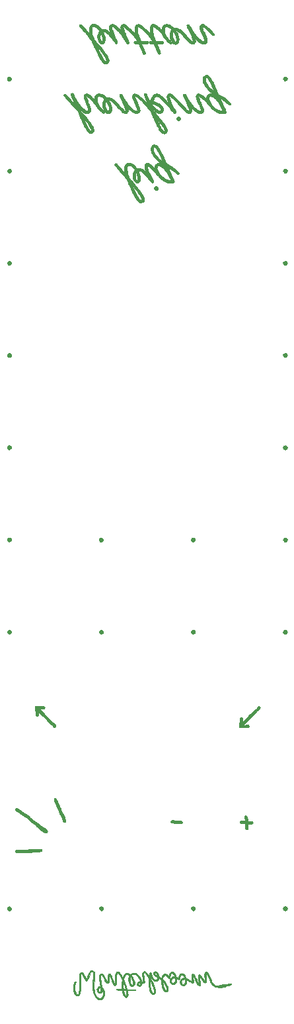
<source format=gbr>
G04 #@! TF.GenerationSoftware,KiCad,Pcbnew,(5.1.2)-2*
G04 #@! TF.CreationDate,2020-04-17T14:25:19-07:00*
G04 #@! TF.ProjectId,panel,70616e65-6c2e-46b6-9963-61645f706362,rev?*
G04 #@! TF.SameCoordinates,Original*
G04 #@! TF.FileFunction,Legend,Bot*
G04 #@! TF.FilePolarity,Positive*
%FSLAX46Y46*%
G04 Gerber Fmt 4.6, Leading zero omitted, Abs format (unit mm)*
G04 Created by KiCad (PCBNEW (5.1.2)-2) date 2020-04-17 14:25:19*
%MOMM*%
%LPD*%
G04 APERTURE LIST*
%ADD10C,0.010000*%
G04 APERTURE END LIST*
D10*
G36*
X-6977278Y-59449115D02*
G01*
X-6871924Y-59502345D01*
X-6787888Y-59593450D01*
X-6767328Y-59629851D01*
X-6740903Y-59718605D01*
X-6725413Y-59853051D01*
X-6720855Y-60029273D01*
X-6727225Y-60243354D01*
X-6744519Y-60491380D01*
X-6768412Y-60731400D01*
X-6801638Y-61102500D01*
X-6813065Y-61432535D01*
X-6802264Y-61726525D01*
X-6768810Y-61989490D01*
X-6712276Y-62226449D01*
X-6632237Y-62442421D01*
X-6620935Y-62467377D01*
X-6524293Y-62642848D01*
X-6415209Y-62783828D01*
X-6298382Y-62889107D01*
X-6178512Y-62957474D01*
X-6060300Y-62987716D01*
X-5948444Y-62978623D01*
X-5847644Y-62928983D01*
X-5762601Y-62837586D01*
X-5698641Y-62705065D01*
X-5666314Y-62560452D01*
X-5654315Y-62389388D01*
X-5662584Y-62211957D01*
X-5691064Y-62048240D01*
X-5700631Y-62014100D01*
X-5726370Y-61933874D01*
X-5743196Y-61896710D01*
X-5755558Y-61896658D01*
X-5767105Y-61925200D01*
X-5784807Y-61993556D01*
X-5801855Y-62077158D01*
X-5803688Y-62087771D01*
X-5843195Y-62194830D01*
X-5915424Y-62280426D01*
X-6008905Y-62336156D01*
X-6112170Y-62353615D01*
X-6157543Y-62347060D01*
X-6261660Y-62296696D01*
X-6344249Y-62210057D01*
X-6402922Y-62097925D01*
X-6435294Y-61971082D01*
X-6435767Y-61954278D01*
X-6261188Y-61954278D01*
X-6234118Y-62047899D01*
X-6182309Y-62120600D01*
X-6125118Y-62167753D01*
X-6079574Y-62173279D01*
X-6029768Y-62138231D01*
X-6022564Y-62131163D01*
X-5984874Y-62070111D01*
X-5960514Y-61984636D01*
X-5949710Y-61888422D01*
X-5952688Y-61795150D01*
X-5969672Y-61718502D01*
X-6000889Y-61672159D01*
X-6014901Y-61665708D01*
X-6102506Y-61665414D01*
X-6174698Y-61704345D01*
X-6227717Y-61772281D01*
X-6257801Y-61858999D01*
X-6261188Y-61954278D01*
X-6435767Y-61954278D01*
X-6438978Y-61840308D01*
X-6411587Y-61716386D01*
X-6350735Y-61610095D01*
X-6326434Y-61584056D01*
X-6264067Y-61540232D01*
X-6183614Y-61503657D01*
X-6102515Y-61480123D01*
X-6038210Y-61475418D01*
X-6018174Y-61481705D01*
X-6004732Y-61484797D01*
X-5997805Y-61469741D01*
X-5997927Y-61430670D01*
X-6005635Y-61361718D01*
X-6021462Y-61257019D01*
X-6045944Y-61110707D01*
X-6058803Y-61036200D01*
X-6084186Y-60877538D01*
X-6107378Y-60710047D01*
X-6125972Y-60552614D01*
X-6137559Y-60424132D01*
X-6138286Y-60412837D01*
X-6144365Y-60289285D01*
X-6143790Y-60201737D01*
X-6135151Y-60135670D01*
X-6117041Y-60076559D01*
X-6102221Y-60041046D01*
X-6059348Y-59961839D01*
X-6009793Y-59916136D01*
X-5958993Y-59894088D01*
X-5856253Y-59878017D01*
X-5757656Y-59900988D01*
X-5660750Y-59965193D01*
X-5563084Y-60072826D01*
X-5462207Y-60226082D01*
X-5355667Y-60427153D01*
X-5349761Y-60439300D01*
X-5288572Y-60561898D01*
X-5228521Y-60675704D01*
X-5176181Y-60768659D01*
X-5138126Y-60828703D01*
X-5135637Y-60832067D01*
X-5069151Y-60920035D01*
X-5051707Y-60857467D01*
X-5045161Y-60810125D01*
X-5039152Y-60723051D01*
X-5034230Y-60607313D01*
X-5030945Y-60473981D01*
X-5030299Y-60426600D01*
X-5025888Y-60242433D01*
X-5016094Y-60102050D01*
X-4999344Y-59998575D01*
X-4974067Y-59925135D01*
X-4938691Y-59874855D01*
X-4897015Y-59843778D01*
X-4845870Y-59820582D01*
X-4805736Y-59825749D01*
X-4757315Y-59856756D01*
X-4714325Y-59896445D01*
X-4669949Y-59956509D01*
X-4621591Y-60042185D01*
X-4566658Y-60158710D01*
X-4502555Y-60311321D01*
X-4426688Y-60505257D01*
X-4396043Y-60586076D01*
X-4341440Y-60727374D01*
X-4288107Y-60858908D01*
X-4240467Y-60970226D01*
X-4202944Y-61050877D01*
X-4186403Y-61081376D01*
X-4127760Y-61175900D01*
X-4108244Y-61036200D01*
X-4101310Y-60950557D01*
X-4098367Y-60832531D01*
X-4099654Y-60700396D01*
X-4102795Y-60617100D01*
X-4107035Y-60423997D01*
X-4101358Y-60231529D01*
X-4086796Y-60051290D01*
X-4064383Y-59894878D01*
X-4035152Y-59773887D01*
X-4025185Y-59746174D01*
X-3967368Y-59648399D01*
X-3905366Y-59597876D01*
X-3809786Y-59570280D01*
X-3711549Y-59586244D01*
X-3609257Y-59646956D01*
X-3501511Y-59753601D01*
X-3386914Y-59907365D01*
X-3264065Y-60109436D01*
X-3230401Y-60170400D01*
X-3132416Y-60350981D01*
X-3100709Y-60242740D01*
X-3037861Y-60083302D01*
X-2952969Y-59949139D01*
X-2852529Y-59847897D01*
X-2743039Y-59787219D01*
X-2705039Y-59777212D01*
X-2589815Y-59774897D01*
X-2458315Y-59801882D01*
X-2331287Y-59852687D01*
X-2263965Y-59893682D01*
X-2164791Y-59965523D01*
X-2094737Y-59892402D01*
X-1992375Y-59817768D01*
X-1856363Y-59766011D01*
X-1700529Y-59741933D01*
X-1658331Y-59740800D01*
X-1500216Y-59765423D01*
X-1343332Y-59836375D01*
X-1191979Y-59949274D01*
X-1050455Y-60099742D01*
X-923061Y-60283400D01*
X-814094Y-60495866D01*
X-748238Y-60667900D01*
X-717135Y-60760641D01*
X-692625Y-60832048D01*
X-678636Y-60870742D01*
X-676921Y-60874482D01*
X-652293Y-60881498D01*
X-597344Y-60894086D01*
X-590550Y-60895551D01*
X-534383Y-60903811D01*
X-511905Y-60889626D01*
X-508000Y-60850242D01*
X-512189Y-60800767D01*
X-523563Y-60713942D01*
X-540339Y-60602415D01*
X-558800Y-60490100D01*
X-587350Y-60290774D01*
X-604048Y-60101559D01*
X-608772Y-59931338D01*
X-601402Y-59788991D01*
X-581815Y-59683403D01*
X-570276Y-59652908D01*
X-503523Y-59567228D01*
X-406867Y-59519953D01*
X-340185Y-59512200D01*
X-280789Y-59532334D01*
X-201304Y-59587985D01*
X-109243Y-59672022D01*
X-12122Y-59777317D01*
X82545Y-59896740D01*
X118160Y-59947042D01*
X173511Y-60025548D01*
X217578Y-60083367D01*
X243223Y-60111315D01*
X246551Y-60112315D01*
X255017Y-60084397D01*
X268083Y-60020544D01*
X281706Y-59941884D01*
X304181Y-59829564D01*
X331116Y-59760253D01*
X367689Y-59726165D01*
X419077Y-59719514D01*
X428927Y-59720465D01*
X453788Y-59724395D01*
X474469Y-59733955D01*
X494407Y-59755702D01*
X517037Y-59796195D01*
X545795Y-59861990D01*
X584116Y-59959646D01*
X635437Y-60095721D01*
X660179Y-60161854D01*
X737779Y-60333251D01*
X827536Y-60468820D01*
X925269Y-60563191D01*
X1005057Y-60604980D01*
X1110051Y-60624080D01*
X1190586Y-60600638D01*
X1253741Y-60531936D01*
X1269691Y-60503405D01*
X1305169Y-60426080D01*
X1315808Y-60368836D01*
X1296671Y-60321779D01*
X1242822Y-60275015D01*
X1149328Y-60218649D01*
X1119344Y-60201987D01*
X978729Y-60119110D01*
X879991Y-60046584D01*
X817098Y-59977869D01*
X784014Y-59906428D01*
X774700Y-59828520D01*
X776608Y-59807903D01*
X946679Y-59807903D01*
X950509Y-59856727D01*
X996950Y-59910490D01*
X1048316Y-59950426D01*
X1119039Y-59997922D01*
X1194353Y-60043994D01*
X1259497Y-60079660D01*
X1299707Y-60095936D01*
X1302090Y-60096159D01*
X1305800Y-60075887D01*
X1291241Y-60025064D01*
X1283721Y-60006026D01*
X1226635Y-59893892D01*
X1160200Y-59801308D01*
X1094735Y-59742391D01*
X1088320Y-59738723D01*
X1038431Y-59725969D01*
X990356Y-59753733D01*
X988487Y-59755412D01*
X946679Y-59807903D01*
X776608Y-59807903D01*
X782325Y-59746159D01*
X812832Y-59683615D01*
X857161Y-59633915D01*
X953628Y-59566292D01*
X1056627Y-59548851D01*
X1164678Y-59581607D01*
X1236605Y-59629572D01*
X1322939Y-59721322D01*
X1401638Y-59843814D01*
X1461712Y-59977103D01*
X1490982Y-60091340D01*
X1501966Y-60147796D01*
X1523610Y-60190226D01*
X1566083Y-60230520D01*
X1639556Y-60280572D01*
X1668402Y-60298791D01*
X1747381Y-60347668D01*
X1807817Y-60383859D01*
X1838578Y-60400727D01*
X1840140Y-60401200D01*
X1849697Y-60379029D01*
X1862880Y-60324038D01*
X1866250Y-60306827D01*
X1912699Y-60158049D01*
X1988092Y-60032605D01*
X2085423Y-59937826D01*
X2197688Y-59881044D01*
X2285750Y-59867800D01*
X2398940Y-59890593D01*
X2517041Y-59954317D01*
X2628087Y-60051987D01*
X2655693Y-60083741D01*
X2708282Y-60142852D01*
X2748543Y-60178832D01*
X2765209Y-60184456D01*
X2777789Y-60153417D01*
X2795453Y-60087803D01*
X2811060Y-60017561D01*
X2859062Y-59855610D01*
X2928851Y-59737497D01*
X3022200Y-59660368D01*
X3038169Y-59652240D01*
X3158105Y-59620897D01*
X3278662Y-59636656D01*
X3395233Y-59696090D01*
X3503210Y-59795771D01*
X3597987Y-59932271D01*
X3674955Y-60102162D01*
X3685954Y-60134168D01*
X3715190Y-60209938D01*
X3751133Y-60259883D01*
X3809189Y-60300920D01*
X3864163Y-60329871D01*
X3951938Y-60372915D01*
X4003862Y-60392875D01*
X4029342Y-60389738D01*
X4037786Y-60363488D01*
X4038600Y-60329610D01*
X4053968Y-60209591D01*
X4094643Y-60081644D01*
X4152474Y-59966935D01*
X4203632Y-59900887D01*
X4267833Y-59846028D01*
X4330595Y-59821858D01*
X4405175Y-59817000D01*
X4543942Y-59832985D01*
X4661496Y-59885296D01*
X4771817Y-59980461D01*
X4784351Y-59994091D01*
X4843125Y-60070348D01*
X4902268Y-60165140D01*
X4953967Y-60263618D01*
X4990412Y-60350938D01*
X5003800Y-60411173D01*
X5025501Y-60439612D01*
X5080460Y-60472756D01*
X5114041Y-60487199D01*
X5180841Y-60517376D01*
X5277143Y-60566798D01*
X5389140Y-60628161D01*
X5484546Y-60683178D01*
X5586086Y-60742193D01*
X5670432Y-60789288D01*
X5728825Y-60819707D01*
X5752508Y-60828695D01*
X5752525Y-60828677D01*
X5752485Y-60801601D01*
X5746077Y-60735650D01*
X5734518Y-60642180D01*
X5725813Y-60579000D01*
X5699638Y-60364091D01*
X5689660Y-60193942D01*
X5696620Y-60064918D01*
X5721258Y-59973386D01*
X5764316Y-59915713D01*
X5826534Y-59888267D01*
X5867400Y-59884733D01*
X5919903Y-59891075D01*
X5966045Y-59914441D01*
X6011164Y-59961341D01*
X6060602Y-60038283D01*
X6119699Y-60151779D01*
X6166086Y-60248800D01*
X6271979Y-60473903D01*
X6359028Y-60657140D01*
X6429427Y-60802885D01*
X6485370Y-60915510D01*
X6529051Y-60999390D01*
X6562664Y-61058897D01*
X6588402Y-61098404D01*
X6599321Y-61112400D01*
X6653109Y-61175900D01*
X6653740Y-61112400D01*
X6649735Y-61065175D01*
X6638302Y-60978850D01*
X6621032Y-60864315D01*
X6599514Y-60732464D01*
X6591085Y-60683152D01*
X6568176Y-60544195D01*
X6548962Y-60415164D01*
X6535100Y-60308138D01*
X6528243Y-60235201D01*
X6527800Y-60221255D01*
X6543679Y-60093925D01*
X6586841Y-60006382D01*
X6650568Y-59960666D01*
X6728143Y-59958819D01*
X6812849Y-60002881D01*
X6897970Y-60094895D01*
X6905934Y-60106352D01*
X6948005Y-60172179D01*
X7006082Y-60268126D01*
X7071597Y-60379853D01*
X7120076Y-60464700D01*
X7210337Y-60620790D01*
X7280261Y-60732795D01*
X7331162Y-60802584D01*
X7364351Y-60832027D01*
X7376959Y-60830507D01*
X7380410Y-60801378D01*
X7380239Y-60730862D01*
X7376704Y-60628225D01*
X7370065Y-60502733D01*
X7366099Y-60440774D01*
X7354568Y-60225527D01*
X7352528Y-60053933D01*
X7360445Y-59919652D01*
X7378787Y-59816342D01*
X7408019Y-59737666D01*
X7419367Y-59717283D01*
X7486285Y-59648126D01*
X7570625Y-59621343D01*
X7663101Y-59636096D01*
X7754426Y-59691546D01*
X7811606Y-59752692D01*
X7871954Y-59847967D01*
X7941715Y-59986120D01*
X8018025Y-60160733D01*
X8098019Y-60365391D01*
X8151624Y-60514327D01*
X8219458Y-60700443D01*
X8280618Y-60846661D01*
X8340385Y-60962460D01*
X8404040Y-61057314D01*
X8476865Y-61140699D01*
X8528377Y-61190283D01*
X8643762Y-61281538D01*
X8763810Y-61342693D01*
X8830580Y-61365813D01*
X8944105Y-61398769D01*
X9017004Y-61414124D01*
X9055995Y-61412698D01*
X9067795Y-61395311D01*
X9067800Y-61394762D01*
X9087661Y-61367014D01*
X9131734Y-61358609D01*
X9176749Y-61370827D01*
X9194087Y-61387812D01*
X9212592Y-61412430D01*
X9218878Y-61391707D01*
X9219427Y-61372750D01*
X9229897Y-61331467D01*
X9269489Y-61316590D01*
X9296400Y-61315600D01*
X9351637Y-61324930D01*
X9374210Y-61347350D01*
X9382755Y-61353534D01*
X9396443Y-61328300D01*
X9431073Y-61298392D01*
X9503722Y-61266809D01*
X9601801Y-61236323D01*
X9712723Y-61209710D01*
X9823902Y-61189741D01*
X9922750Y-61179192D01*
X9996680Y-61180835D01*
X10025348Y-61189716D01*
X10059171Y-61203242D01*
X10109024Y-61206972D01*
X10185374Y-61200524D01*
X10298691Y-61183515D01*
X10327583Y-61178664D01*
X10478901Y-61153093D01*
X10588181Y-61135232D01*
X10663446Y-61124169D01*
X10712722Y-61118989D01*
X10744032Y-61118781D01*
X10765401Y-61122630D01*
X10778890Y-61127306D01*
X10818367Y-61160860D01*
X10820341Y-61206557D01*
X10791545Y-61251566D01*
X10738715Y-61283054D01*
X10693400Y-61290200D01*
X10634299Y-61298084D01*
X10603229Y-61312279D01*
X10569032Y-61326359D01*
X10497152Y-61345930D01*
X10399963Y-61367818D01*
X10340776Y-61379585D01*
X10222858Y-61404114D01*
X10147212Y-61425872D01*
X10105637Y-61447842D01*
X10090492Y-61470552D01*
X10079500Y-61491467D01*
X10053904Y-61509583D01*
X10006755Y-61526869D01*
X9931102Y-61545293D01*
X9819993Y-61566826D01*
X9666479Y-61593437D01*
X9642725Y-61597426D01*
X9544244Y-61611566D01*
X9484951Y-61613257D01*
X9454764Y-61602424D01*
X9449410Y-61595987D01*
X9429251Y-61582492D01*
X9414714Y-61606398D01*
X9375874Y-61638515D01*
X9315929Y-61644520D01*
X9238069Y-61647929D01*
X9175750Y-61659354D01*
X9130171Y-61663986D01*
X9118600Y-61641684D01*
X9096524Y-61617047D01*
X9028493Y-61594767D01*
X8940933Y-61578268D01*
X8713444Y-61518591D01*
X8512880Y-61416017D01*
X8340780Y-61271647D01*
X8198680Y-61086586D01*
X8158900Y-61017274D01*
X8119168Y-60933711D01*
X8069862Y-60816567D01*
X8016926Y-60680628D01*
X7966307Y-60540684D01*
X7960573Y-60524039D01*
X7891493Y-60333554D01*
X7822293Y-60163554D01*
X7755948Y-60020178D01*
X7695435Y-59909563D01*
X7643732Y-59837849D01*
X7616900Y-59815341D01*
X7589628Y-59806387D01*
X7568311Y-59815040D01*
X7552529Y-59845778D01*
X7541863Y-59903079D01*
X7535893Y-59991423D01*
X7534200Y-60115288D01*
X7536364Y-60279152D01*
X7541966Y-60487495D01*
X7545021Y-60582670D01*
X7549071Y-60723538D01*
X7549743Y-60822893D01*
X7546186Y-60889961D01*
X7537550Y-60933966D01*
X7522982Y-60964134D01*
X7508113Y-60982720D01*
X7444368Y-61027816D01*
X7368547Y-61029414D01*
X7292695Y-60999597D01*
X7239300Y-60963961D01*
X7184591Y-60908899D01*
X7123628Y-60827808D01*
X7051468Y-60714084D01*
X6963171Y-60561122D01*
X6958956Y-60553600D01*
X6896638Y-60443859D01*
X6836739Y-60341172D01*
X6787533Y-60259585D01*
X6764755Y-60223853D01*
X6705599Y-60135407D01*
X6705600Y-60215946D01*
X6709852Y-60269554D01*
X6721531Y-60361718D01*
X6739022Y-60481004D01*
X6760710Y-60615982D01*
X6769100Y-60665428D01*
X6801480Y-60864483D01*
X6822018Y-61020314D01*
X6830809Y-61139074D01*
X6827949Y-61226916D01*
X6813534Y-61289993D01*
X6787657Y-61334460D01*
X6779598Y-61343201D01*
X6711648Y-61380941D01*
X6631360Y-61370099D01*
X6538120Y-61310535D01*
X6506423Y-61282092D01*
X6481390Y-61255940D01*
X6455147Y-61222456D01*
X6425236Y-61177009D01*
X6389201Y-61114966D01*
X6344585Y-61031696D01*
X6288929Y-60922567D01*
X6219778Y-60782945D01*
X6134674Y-60608199D01*
X6031160Y-60393697D01*
X5992014Y-60312300D01*
X5942206Y-60209703D01*
X5909807Y-60148009D01*
X5890513Y-60122193D01*
X5880021Y-60127229D01*
X5874026Y-60158095D01*
X5872356Y-60172600D01*
X5871934Y-60232159D01*
X5878018Y-60328619D01*
X5889525Y-60448651D01*
X5905371Y-60578924D01*
X5905381Y-60579000D01*
X5925154Y-60743124D01*
X5932921Y-60863794D01*
X5927371Y-60947217D01*
X5907191Y-60999601D01*
X5871069Y-61027154D01*
X5817692Y-61036082D01*
X5808722Y-61036200D01*
X5731819Y-61020093D01*
X5622939Y-60971007D01*
X5509961Y-60906571D01*
X5401871Y-60842182D01*
X5294913Y-60780591D01*
X5206425Y-60731708D01*
X5178762Y-60717262D01*
X5060989Y-60657581D01*
X5049557Y-60855051D01*
X5023486Y-61045703D01*
X4970103Y-61195096D01*
X4890003Y-61302506D01*
X4783785Y-61367208D01*
X4652042Y-61388475D01*
X4612590Y-61386712D01*
X4494410Y-61363913D01*
X4401562Y-61320836D01*
X4400402Y-61320016D01*
X4308019Y-61224996D01*
X4247869Y-61101964D01*
X4220089Y-60962287D01*
X4221783Y-60910369D01*
X4394200Y-60910369D01*
X4411487Y-61020907D01*
X4457648Y-61111775D01*
X4524128Y-61177347D01*
X4602374Y-61212000D01*
X4683830Y-61210110D01*
X4759944Y-61166053D01*
X4769080Y-61156850D01*
X4823714Y-61082331D01*
X4857490Y-60991839D01*
X4873856Y-60872925D01*
X4876800Y-60767846D01*
X4876092Y-60671442D01*
X4871315Y-60614815D01*
X4858491Y-60586943D01*
X4833639Y-60576804D01*
X4806950Y-60574354D01*
X4651601Y-60580631D01*
X4532313Y-60622237D01*
X4449578Y-60698770D01*
X4403886Y-60809831D01*
X4394200Y-60910369D01*
X4221783Y-60910369D01*
X4224820Y-60817330D01*
X4262201Y-60678462D01*
X4332370Y-60557047D01*
X4390331Y-60497252D01*
X4453020Y-60458728D01*
X4538260Y-60423671D01*
X4629909Y-60396657D01*
X4711820Y-60382262D01*
X4767848Y-60385061D01*
X4774834Y-60388274D01*
X4801547Y-60394351D01*
X4803325Y-60368203D01*
X4784909Y-60318834D01*
X4751039Y-60255249D01*
X4706458Y-60186454D01*
X4655907Y-60121453D01*
X4609133Y-60073558D01*
X4538660Y-60020621D01*
X4476465Y-59999801D01*
X4424729Y-59999763D01*
X4354167Y-60019143D01*
X4300207Y-60067860D01*
X4259161Y-60152082D01*
X4227341Y-60277980D01*
X4214913Y-60350761D01*
X4197488Y-60446952D01*
X4178496Y-60525088D01*
X4161698Y-60570005D01*
X4159843Y-60572650D01*
X4104660Y-60601286D01*
X4018024Y-60593428D01*
X3903413Y-60549467D01*
X3888550Y-60542090D01*
X3765589Y-60479781D01*
X3754157Y-60677251D01*
X3727026Y-60870238D01*
X3670628Y-61023248D01*
X3585518Y-61135509D01*
X3472248Y-61206249D01*
X3355904Y-61233003D01*
X3264488Y-61233363D01*
X3191659Y-61209269D01*
X3150204Y-61183909D01*
X3034874Y-61077183D01*
X2960747Y-60945779D01*
X2929277Y-60796657D01*
X2934987Y-60724449D01*
X3111831Y-60724449D01*
X3122316Y-60851230D01*
X3123833Y-60857038D01*
X3167081Y-60949931D01*
X3234518Y-61021286D01*
X3313108Y-61058765D01*
X3340061Y-61061600D01*
X3395374Y-61044269D01*
X3456114Y-61001855D01*
X3463308Y-60994964D01*
X3526247Y-60906798D01*
X3564577Y-60789149D01*
X3580510Y-60634346D01*
X3581258Y-60585833D01*
X3579761Y-60498567D01*
X3571922Y-60449107D01*
X3553011Y-60424484D01*
X3518302Y-60411731D01*
X3517733Y-60411588D01*
X3398895Y-60404833D01*
X3291850Y-60440698D01*
X3203634Y-60511226D01*
X3141283Y-60608462D01*
X3111831Y-60724449D01*
X2934987Y-60724449D01*
X2941921Y-60636771D01*
X3000132Y-60473081D01*
X3001135Y-60471078D01*
X3083334Y-60362141D01*
X3201902Y-60282147D01*
X3348225Y-60236439D01*
X3388142Y-60230995D01*
X3465359Y-60220527D01*
X3516968Y-60208740D01*
X3530297Y-60200796D01*
X3518660Y-60172351D01*
X3488443Y-60112666D01*
X3446182Y-60034653D01*
X3446123Y-60034547D01*
X3371875Y-59922112D01*
X3295037Y-59850815D01*
X3268259Y-59835016D01*
X3205727Y-59805595D01*
X3165104Y-59800625D01*
X3124296Y-59819177D01*
X3109999Y-59828347D01*
X3066387Y-59864921D01*
X3032441Y-59915899D01*
X3004298Y-59990918D01*
X2978100Y-60099615D01*
X2957321Y-60209513D01*
X2936361Y-60308875D01*
X2912926Y-60390804D01*
X2891384Y-60440577D01*
X2887143Y-60445942D01*
X2831843Y-60471193D01*
X2761836Y-60450128D01*
X2676228Y-60382255D01*
X2582882Y-60277996D01*
X2511321Y-60195024D01*
X2442487Y-60124640D01*
X2388647Y-60079149D01*
X2378195Y-60072689D01*
X2292157Y-60051317D01*
X2209647Y-60076585D01*
X2135264Y-60144343D01*
X2073611Y-60250443D01*
X2030240Y-60386439D01*
X2000144Y-60520926D01*
X2149422Y-60699147D01*
X2312114Y-60913265D01*
X2451013Y-61136230D01*
X2561867Y-61359206D01*
X2640422Y-61573355D01*
X2682428Y-61769842D01*
X2686773Y-61815947D01*
X2691967Y-61911838D01*
X2689045Y-61973018D01*
X2673861Y-62015421D01*
X2642274Y-62054980D01*
X2618243Y-62079463D01*
X2561499Y-62129759D01*
X2510804Y-62150060D01*
X2440840Y-62149111D01*
X2422312Y-62147141D01*
X2307036Y-62109401D01*
X2198780Y-62026196D01*
X2099872Y-61902645D01*
X2012641Y-61743864D01*
X1939418Y-61554973D01*
X1882531Y-61341089D01*
X1844309Y-61107331D01*
X1827081Y-60858816D01*
X1826678Y-60838326D01*
X1826391Y-60820300D01*
X2003155Y-60820300D01*
X2017006Y-61010800D01*
X2044615Y-61227317D01*
X2093414Y-61435986D01*
X2159609Y-61625357D01*
X2239410Y-61783981D01*
X2302042Y-61871420D01*
X2378638Y-61946557D01*
X2438847Y-61974748D01*
X2481586Y-61956069D01*
X2505771Y-61890598D01*
X2509638Y-61856818D01*
X2501156Y-61747485D01*
X2465731Y-61609757D01*
X2408327Y-61454768D01*
X2333908Y-61293652D01*
X2247437Y-61137545D01*
X2153879Y-60997580D01*
X2092826Y-60921900D01*
X2003155Y-60820300D01*
X1826391Y-60820300D01*
X1823061Y-60611706D01*
X1667180Y-60508695D01*
X1511300Y-60405684D01*
X1443379Y-60555041D01*
X1365311Y-60684552D01*
X1270468Y-60768701D01*
X1161078Y-60805692D01*
X1130300Y-60807363D01*
X967351Y-60783107D01*
X820194Y-60711482D01*
X690399Y-60593886D01*
X579538Y-60431720D01*
X494410Y-60241034D01*
X439601Y-60089668D01*
X424161Y-60239084D01*
X419391Y-60292241D01*
X419233Y-60338159D01*
X426466Y-60384991D01*
X443871Y-60440887D01*
X474228Y-60514000D01*
X520318Y-60612480D01*
X584922Y-60744480D01*
X622414Y-60820300D01*
X764632Y-61122854D01*
X879867Y-61400486D01*
X967368Y-61650538D01*
X1026384Y-61870353D01*
X1056164Y-62057272D01*
X1055959Y-62208640D01*
X1037903Y-62291074D01*
X978192Y-62399056D01*
X889146Y-62465578D01*
X771298Y-62490269D01*
X753199Y-62490376D01*
X631889Y-62468056D01*
X527031Y-62404346D01*
X438284Y-62298242D01*
X365305Y-62148741D01*
X307752Y-61954838D01*
X265283Y-61715530D01*
X237556Y-61429812D01*
X224227Y-61096681D01*
X222836Y-60934600D01*
X222829Y-60901582D01*
X387411Y-60901582D01*
X388181Y-61010969D01*
X393389Y-61144150D01*
X415400Y-61453708D01*
X447715Y-61716863D01*
X490143Y-61933056D01*
X542495Y-62101731D01*
X604577Y-62222332D01*
X676199Y-62294302D01*
X757169Y-62317085D01*
X794751Y-62311637D01*
X838791Y-62280290D01*
X868542Y-62232877D01*
X880445Y-62155490D01*
X872755Y-62039785D01*
X846798Y-61893740D01*
X803895Y-61725330D01*
X762117Y-61591302D01*
X722904Y-61482633D01*
X674041Y-61359734D01*
X619521Y-61231254D01*
X563336Y-61105842D01*
X509479Y-60992148D01*
X461941Y-60898820D01*
X424715Y-60834508D01*
X401794Y-60807860D01*
X400374Y-60807600D01*
X391513Y-60831994D01*
X387411Y-60901582D01*
X222829Y-60901582D01*
X222728Y-60439300D01*
X37592Y-60159900D01*
X-42133Y-60044014D01*
X-123035Y-59933993D01*
X-195751Y-59842132D01*
X-250920Y-59780726D01*
X-251718Y-59779952D01*
X-312241Y-59724214D01*
X-349802Y-59700299D01*
X-376355Y-59703131D01*
X-395413Y-59718927D01*
X-419599Y-59772688D01*
X-431959Y-59869451D01*
X-432609Y-60002840D01*
X-421663Y-60166478D01*
X-399233Y-60353991D01*
X-382092Y-60464700D01*
X-351145Y-60670355D01*
X-334813Y-60830297D01*
X-333031Y-60947445D01*
X-345734Y-61024717D01*
X-368752Y-61061974D01*
X-429659Y-61082291D01*
X-531667Y-61079239D01*
X-656032Y-61064510D01*
X-686112Y-61189897D01*
X-738549Y-61314890D01*
X-825418Y-61404525D01*
X-942798Y-61454913D01*
X-956074Y-61457646D01*
X-1068095Y-61456684D01*
X-1163274Y-61415475D01*
X-1236111Y-61343292D01*
X-1281107Y-61249403D01*
X-1292111Y-61149030D01*
X-1114382Y-61149030D01*
X-1101131Y-61220232D01*
X-1077686Y-61250285D01*
X-1020656Y-61286285D01*
X-961091Y-61275714D01*
X-918504Y-61245750D01*
X-878966Y-61191042D01*
X-851328Y-61115896D01*
X-849363Y-61106050D01*
X-832547Y-61010800D01*
X-935533Y-61010800D01*
X-1015754Y-61019903D01*
X-1066081Y-61052070D01*
X-1078060Y-61067251D01*
X-1114382Y-61149030D01*
X-1292111Y-61149030D01*
X-1292764Y-61143081D01*
X-1265584Y-61033596D01*
X-1237488Y-60983176D01*
X-1150679Y-60889381D01*
X-1045149Y-60841467D01*
X-968797Y-60833374D01*
X-911896Y-60829603D01*
X-893280Y-60810461D01*
X-900499Y-60763150D01*
X-931484Y-60673406D01*
X-983721Y-60558749D01*
X-1048637Y-60435384D01*
X-1117655Y-60319520D01*
X-1182202Y-60227363D01*
X-1187350Y-60220967D01*
X-1324997Y-60074596D01*
X-1458860Y-59977702D01*
X-1590476Y-59929240D01*
X-1623774Y-59924515D01*
X-1769046Y-59928432D01*
X-1893239Y-59967267D01*
X-1977067Y-60028500D01*
X-2031204Y-60086126D01*
X-1927194Y-60224552D01*
X-1811601Y-60399119D01*
X-1718299Y-60581991D01*
X-1649382Y-60765162D01*
X-1606939Y-60940627D01*
X-1593063Y-61100377D01*
X-1609845Y-61236408D01*
X-1642211Y-61315379D01*
X-1718962Y-61399404D01*
X-1821325Y-61448154D01*
X-1936263Y-61459320D01*
X-2050736Y-61430592D01*
X-2107605Y-61397796D01*
X-2151317Y-61351848D01*
X-2204036Y-61275945D01*
X-2253783Y-61187583D01*
X-2336072Y-60968629D01*
X-2375906Y-60732435D01*
X-2375434Y-60699406D01*
X-2201035Y-60699406D01*
X-2197959Y-60741216D01*
X-2170996Y-60892763D01*
X-2128056Y-61030835D01*
X-2073420Y-61147270D01*
X-2011368Y-61233904D01*
X-1946182Y-61282572D01*
X-1910092Y-61290200D01*
X-1857265Y-61272322D01*
X-1816586Y-61239936D01*
X-1792377Y-61203644D01*
X-1780843Y-61154306D01*
X-1779979Y-61077759D01*
X-1783986Y-61009541D01*
X-1796797Y-60900367D01*
X-1821997Y-60802122D01*
X-1865832Y-60694069D01*
X-1900793Y-60621655D01*
X-1967027Y-60496903D01*
X-2029146Y-60393980D01*
X-2082700Y-60319201D01*
X-2123237Y-60278883D01*
X-2144122Y-60276414D01*
X-2163007Y-60318482D01*
X-2179851Y-60396583D01*
X-2192944Y-60495948D01*
X-2200576Y-60601812D01*
X-2201035Y-60699406D01*
X-2375434Y-60699406D01*
X-2372448Y-60490891D01*
X-2324862Y-60255889D01*
X-2320352Y-60241530D01*
X-2298480Y-60159867D01*
X-2297925Y-60109700D01*
X-2311109Y-60084051D01*
X-2365495Y-60040806D01*
X-2448544Y-59996874D01*
X-2539125Y-59961631D01*
X-2616108Y-59944450D01*
X-2626760Y-59944000D01*
X-2704863Y-59967669D01*
X-2784365Y-60033311D01*
X-2857815Y-60132873D01*
X-2917765Y-60258304D01*
X-2917915Y-60258703D01*
X-2958118Y-60373512D01*
X-2981587Y-60467584D01*
X-2987503Y-60553631D01*
X-2975046Y-60644365D01*
X-2943397Y-60752497D01*
X-2891737Y-60890739D01*
X-2874362Y-60934600D01*
X-2814257Y-61091028D01*
X-2749850Y-61267879D01*
X-2689752Y-61441062D01*
X-2650940Y-61559581D01*
X-2554077Y-61867062D01*
X-2007831Y-61864381D01*
X-1827154Y-61863785D01*
X-1690922Y-61864327D01*
X-1592786Y-61866486D01*
X-1526395Y-61870737D01*
X-1485399Y-61877558D01*
X-1463448Y-61887425D01*
X-1454193Y-61900817D01*
X-1452845Y-61906075D01*
X-1456007Y-61936759D01*
X-1482319Y-61960445D01*
X-1536671Y-61977914D01*
X-1623950Y-61989948D01*
X-1749044Y-61997326D01*
X-1916841Y-62000830D01*
X-2049529Y-62001400D01*
X-2520950Y-62001400D01*
X-2504039Y-62083950D01*
X-2475445Y-62251240D01*
X-2458334Y-62411856D01*
X-2453739Y-62551677D01*
X-2462280Y-62654409D01*
X-2502091Y-62771213D01*
X-2566136Y-62846725D01*
X-2648262Y-62880360D01*
X-2742318Y-62871534D01*
X-2842149Y-62819665D01*
X-2941604Y-62724168D01*
X-2959540Y-62701581D01*
X-3010779Y-62615632D01*
X-3063368Y-62496181D01*
X-3111178Y-62359971D01*
X-3148083Y-62223746D01*
X-3162922Y-62145810D01*
X-3179313Y-62070828D01*
X-3182159Y-62063588D01*
X-2997200Y-62063588D01*
X-2984727Y-62158887D01*
X-2951729Y-62278165D01*
X-2904841Y-62404230D01*
X-2850696Y-62519892D01*
X-2795930Y-62607959D01*
X-2779757Y-62627081D01*
X-2716032Y-62683933D01*
X-2671644Y-62696369D01*
X-2644435Y-62662951D01*
X-2632246Y-62582243D01*
X-2631091Y-62528087D01*
X-2635911Y-62434572D01*
X-2648196Y-62316617D01*
X-2665300Y-62199566D01*
X-2665527Y-62198250D01*
X-2699587Y-62001400D01*
X-2848394Y-62001400D01*
X-2931644Y-62002865D01*
X-2976161Y-62010618D01*
X-2993996Y-62029695D01*
X-2997200Y-62063588D01*
X-3182159Y-62063588D01*
X-3200331Y-62017373D01*
X-3209512Y-62005687D01*
X-3246274Y-61994204D01*
X-3320933Y-61982216D01*
X-3420638Y-61971560D01*
X-3479800Y-61967043D01*
X-3648478Y-61954202D01*
X-3772079Y-61940394D01*
X-3856325Y-61924533D01*
X-3906940Y-61905529D01*
X-3929646Y-61882295D01*
X-3929984Y-61881448D01*
X-3931667Y-61829066D01*
X-3887996Y-61798389D01*
X-3798723Y-61789329D01*
X-3695700Y-61797408D01*
X-3576680Y-61811505D01*
X-3451359Y-61824965D01*
X-3369104Y-61832854D01*
X-3220307Y-61845896D01*
X-3237532Y-61523598D01*
X-3242617Y-61346160D01*
X-3242403Y-61323777D01*
X-3071391Y-61323777D01*
X-3064566Y-61495152D01*
X-3056897Y-61616497D01*
X-3040394Y-61849000D01*
X-2745939Y-61849000D01*
X-2785523Y-61715650D01*
X-2831703Y-61566919D01*
X-2879873Y-61423590D01*
X-2927197Y-61292881D01*
X-2970836Y-61182012D01*
X-3007951Y-61098199D01*
X-3035706Y-61048662D01*
X-3051060Y-61040280D01*
X-3064586Y-61091232D01*
X-3071381Y-61187434D01*
X-3071391Y-61323777D01*
X-3242403Y-61323777D01*
X-3240795Y-61156289D01*
X-3232502Y-60980160D01*
X-3227431Y-60919006D01*
X-3216033Y-60788954D01*
X-3211776Y-60696998D01*
X-3215079Y-60630881D01*
X-3226361Y-60578346D01*
X-3240381Y-60540317D01*
X-3299724Y-60414271D01*
X-3377472Y-60271618D01*
X-3464719Y-60126897D01*
X-3552554Y-59994649D01*
X-3632070Y-59889413D01*
X-3655949Y-59862021D01*
X-3721590Y-59793294D01*
X-3764361Y-59757853D01*
X-3793847Y-59749904D01*
X-3819266Y-59763349D01*
X-3849096Y-59798566D01*
X-3872862Y-59852851D01*
X-3891254Y-59931552D01*
X-3904963Y-60040016D01*
X-3914681Y-60183591D01*
X-3921099Y-60367623D01*
X-3924703Y-60579000D01*
X-3927954Y-60760043D01*
X-3933123Y-60921192D01*
X-3939826Y-61055151D01*
X-3947679Y-61154622D01*
X-3956298Y-61212309D01*
X-3958397Y-61219021D01*
X-4009579Y-61298462D01*
X-4080234Y-61343848D01*
X-4157732Y-61347847D01*
X-4172376Y-61343252D01*
X-4226339Y-61314460D01*
X-4277267Y-61267423D01*
X-4328273Y-61196682D01*
X-4382469Y-61096781D01*
X-4442967Y-60962264D01*
X-4512880Y-60787672D01*
X-4559493Y-60664494D01*
X-4639711Y-60453278D01*
X-4707025Y-60284441D01*
X-4760812Y-60159412D01*
X-4800452Y-60079621D01*
X-4825323Y-60046499D01*
X-4828371Y-60045600D01*
X-4836685Y-60069475D01*
X-4843664Y-60135013D01*
X-4848711Y-60233083D01*
X-4851227Y-60354553D01*
X-4851400Y-60397733D01*
X-4854152Y-60609268D01*
X-4863372Y-60775075D01*
X-4880510Y-60899977D01*
X-4907017Y-60988798D01*
X-4944342Y-61046359D01*
X-4993934Y-61077484D01*
X-5057244Y-61086997D01*
X-5058571Y-61087000D01*
X-5125269Y-61074226D01*
X-5191492Y-61033091D01*
X-5260718Y-60959374D01*
X-5336425Y-60848855D01*
X-5422091Y-60697313D01*
X-5490976Y-60562282D01*
X-5584989Y-60380162D01*
X-5664698Y-60242652D01*
X-5729280Y-60151115D01*
X-5757836Y-60121049D01*
X-5823324Y-60067953D01*
X-5866432Y-60049935D01*
X-5900106Y-60065562D01*
X-5929460Y-60102051D01*
X-5951462Y-60149416D01*
X-5963858Y-60218421D01*
X-5966390Y-60313871D01*
X-5958801Y-60440572D01*
X-5940832Y-60603328D01*
X-5912226Y-60806945D01*
X-5880961Y-61005860D01*
X-5793034Y-61547021D01*
X-5689975Y-61664102D01*
X-5597069Y-61803656D01*
X-5529430Y-61975267D01*
X-5487625Y-62167419D01*
X-5472219Y-62368597D01*
X-5483777Y-62567284D01*
X-5522864Y-62751964D01*
X-5590047Y-62911122D01*
X-5626029Y-62966576D01*
X-5737373Y-63077250D01*
X-5873148Y-63146290D01*
X-6025393Y-63171198D01*
X-6186149Y-63149475D01*
X-6197765Y-63146067D01*
X-6355959Y-63072496D01*
X-6504450Y-62953646D01*
X-6639356Y-62794704D01*
X-6756800Y-62600856D01*
X-6852900Y-62377288D01*
X-6907648Y-62197115D01*
X-6937740Y-62071576D01*
X-6961395Y-61952363D01*
X-6978652Y-61833269D01*
X-6989556Y-61708085D01*
X-6994148Y-61570603D01*
X-6992470Y-61414614D01*
X-6984564Y-61233910D01*
X-6970474Y-61022282D01*
X-6950240Y-60773523D01*
X-6923906Y-60481424D01*
X-6919634Y-60435640D01*
X-6900694Y-60200864D01*
X-6892847Y-60011866D01*
X-6896818Y-59864692D01*
X-6913330Y-59755390D01*
X-6943110Y-59680006D01*
X-6986880Y-59634587D01*
X-7045367Y-59615180D01*
X-7070282Y-59613800D01*
X-7138280Y-59635650D01*
X-7209213Y-59702020D01*
X-7283795Y-59814135D01*
X-7362741Y-59973220D01*
X-7446768Y-60180503D01*
X-7517830Y-60380973D01*
X-7575314Y-60542883D01*
X-7624605Y-60660842D01*
X-7669015Y-60740378D01*
X-7711857Y-60787020D01*
X-7756442Y-60806295D01*
X-7773390Y-60807600D01*
X-7813739Y-60799429D01*
X-7854502Y-60771358D01*
X-7899458Y-60718048D01*
X-7952385Y-60634160D01*
X-8017063Y-60514355D01*
X-8097270Y-60353293D01*
X-8102371Y-60342795D01*
X-8194078Y-60158991D01*
X-8269271Y-60020162D01*
X-8329617Y-59923846D01*
X-8376782Y-59867585D01*
X-8412434Y-59848917D01*
X-8431508Y-59856972D01*
X-8451849Y-59891154D01*
X-8468701Y-59952674D01*
X-8482296Y-60045004D01*
X-8492871Y-60171615D01*
X-8500661Y-60335978D01*
X-8505900Y-60541562D01*
X-8508823Y-60791838D01*
X-8509638Y-61010800D01*
X-8511267Y-61322034D01*
X-8515832Y-61587073D01*
X-8523988Y-61810467D01*
X-8536391Y-61996770D01*
X-8553693Y-62150533D01*
X-8576551Y-62276310D01*
X-8605618Y-62378653D01*
X-8641549Y-62462113D01*
X-8684999Y-62531244D01*
X-8736622Y-62590597D01*
X-8736837Y-62590813D01*
X-8802073Y-62649556D01*
X-8858278Y-62678248D01*
X-8927579Y-62686962D01*
X-8948563Y-62687200D01*
X-9063358Y-62666727D01*
X-9164128Y-62603125D01*
X-9255476Y-62493119D01*
X-9282315Y-62449572D01*
X-9342877Y-62326315D01*
X-9386525Y-62190007D01*
X-9415066Y-62031092D01*
X-9430303Y-61840017D01*
X-9434142Y-61645800D01*
X-9433480Y-61496976D01*
X-9430255Y-61385939D01*
X-9422794Y-61299681D01*
X-9409423Y-61225195D01*
X-9388470Y-61149474D01*
X-9358988Y-61061600D01*
X-9318539Y-60952760D01*
X-9286075Y-60884725D01*
X-9256793Y-60849134D01*
X-9230678Y-60838124D01*
X-9173021Y-60840515D01*
X-9143245Y-60871211D01*
X-9140602Y-60934700D01*
X-9164346Y-61035471D01*
X-9186570Y-61103227D01*
X-9215673Y-61191976D01*
X-9235438Y-61269996D01*
X-9247676Y-61351203D01*
X-9254198Y-61449512D01*
X-9256817Y-61578840D01*
X-9257188Y-61645800D01*
X-9256250Y-61799048D01*
X-9251303Y-61915414D01*
X-9240864Y-62008751D01*
X-9223449Y-62092914D01*
X-9200933Y-62171159D01*
X-9140724Y-62325645D01*
X-9074128Y-62432828D01*
X-9004257Y-62492417D01*
X-8934223Y-62504119D01*
X-8867138Y-62467640D01*
X-8806114Y-62382688D01*
X-8754264Y-62248969D01*
X-8744688Y-62214110D01*
X-8734215Y-62162017D01*
X-8725083Y-62089681D01*
X-8717080Y-61992680D01*
X-8709994Y-61866592D01*
X-8703613Y-61706995D01*
X-8697727Y-61509465D01*
X-8692122Y-61269582D01*
X-8687090Y-61010800D01*
X-8680708Y-60699782D01*
X-8673692Y-60436123D01*
X-8666071Y-60220482D01*
X-8657873Y-60053514D01*
X-8649127Y-59935878D01*
X-8639859Y-59868231D01*
X-8637653Y-59859800D01*
X-8587661Y-59751092D01*
X-8517939Y-59687213D01*
X-8424577Y-59664715D01*
X-8416168Y-59664600D01*
X-8347639Y-59676561D01*
X-8280644Y-59715299D01*
X-8211686Y-59785088D01*
X-8137264Y-59890206D01*
X-8053881Y-60034929D01*
X-7958038Y-60223535D01*
X-7956725Y-60226232D01*
X-7781162Y-60587034D01*
X-7673916Y-60274241D01*
X-7590942Y-60044861D01*
X-7513925Y-59860430D01*
X-7439927Y-59715881D01*
X-7366009Y-59606149D01*
X-7289232Y-59526167D01*
X-7208512Y-59471832D01*
X-7093092Y-59437648D01*
X-6977278Y-59449115D01*
X-6977278Y-59449115D01*
G37*
X-6977278Y-59449115D02*
X-6871924Y-59502345D01*
X-6787888Y-59593450D01*
X-6767328Y-59629851D01*
X-6740903Y-59718605D01*
X-6725413Y-59853051D01*
X-6720855Y-60029273D01*
X-6727225Y-60243354D01*
X-6744519Y-60491380D01*
X-6768412Y-60731400D01*
X-6801638Y-61102500D01*
X-6813065Y-61432535D01*
X-6802264Y-61726525D01*
X-6768810Y-61989490D01*
X-6712276Y-62226449D01*
X-6632237Y-62442421D01*
X-6620935Y-62467377D01*
X-6524293Y-62642848D01*
X-6415209Y-62783828D01*
X-6298382Y-62889107D01*
X-6178512Y-62957474D01*
X-6060300Y-62987716D01*
X-5948444Y-62978623D01*
X-5847644Y-62928983D01*
X-5762601Y-62837586D01*
X-5698641Y-62705065D01*
X-5666314Y-62560452D01*
X-5654315Y-62389388D01*
X-5662584Y-62211957D01*
X-5691064Y-62048240D01*
X-5700631Y-62014100D01*
X-5726370Y-61933874D01*
X-5743196Y-61896710D01*
X-5755558Y-61896658D01*
X-5767105Y-61925200D01*
X-5784807Y-61993556D01*
X-5801855Y-62077158D01*
X-5803688Y-62087771D01*
X-5843195Y-62194830D01*
X-5915424Y-62280426D01*
X-6008905Y-62336156D01*
X-6112170Y-62353615D01*
X-6157543Y-62347060D01*
X-6261660Y-62296696D01*
X-6344249Y-62210057D01*
X-6402922Y-62097925D01*
X-6435294Y-61971082D01*
X-6435767Y-61954278D01*
X-6261188Y-61954278D01*
X-6234118Y-62047899D01*
X-6182309Y-62120600D01*
X-6125118Y-62167753D01*
X-6079574Y-62173279D01*
X-6029768Y-62138231D01*
X-6022564Y-62131163D01*
X-5984874Y-62070111D01*
X-5960514Y-61984636D01*
X-5949710Y-61888422D01*
X-5952688Y-61795150D01*
X-5969672Y-61718502D01*
X-6000889Y-61672159D01*
X-6014901Y-61665708D01*
X-6102506Y-61665414D01*
X-6174698Y-61704345D01*
X-6227717Y-61772281D01*
X-6257801Y-61858999D01*
X-6261188Y-61954278D01*
X-6435767Y-61954278D01*
X-6438978Y-61840308D01*
X-6411587Y-61716386D01*
X-6350735Y-61610095D01*
X-6326434Y-61584056D01*
X-6264067Y-61540232D01*
X-6183614Y-61503657D01*
X-6102515Y-61480123D01*
X-6038210Y-61475418D01*
X-6018174Y-61481705D01*
X-6004732Y-61484797D01*
X-5997805Y-61469741D01*
X-5997927Y-61430670D01*
X-6005635Y-61361718D01*
X-6021462Y-61257019D01*
X-6045944Y-61110707D01*
X-6058803Y-61036200D01*
X-6084186Y-60877538D01*
X-6107378Y-60710047D01*
X-6125972Y-60552614D01*
X-6137559Y-60424132D01*
X-6138286Y-60412837D01*
X-6144365Y-60289285D01*
X-6143790Y-60201737D01*
X-6135151Y-60135670D01*
X-6117041Y-60076559D01*
X-6102221Y-60041046D01*
X-6059348Y-59961839D01*
X-6009793Y-59916136D01*
X-5958993Y-59894088D01*
X-5856253Y-59878017D01*
X-5757656Y-59900988D01*
X-5660750Y-59965193D01*
X-5563084Y-60072826D01*
X-5462207Y-60226082D01*
X-5355667Y-60427153D01*
X-5349761Y-60439300D01*
X-5288572Y-60561898D01*
X-5228521Y-60675704D01*
X-5176181Y-60768659D01*
X-5138126Y-60828703D01*
X-5135637Y-60832067D01*
X-5069151Y-60920035D01*
X-5051707Y-60857467D01*
X-5045161Y-60810125D01*
X-5039152Y-60723051D01*
X-5034230Y-60607313D01*
X-5030945Y-60473981D01*
X-5030299Y-60426600D01*
X-5025888Y-60242433D01*
X-5016094Y-60102050D01*
X-4999344Y-59998575D01*
X-4974067Y-59925135D01*
X-4938691Y-59874855D01*
X-4897015Y-59843778D01*
X-4845870Y-59820582D01*
X-4805736Y-59825749D01*
X-4757315Y-59856756D01*
X-4714325Y-59896445D01*
X-4669949Y-59956509D01*
X-4621591Y-60042185D01*
X-4566658Y-60158710D01*
X-4502555Y-60311321D01*
X-4426688Y-60505257D01*
X-4396043Y-60586076D01*
X-4341440Y-60727374D01*
X-4288107Y-60858908D01*
X-4240467Y-60970226D01*
X-4202944Y-61050877D01*
X-4186403Y-61081376D01*
X-4127760Y-61175900D01*
X-4108244Y-61036200D01*
X-4101310Y-60950557D01*
X-4098367Y-60832531D01*
X-4099654Y-60700396D01*
X-4102795Y-60617100D01*
X-4107035Y-60423997D01*
X-4101358Y-60231529D01*
X-4086796Y-60051290D01*
X-4064383Y-59894878D01*
X-4035152Y-59773887D01*
X-4025185Y-59746174D01*
X-3967368Y-59648399D01*
X-3905366Y-59597876D01*
X-3809786Y-59570280D01*
X-3711549Y-59586244D01*
X-3609257Y-59646956D01*
X-3501511Y-59753601D01*
X-3386914Y-59907365D01*
X-3264065Y-60109436D01*
X-3230401Y-60170400D01*
X-3132416Y-60350981D01*
X-3100709Y-60242740D01*
X-3037861Y-60083302D01*
X-2952969Y-59949139D01*
X-2852529Y-59847897D01*
X-2743039Y-59787219D01*
X-2705039Y-59777212D01*
X-2589815Y-59774897D01*
X-2458315Y-59801882D01*
X-2331287Y-59852687D01*
X-2263965Y-59893682D01*
X-2164791Y-59965523D01*
X-2094737Y-59892402D01*
X-1992375Y-59817768D01*
X-1856363Y-59766011D01*
X-1700529Y-59741933D01*
X-1658331Y-59740800D01*
X-1500216Y-59765423D01*
X-1343332Y-59836375D01*
X-1191979Y-59949274D01*
X-1050455Y-60099742D01*
X-923061Y-60283400D01*
X-814094Y-60495866D01*
X-748238Y-60667900D01*
X-717135Y-60760641D01*
X-692625Y-60832048D01*
X-678636Y-60870742D01*
X-676921Y-60874482D01*
X-652293Y-60881498D01*
X-597344Y-60894086D01*
X-590550Y-60895551D01*
X-534383Y-60903811D01*
X-511905Y-60889626D01*
X-508000Y-60850242D01*
X-512189Y-60800767D01*
X-523563Y-60713942D01*
X-540339Y-60602415D01*
X-558800Y-60490100D01*
X-587350Y-60290774D01*
X-604048Y-60101559D01*
X-608772Y-59931338D01*
X-601402Y-59788991D01*
X-581815Y-59683403D01*
X-570276Y-59652908D01*
X-503523Y-59567228D01*
X-406867Y-59519953D01*
X-340185Y-59512200D01*
X-280789Y-59532334D01*
X-201304Y-59587985D01*
X-109243Y-59672022D01*
X-12122Y-59777317D01*
X82545Y-59896740D01*
X118160Y-59947042D01*
X173511Y-60025548D01*
X217578Y-60083367D01*
X243223Y-60111315D01*
X246551Y-60112315D01*
X255017Y-60084397D01*
X268083Y-60020544D01*
X281706Y-59941884D01*
X304181Y-59829564D01*
X331116Y-59760253D01*
X367689Y-59726165D01*
X419077Y-59719514D01*
X428927Y-59720465D01*
X453788Y-59724395D01*
X474469Y-59733955D01*
X494407Y-59755702D01*
X517037Y-59796195D01*
X545795Y-59861990D01*
X584116Y-59959646D01*
X635437Y-60095721D01*
X660179Y-60161854D01*
X737779Y-60333251D01*
X827536Y-60468820D01*
X925269Y-60563191D01*
X1005057Y-60604980D01*
X1110051Y-60624080D01*
X1190586Y-60600638D01*
X1253741Y-60531936D01*
X1269691Y-60503405D01*
X1305169Y-60426080D01*
X1315808Y-60368836D01*
X1296671Y-60321779D01*
X1242822Y-60275015D01*
X1149328Y-60218649D01*
X1119344Y-60201987D01*
X978729Y-60119110D01*
X879991Y-60046584D01*
X817098Y-59977869D01*
X784014Y-59906428D01*
X774700Y-59828520D01*
X776608Y-59807903D01*
X946679Y-59807903D01*
X950509Y-59856727D01*
X996950Y-59910490D01*
X1048316Y-59950426D01*
X1119039Y-59997922D01*
X1194353Y-60043994D01*
X1259497Y-60079660D01*
X1299707Y-60095936D01*
X1302090Y-60096159D01*
X1305800Y-60075887D01*
X1291241Y-60025064D01*
X1283721Y-60006026D01*
X1226635Y-59893892D01*
X1160200Y-59801308D01*
X1094735Y-59742391D01*
X1088320Y-59738723D01*
X1038431Y-59725969D01*
X990356Y-59753733D01*
X988487Y-59755412D01*
X946679Y-59807903D01*
X776608Y-59807903D01*
X782325Y-59746159D01*
X812832Y-59683615D01*
X857161Y-59633915D01*
X953628Y-59566292D01*
X1056627Y-59548851D01*
X1164678Y-59581607D01*
X1236605Y-59629572D01*
X1322939Y-59721322D01*
X1401638Y-59843814D01*
X1461712Y-59977103D01*
X1490982Y-60091340D01*
X1501966Y-60147796D01*
X1523610Y-60190226D01*
X1566083Y-60230520D01*
X1639556Y-60280572D01*
X1668402Y-60298791D01*
X1747381Y-60347668D01*
X1807817Y-60383859D01*
X1838578Y-60400727D01*
X1840140Y-60401200D01*
X1849697Y-60379029D01*
X1862880Y-60324038D01*
X1866250Y-60306827D01*
X1912699Y-60158049D01*
X1988092Y-60032605D01*
X2085423Y-59937826D01*
X2197688Y-59881044D01*
X2285750Y-59867800D01*
X2398940Y-59890593D01*
X2517041Y-59954317D01*
X2628087Y-60051987D01*
X2655693Y-60083741D01*
X2708282Y-60142852D01*
X2748543Y-60178832D01*
X2765209Y-60184456D01*
X2777789Y-60153417D01*
X2795453Y-60087803D01*
X2811060Y-60017561D01*
X2859062Y-59855610D01*
X2928851Y-59737497D01*
X3022200Y-59660368D01*
X3038169Y-59652240D01*
X3158105Y-59620897D01*
X3278662Y-59636656D01*
X3395233Y-59696090D01*
X3503210Y-59795771D01*
X3597987Y-59932271D01*
X3674955Y-60102162D01*
X3685954Y-60134168D01*
X3715190Y-60209938D01*
X3751133Y-60259883D01*
X3809189Y-60300920D01*
X3864163Y-60329871D01*
X3951938Y-60372915D01*
X4003862Y-60392875D01*
X4029342Y-60389738D01*
X4037786Y-60363488D01*
X4038600Y-60329610D01*
X4053968Y-60209591D01*
X4094643Y-60081644D01*
X4152474Y-59966935D01*
X4203632Y-59900887D01*
X4267833Y-59846028D01*
X4330595Y-59821858D01*
X4405175Y-59817000D01*
X4543942Y-59832985D01*
X4661496Y-59885296D01*
X4771817Y-59980461D01*
X4784351Y-59994091D01*
X4843125Y-60070348D01*
X4902268Y-60165140D01*
X4953967Y-60263618D01*
X4990412Y-60350938D01*
X5003800Y-60411173D01*
X5025501Y-60439612D01*
X5080460Y-60472756D01*
X5114041Y-60487199D01*
X5180841Y-60517376D01*
X5277143Y-60566798D01*
X5389140Y-60628161D01*
X5484546Y-60683178D01*
X5586086Y-60742193D01*
X5670432Y-60789288D01*
X5728825Y-60819707D01*
X5752508Y-60828695D01*
X5752525Y-60828677D01*
X5752485Y-60801601D01*
X5746077Y-60735650D01*
X5734518Y-60642180D01*
X5725813Y-60579000D01*
X5699638Y-60364091D01*
X5689660Y-60193942D01*
X5696620Y-60064918D01*
X5721258Y-59973386D01*
X5764316Y-59915713D01*
X5826534Y-59888267D01*
X5867400Y-59884733D01*
X5919903Y-59891075D01*
X5966045Y-59914441D01*
X6011164Y-59961341D01*
X6060602Y-60038283D01*
X6119699Y-60151779D01*
X6166086Y-60248800D01*
X6271979Y-60473903D01*
X6359028Y-60657140D01*
X6429427Y-60802885D01*
X6485370Y-60915510D01*
X6529051Y-60999390D01*
X6562664Y-61058897D01*
X6588402Y-61098404D01*
X6599321Y-61112400D01*
X6653109Y-61175900D01*
X6653740Y-61112400D01*
X6649735Y-61065175D01*
X6638302Y-60978850D01*
X6621032Y-60864315D01*
X6599514Y-60732464D01*
X6591085Y-60683152D01*
X6568176Y-60544195D01*
X6548962Y-60415164D01*
X6535100Y-60308138D01*
X6528243Y-60235201D01*
X6527800Y-60221255D01*
X6543679Y-60093925D01*
X6586841Y-60006382D01*
X6650568Y-59960666D01*
X6728143Y-59958819D01*
X6812849Y-60002881D01*
X6897970Y-60094895D01*
X6905934Y-60106352D01*
X6948005Y-60172179D01*
X7006082Y-60268126D01*
X7071597Y-60379853D01*
X7120076Y-60464700D01*
X7210337Y-60620790D01*
X7280261Y-60732795D01*
X7331162Y-60802584D01*
X7364351Y-60832027D01*
X7376959Y-60830507D01*
X7380410Y-60801378D01*
X7380239Y-60730862D01*
X7376704Y-60628225D01*
X7370065Y-60502733D01*
X7366099Y-60440774D01*
X7354568Y-60225527D01*
X7352528Y-60053933D01*
X7360445Y-59919652D01*
X7378787Y-59816342D01*
X7408019Y-59737666D01*
X7419367Y-59717283D01*
X7486285Y-59648126D01*
X7570625Y-59621343D01*
X7663101Y-59636096D01*
X7754426Y-59691546D01*
X7811606Y-59752692D01*
X7871954Y-59847967D01*
X7941715Y-59986120D01*
X8018025Y-60160733D01*
X8098019Y-60365391D01*
X8151624Y-60514327D01*
X8219458Y-60700443D01*
X8280618Y-60846661D01*
X8340385Y-60962460D01*
X8404040Y-61057314D01*
X8476865Y-61140699D01*
X8528377Y-61190283D01*
X8643762Y-61281538D01*
X8763810Y-61342693D01*
X8830580Y-61365813D01*
X8944105Y-61398769D01*
X9017004Y-61414124D01*
X9055995Y-61412698D01*
X9067795Y-61395311D01*
X9067800Y-61394762D01*
X9087661Y-61367014D01*
X9131734Y-61358609D01*
X9176749Y-61370827D01*
X9194087Y-61387812D01*
X9212592Y-61412430D01*
X9218878Y-61391707D01*
X9219427Y-61372750D01*
X9229897Y-61331467D01*
X9269489Y-61316590D01*
X9296400Y-61315600D01*
X9351637Y-61324930D01*
X9374210Y-61347350D01*
X9382755Y-61353534D01*
X9396443Y-61328300D01*
X9431073Y-61298392D01*
X9503722Y-61266809D01*
X9601801Y-61236323D01*
X9712723Y-61209710D01*
X9823902Y-61189741D01*
X9922750Y-61179192D01*
X9996680Y-61180835D01*
X10025348Y-61189716D01*
X10059171Y-61203242D01*
X10109024Y-61206972D01*
X10185374Y-61200524D01*
X10298691Y-61183515D01*
X10327583Y-61178664D01*
X10478901Y-61153093D01*
X10588181Y-61135232D01*
X10663446Y-61124169D01*
X10712722Y-61118989D01*
X10744032Y-61118781D01*
X10765401Y-61122630D01*
X10778890Y-61127306D01*
X10818367Y-61160860D01*
X10820341Y-61206557D01*
X10791545Y-61251566D01*
X10738715Y-61283054D01*
X10693400Y-61290200D01*
X10634299Y-61298084D01*
X10603229Y-61312279D01*
X10569032Y-61326359D01*
X10497152Y-61345930D01*
X10399963Y-61367818D01*
X10340776Y-61379585D01*
X10222858Y-61404114D01*
X10147212Y-61425872D01*
X10105637Y-61447842D01*
X10090492Y-61470552D01*
X10079500Y-61491467D01*
X10053904Y-61509583D01*
X10006755Y-61526869D01*
X9931102Y-61545293D01*
X9819993Y-61566826D01*
X9666479Y-61593437D01*
X9642725Y-61597426D01*
X9544244Y-61611566D01*
X9484951Y-61613257D01*
X9454764Y-61602424D01*
X9449410Y-61595987D01*
X9429251Y-61582492D01*
X9414714Y-61606398D01*
X9375874Y-61638515D01*
X9315929Y-61644520D01*
X9238069Y-61647929D01*
X9175750Y-61659354D01*
X9130171Y-61663986D01*
X9118600Y-61641684D01*
X9096524Y-61617047D01*
X9028493Y-61594767D01*
X8940933Y-61578268D01*
X8713444Y-61518591D01*
X8512880Y-61416017D01*
X8340780Y-61271647D01*
X8198680Y-61086586D01*
X8158900Y-61017274D01*
X8119168Y-60933711D01*
X8069862Y-60816567D01*
X8016926Y-60680628D01*
X7966307Y-60540684D01*
X7960573Y-60524039D01*
X7891493Y-60333554D01*
X7822293Y-60163554D01*
X7755948Y-60020178D01*
X7695435Y-59909563D01*
X7643732Y-59837849D01*
X7616900Y-59815341D01*
X7589628Y-59806387D01*
X7568311Y-59815040D01*
X7552529Y-59845778D01*
X7541863Y-59903079D01*
X7535893Y-59991423D01*
X7534200Y-60115288D01*
X7536364Y-60279152D01*
X7541966Y-60487495D01*
X7545021Y-60582670D01*
X7549071Y-60723538D01*
X7549743Y-60822893D01*
X7546186Y-60889961D01*
X7537550Y-60933966D01*
X7522982Y-60964134D01*
X7508113Y-60982720D01*
X7444368Y-61027816D01*
X7368547Y-61029414D01*
X7292695Y-60999597D01*
X7239300Y-60963961D01*
X7184591Y-60908899D01*
X7123628Y-60827808D01*
X7051468Y-60714084D01*
X6963171Y-60561122D01*
X6958956Y-60553600D01*
X6896638Y-60443859D01*
X6836739Y-60341172D01*
X6787533Y-60259585D01*
X6764755Y-60223853D01*
X6705599Y-60135407D01*
X6705600Y-60215946D01*
X6709852Y-60269554D01*
X6721531Y-60361718D01*
X6739022Y-60481004D01*
X6760710Y-60615982D01*
X6769100Y-60665428D01*
X6801480Y-60864483D01*
X6822018Y-61020314D01*
X6830809Y-61139074D01*
X6827949Y-61226916D01*
X6813534Y-61289993D01*
X6787657Y-61334460D01*
X6779598Y-61343201D01*
X6711648Y-61380941D01*
X6631360Y-61370099D01*
X6538120Y-61310535D01*
X6506423Y-61282092D01*
X6481390Y-61255940D01*
X6455147Y-61222456D01*
X6425236Y-61177009D01*
X6389201Y-61114966D01*
X6344585Y-61031696D01*
X6288929Y-60922567D01*
X6219778Y-60782945D01*
X6134674Y-60608199D01*
X6031160Y-60393697D01*
X5992014Y-60312300D01*
X5942206Y-60209703D01*
X5909807Y-60148009D01*
X5890513Y-60122193D01*
X5880021Y-60127229D01*
X5874026Y-60158095D01*
X5872356Y-60172600D01*
X5871934Y-60232159D01*
X5878018Y-60328619D01*
X5889525Y-60448651D01*
X5905371Y-60578924D01*
X5905381Y-60579000D01*
X5925154Y-60743124D01*
X5932921Y-60863794D01*
X5927371Y-60947217D01*
X5907191Y-60999601D01*
X5871069Y-61027154D01*
X5817692Y-61036082D01*
X5808722Y-61036200D01*
X5731819Y-61020093D01*
X5622939Y-60971007D01*
X5509961Y-60906571D01*
X5401871Y-60842182D01*
X5294913Y-60780591D01*
X5206425Y-60731708D01*
X5178762Y-60717262D01*
X5060989Y-60657581D01*
X5049557Y-60855051D01*
X5023486Y-61045703D01*
X4970103Y-61195096D01*
X4890003Y-61302506D01*
X4783785Y-61367208D01*
X4652042Y-61388475D01*
X4612590Y-61386712D01*
X4494410Y-61363913D01*
X4401562Y-61320836D01*
X4400402Y-61320016D01*
X4308019Y-61224996D01*
X4247869Y-61101964D01*
X4220089Y-60962287D01*
X4221783Y-60910369D01*
X4394200Y-60910369D01*
X4411487Y-61020907D01*
X4457648Y-61111775D01*
X4524128Y-61177347D01*
X4602374Y-61212000D01*
X4683830Y-61210110D01*
X4759944Y-61166053D01*
X4769080Y-61156850D01*
X4823714Y-61082331D01*
X4857490Y-60991839D01*
X4873856Y-60872925D01*
X4876800Y-60767846D01*
X4876092Y-60671442D01*
X4871315Y-60614815D01*
X4858491Y-60586943D01*
X4833639Y-60576804D01*
X4806950Y-60574354D01*
X4651601Y-60580631D01*
X4532313Y-60622237D01*
X4449578Y-60698770D01*
X4403886Y-60809831D01*
X4394200Y-60910369D01*
X4221783Y-60910369D01*
X4224820Y-60817330D01*
X4262201Y-60678462D01*
X4332370Y-60557047D01*
X4390331Y-60497252D01*
X4453020Y-60458728D01*
X4538260Y-60423671D01*
X4629909Y-60396657D01*
X4711820Y-60382262D01*
X4767848Y-60385061D01*
X4774834Y-60388274D01*
X4801547Y-60394351D01*
X4803325Y-60368203D01*
X4784909Y-60318834D01*
X4751039Y-60255249D01*
X4706458Y-60186454D01*
X4655907Y-60121453D01*
X4609133Y-60073558D01*
X4538660Y-60020621D01*
X4476465Y-59999801D01*
X4424729Y-59999763D01*
X4354167Y-60019143D01*
X4300207Y-60067860D01*
X4259161Y-60152082D01*
X4227341Y-60277980D01*
X4214913Y-60350761D01*
X4197488Y-60446952D01*
X4178496Y-60525088D01*
X4161698Y-60570005D01*
X4159843Y-60572650D01*
X4104660Y-60601286D01*
X4018024Y-60593428D01*
X3903413Y-60549467D01*
X3888550Y-60542090D01*
X3765589Y-60479781D01*
X3754157Y-60677251D01*
X3727026Y-60870238D01*
X3670628Y-61023248D01*
X3585518Y-61135509D01*
X3472248Y-61206249D01*
X3355904Y-61233003D01*
X3264488Y-61233363D01*
X3191659Y-61209269D01*
X3150204Y-61183909D01*
X3034874Y-61077183D01*
X2960747Y-60945779D01*
X2929277Y-60796657D01*
X2934987Y-60724449D01*
X3111831Y-60724449D01*
X3122316Y-60851230D01*
X3123833Y-60857038D01*
X3167081Y-60949931D01*
X3234518Y-61021286D01*
X3313108Y-61058765D01*
X3340061Y-61061600D01*
X3395374Y-61044269D01*
X3456114Y-61001855D01*
X3463308Y-60994964D01*
X3526247Y-60906798D01*
X3564577Y-60789149D01*
X3580510Y-60634346D01*
X3581258Y-60585833D01*
X3579761Y-60498567D01*
X3571922Y-60449107D01*
X3553011Y-60424484D01*
X3518302Y-60411731D01*
X3517733Y-60411588D01*
X3398895Y-60404833D01*
X3291850Y-60440698D01*
X3203634Y-60511226D01*
X3141283Y-60608462D01*
X3111831Y-60724449D01*
X2934987Y-60724449D01*
X2941921Y-60636771D01*
X3000132Y-60473081D01*
X3001135Y-60471078D01*
X3083334Y-60362141D01*
X3201902Y-60282147D01*
X3348225Y-60236439D01*
X3388142Y-60230995D01*
X3465359Y-60220527D01*
X3516968Y-60208740D01*
X3530297Y-60200796D01*
X3518660Y-60172351D01*
X3488443Y-60112666D01*
X3446182Y-60034653D01*
X3446123Y-60034547D01*
X3371875Y-59922112D01*
X3295037Y-59850815D01*
X3268259Y-59835016D01*
X3205727Y-59805595D01*
X3165104Y-59800625D01*
X3124296Y-59819177D01*
X3109999Y-59828347D01*
X3066387Y-59864921D01*
X3032441Y-59915899D01*
X3004298Y-59990918D01*
X2978100Y-60099615D01*
X2957321Y-60209513D01*
X2936361Y-60308875D01*
X2912926Y-60390804D01*
X2891384Y-60440577D01*
X2887143Y-60445942D01*
X2831843Y-60471193D01*
X2761836Y-60450128D01*
X2676228Y-60382255D01*
X2582882Y-60277996D01*
X2511321Y-60195024D01*
X2442487Y-60124640D01*
X2388647Y-60079149D01*
X2378195Y-60072689D01*
X2292157Y-60051317D01*
X2209647Y-60076585D01*
X2135264Y-60144343D01*
X2073611Y-60250443D01*
X2030240Y-60386439D01*
X2000144Y-60520926D01*
X2149422Y-60699147D01*
X2312114Y-60913265D01*
X2451013Y-61136230D01*
X2561867Y-61359206D01*
X2640422Y-61573355D01*
X2682428Y-61769842D01*
X2686773Y-61815947D01*
X2691967Y-61911838D01*
X2689045Y-61973018D01*
X2673861Y-62015421D01*
X2642274Y-62054980D01*
X2618243Y-62079463D01*
X2561499Y-62129759D01*
X2510804Y-62150060D01*
X2440840Y-62149111D01*
X2422312Y-62147141D01*
X2307036Y-62109401D01*
X2198780Y-62026196D01*
X2099872Y-61902645D01*
X2012641Y-61743864D01*
X1939418Y-61554973D01*
X1882531Y-61341089D01*
X1844309Y-61107331D01*
X1827081Y-60858816D01*
X1826678Y-60838326D01*
X1826391Y-60820300D01*
X2003155Y-60820300D01*
X2017006Y-61010800D01*
X2044615Y-61227317D01*
X2093414Y-61435986D01*
X2159609Y-61625357D01*
X2239410Y-61783981D01*
X2302042Y-61871420D01*
X2378638Y-61946557D01*
X2438847Y-61974748D01*
X2481586Y-61956069D01*
X2505771Y-61890598D01*
X2509638Y-61856818D01*
X2501156Y-61747485D01*
X2465731Y-61609757D01*
X2408327Y-61454768D01*
X2333908Y-61293652D01*
X2247437Y-61137545D01*
X2153879Y-60997580D01*
X2092826Y-60921900D01*
X2003155Y-60820300D01*
X1826391Y-60820300D01*
X1823061Y-60611706D01*
X1667180Y-60508695D01*
X1511300Y-60405684D01*
X1443379Y-60555041D01*
X1365311Y-60684552D01*
X1270468Y-60768701D01*
X1161078Y-60805692D01*
X1130300Y-60807363D01*
X967351Y-60783107D01*
X820194Y-60711482D01*
X690399Y-60593886D01*
X579538Y-60431720D01*
X494410Y-60241034D01*
X439601Y-60089668D01*
X424161Y-60239084D01*
X419391Y-60292241D01*
X419233Y-60338159D01*
X426466Y-60384991D01*
X443871Y-60440887D01*
X474228Y-60514000D01*
X520318Y-60612480D01*
X584922Y-60744480D01*
X622414Y-60820300D01*
X764632Y-61122854D01*
X879867Y-61400486D01*
X967368Y-61650538D01*
X1026384Y-61870353D01*
X1056164Y-62057272D01*
X1055959Y-62208640D01*
X1037903Y-62291074D01*
X978192Y-62399056D01*
X889146Y-62465578D01*
X771298Y-62490269D01*
X753199Y-62490376D01*
X631889Y-62468056D01*
X527031Y-62404346D01*
X438284Y-62298242D01*
X365305Y-62148741D01*
X307752Y-61954838D01*
X265283Y-61715530D01*
X237556Y-61429812D01*
X224227Y-61096681D01*
X222836Y-60934600D01*
X222829Y-60901582D01*
X387411Y-60901582D01*
X388181Y-61010969D01*
X393389Y-61144150D01*
X415400Y-61453708D01*
X447715Y-61716863D01*
X490143Y-61933056D01*
X542495Y-62101731D01*
X604577Y-62222332D01*
X676199Y-62294302D01*
X757169Y-62317085D01*
X794751Y-62311637D01*
X838791Y-62280290D01*
X868542Y-62232877D01*
X880445Y-62155490D01*
X872755Y-62039785D01*
X846798Y-61893740D01*
X803895Y-61725330D01*
X762117Y-61591302D01*
X722904Y-61482633D01*
X674041Y-61359734D01*
X619521Y-61231254D01*
X563336Y-61105842D01*
X509479Y-60992148D01*
X461941Y-60898820D01*
X424715Y-60834508D01*
X401794Y-60807860D01*
X400374Y-60807600D01*
X391513Y-60831994D01*
X387411Y-60901582D01*
X222829Y-60901582D01*
X222728Y-60439300D01*
X37592Y-60159900D01*
X-42133Y-60044014D01*
X-123035Y-59933993D01*
X-195751Y-59842132D01*
X-250920Y-59780726D01*
X-251718Y-59779952D01*
X-312241Y-59724214D01*
X-349802Y-59700299D01*
X-376355Y-59703131D01*
X-395413Y-59718927D01*
X-419599Y-59772688D01*
X-431959Y-59869451D01*
X-432609Y-60002840D01*
X-421663Y-60166478D01*
X-399233Y-60353991D01*
X-382092Y-60464700D01*
X-351145Y-60670355D01*
X-334813Y-60830297D01*
X-333031Y-60947445D01*
X-345734Y-61024717D01*
X-368752Y-61061974D01*
X-429659Y-61082291D01*
X-531667Y-61079239D01*
X-656032Y-61064510D01*
X-686112Y-61189897D01*
X-738549Y-61314890D01*
X-825418Y-61404525D01*
X-942798Y-61454913D01*
X-956074Y-61457646D01*
X-1068095Y-61456684D01*
X-1163274Y-61415475D01*
X-1236111Y-61343292D01*
X-1281107Y-61249403D01*
X-1292111Y-61149030D01*
X-1114382Y-61149030D01*
X-1101131Y-61220232D01*
X-1077686Y-61250285D01*
X-1020656Y-61286285D01*
X-961091Y-61275714D01*
X-918504Y-61245750D01*
X-878966Y-61191042D01*
X-851328Y-61115896D01*
X-849363Y-61106050D01*
X-832547Y-61010800D01*
X-935533Y-61010800D01*
X-1015754Y-61019903D01*
X-1066081Y-61052070D01*
X-1078060Y-61067251D01*
X-1114382Y-61149030D01*
X-1292111Y-61149030D01*
X-1292764Y-61143081D01*
X-1265584Y-61033596D01*
X-1237488Y-60983176D01*
X-1150679Y-60889381D01*
X-1045149Y-60841467D01*
X-968797Y-60833374D01*
X-911896Y-60829603D01*
X-893280Y-60810461D01*
X-900499Y-60763150D01*
X-931484Y-60673406D01*
X-983721Y-60558749D01*
X-1048637Y-60435384D01*
X-1117655Y-60319520D01*
X-1182202Y-60227363D01*
X-1187350Y-60220967D01*
X-1324997Y-60074596D01*
X-1458860Y-59977702D01*
X-1590476Y-59929240D01*
X-1623774Y-59924515D01*
X-1769046Y-59928432D01*
X-1893239Y-59967267D01*
X-1977067Y-60028500D01*
X-2031204Y-60086126D01*
X-1927194Y-60224552D01*
X-1811601Y-60399119D01*
X-1718299Y-60581991D01*
X-1649382Y-60765162D01*
X-1606939Y-60940627D01*
X-1593063Y-61100377D01*
X-1609845Y-61236408D01*
X-1642211Y-61315379D01*
X-1718962Y-61399404D01*
X-1821325Y-61448154D01*
X-1936263Y-61459320D01*
X-2050736Y-61430592D01*
X-2107605Y-61397796D01*
X-2151317Y-61351848D01*
X-2204036Y-61275945D01*
X-2253783Y-61187583D01*
X-2336072Y-60968629D01*
X-2375906Y-60732435D01*
X-2375434Y-60699406D01*
X-2201035Y-60699406D01*
X-2197959Y-60741216D01*
X-2170996Y-60892763D01*
X-2128056Y-61030835D01*
X-2073420Y-61147270D01*
X-2011368Y-61233904D01*
X-1946182Y-61282572D01*
X-1910092Y-61290200D01*
X-1857265Y-61272322D01*
X-1816586Y-61239936D01*
X-1792377Y-61203644D01*
X-1780843Y-61154306D01*
X-1779979Y-61077759D01*
X-1783986Y-61009541D01*
X-1796797Y-60900367D01*
X-1821997Y-60802122D01*
X-1865832Y-60694069D01*
X-1900793Y-60621655D01*
X-1967027Y-60496903D01*
X-2029146Y-60393980D01*
X-2082700Y-60319201D01*
X-2123237Y-60278883D01*
X-2144122Y-60276414D01*
X-2163007Y-60318482D01*
X-2179851Y-60396583D01*
X-2192944Y-60495948D01*
X-2200576Y-60601812D01*
X-2201035Y-60699406D01*
X-2375434Y-60699406D01*
X-2372448Y-60490891D01*
X-2324862Y-60255889D01*
X-2320352Y-60241530D01*
X-2298480Y-60159867D01*
X-2297925Y-60109700D01*
X-2311109Y-60084051D01*
X-2365495Y-60040806D01*
X-2448544Y-59996874D01*
X-2539125Y-59961631D01*
X-2616108Y-59944450D01*
X-2626760Y-59944000D01*
X-2704863Y-59967669D01*
X-2784365Y-60033311D01*
X-2857815Y-60132873D01*
X-2917765Y-60258304D01*
X-2917915Y-60258703D01*
X-2958118Y-60373512D01*
X-2981587Y-60467584D01*
X-2987503Y-60553631D01*
X-2975046Y-60644365D01*
X-2943397Y-60752497D01*
X-2891737Y-60890739D01*
X-2874362Y-60934600D01*
X-2814257Y-61091028D01*
X-2749850Y-61267879D01*
X-2689752Y-61441062D01*
X-2650940Y-61559581D01*
X-2554077Y-61867062D01*
X-2007831Y-61864381D01*
X-1827154Y-61863785D01*
X-1690922Y-61864327D01*
X-1592786Y-61866486D01*
X-1526395Y-61870737D01*
X-1485399Y-61877558D01*
X-1463448Y-61887425D01*
X-1454193Y-61900817D01*
X-1452845Y-61906075D01*
X-1456007Y-61936759D01*
X-1482319Y-61960445D01*
X-1536671Y-61977914D01*
X-1623950Y-61989948D01*
X-1749044Y-61997326D01*
X-1916841Y-62000830D01*
X-2049529Y-62001400D01*
X-2520950Y-62001400D01*
X-2504039Y-62083950D01*
X-2475445Y-62251240D01*
X-2458334Y-62411856D01*
X-2453739Y-62551677D01*
X-2462280Y-62654409D01*
X-2502091Y-62771213D01*
X-2566136Y-62846725D01*
X-2648262Y-62880360D01*
X-2742318Y-62871534D01*
X-2842149Y-62819665D01*
X-2941604Y-62724168D01*
X-2959540Y-62701581D01*
X-3010779Y-62615632D01*
X-3063368Y-62496181D01*
X-3111178Y-62359971D01*
X-3148083Y-62223746D01*
X-3162922Y-62145810D01*
X-3179313Y-62070828D01*
X-3182159Y-62063588D01*
X-2997200Y-62063588D01*
X-2984727Y-62158887D01*
X-2951729Y-62278165D01*
X-2904841Y-62404230D01*
X-2850696Y-62519892D01*
X-2795930Y-62607959D01*
X-2779757Y-62627081D01*
X-2716032Y-62683933D01*
X-2671644Y-62696369D01*
X-2644435Y-62662951D01*
X-2632246Y-62582243D01*
X-2631091Y-62528087D01*
X-2635911Y-62434572D01*
X-2648196Y-62316617D01*
X-2665300Y-62199566D01*
X-2665527Y-62198250D01*
X-2699587Y-62001400D01*
X-2848394Y-62001400D01*
X-2931644Y-62002865D01*
X-2976161Y-62010618D01*
X-2993996Y-62029695D01*
X-2997200Y-62063588D01*
X-3182159Y-62063588D01*
X-3200331Y-62017373D01*
X-3209512Y-62005687D01*
X-3246274Y-61994204D01*
X-3320933Y-61982216D01*
X-3420638Y-61971560D01*
X-3479800Y-61967043D01*
X-3648478Y-61954202D01*
X-3772079Y-61940394D01*
X-3856325Y-61924533D01*
X-3906940Y-61905529D01*
X-3929646Y-61882295D01*
X-3929984Y-61881448D01*
X-3931667Y-61829066D01*
X-3887996Y-61798389D01*
X-3798723Y-61789329D01*
X-3695700Y-61797408D01*
X-3576680Y-61811505D01*
X-3451359Y-61824965D01*
X-3369104Y-61832854D01*
X-3220307Y-61845896D01*
X-3237532Y-61523598D01*
X-3242617Y-61346160D01*
X-3242403Y-61323777D01*
X-3071391Y-61323777D01*
X-3064566Y-61495152D01*
X-3056897Y-61616497D01*
X-3040394Y-61849000D01*
X-2745939Y-61849000D01*
X-2785523Y-61715650D01*
X-2831703Y-61566919D01*
X-2879873Y-61423590D01*
X-2927197Y-61292881D01*
X-2970836Y-61182012D01*
X-3007951Y-61098199D01*
X-3035706Y-61048662D01*
X-3051060Y-61040280D01*
X-3064586Y-61091232D01*
X-3071381Y-61187434D01*
X-3071391Y-61323777D01*
X-3242403Y-61323777D01*
X-3240795Y-61156289D01*
X-3232502Y-60980160D01*
X-3227431Y-60919006D01*
X-3216033Y-60788954D01*
X-3211776Y-60696998D01*
X-3215079Y-60630881D01*
X-3226361Y-60578346D01*
X-3240381Y-60540317D01*
X-3299724Y-60414271D01*
X-3377472Y-60271618D01*
X-3464719Y-60126897D01*
X-3552554Y-59994649D01*
X-3632070Y-59889413D01*
X-3655949Y-59862021D01*
X-3721590Y-59793294D01*
X-3764361Y-59757853D01*
X-3793847Y-59749904D01*
X-3819266Y-59763349D01*
X-3849096Y-59798566D01*
X-3872862Y-59852851D01*
X-3891254Y-59931552D01*
X-3904963Y-60040016D01*
X-3914681Y-60183591D01*
X-3921099Y-60367623D01*
X-3924703Y-60579000D01*
X-3927954Y-60760043D01*
X-3933123Y-60921192D01*
X-3939826Y-61055151D01*
X-3947679Y-61154622D01*
X-3956298Y-61212309D01*
X-3958397Y-61219021D01*
X-4009579Y-61298462D01*
X-4080234Y-61343848D01*
X-4157732Y-61347847D01*
X-4172376Y-61343252D01*
X-4226339Y-61314460D01*
X-4277267Y-61267423D01*
X-4328273Y-61196682D01*
X-4382469Y-61096781D01*
X-4442967Y-60962264D01*
X-4512880Y-60787672D01*
X-4559493Y-60664494D01*
X-4639711Y-60453278D01*
X-4707025Y-60284441D01*
X-4760812Y-60159412D01*
X-4800452Y-60079621D01*
X-4825323Y-60046499D01*
X-4828371Y-60045600D01*
X-4836685Y-60069475D01*
X-4843664Y-60135013D01*
X-4848711Y-60233083D01*
X-4851227Y-60354553D01*
X-4851400Y-60397733D01*
X-4854152Y-60609268D01*
X-4863372Y-60775075D01*
X-4880510Y-60899977D01*
X-4907017Y-60988798D01*
X-4944342Y-61046359D01*
X-4993934Y-61077484D01*
X-5057244Y-61086997D01*
X-5058571Y-61087000D01*
X-5125269Y-61074226D01*
X-5191492Y-61033091D01*
X-5260718Y-60959374D01*
X-5336425Y-60848855D01*
X-5422091Y-60697313D01*
X-5490976Y-60562282D01*
X-5584989Y-60380162D01*
X-5664698Y-60242652D01*
X-5729280Y-60151115D01*
X-5757836Y-60121049D01*
X-5823324Y-60067953D01*
X-5866432Y-60049935D01*
X-5900106Y-60065562D01*
X-5929460Y-60102051D01*
X-5951462Y-60149416D01*
X-5963858Y-60218421D01*
X-5966390Y-60313871D01*
X-5958801Y-60440572D01*
X-5940832Y-60603328D01*
X-5912226Y-60806945D01*
X-5880961Y-61005860D01*
X-5793034Y-61547021D01*
X-5689975Y-61664102D01*
X-5597069Y-61803656D01*
X-5529430Y-61975267D01*
X-5487625Y-62167419D01*
X-5472219Y-62368597D01*
X-5483777Y-62567284D01*
X-5522864Y-62751964D01*
X-5590047Y-62911122D01*
X-5626029Y-62966576D01*
X-5737373Y-63077250D01*
X-5873148Y-63146290D01*
X-6025393Y-63171198D01*
X-6186149Y-63149475D01*
X-6197765Y-63146067D01*
X-6355959Y-63072496D01*
X-6504450Y-62953646D01*
X-6639356Y-62794704D01*
X-6756800Y-62600856D01*
X-6852900Y-62377288D01*
X-6907648Y-62197115D01*
X-6937740Y-62071576D01*
X-6961395Y-61952363D01*
X-6978652Y-61833269D01*
X-6989556Y-61708085D01*
X-6994148Y-61570603D01*
X-6992470Y-61414614D01*
X-6984564Y-61233910D01*
X-6970474Y-61022282D01*
X-6950240Y-60773523D01*
X-6923906Y-60481424D01*
X-6919634Y-60435640D01*
X-6900694Y-60200864D01*
X-6892847Y-60011866D01*
X-6896818Y-59864692D01*
X-6913330Y-59755390D01*
X-6943110Y-59680006D01*
X-6986880Y-59634587D01*
X-7045367Y-59615180D01*
X-7070282Y-59613800D01*
X-7138280Y-59635650D01*
X-7209213Y-59702020D01*
X-7283795Y-59814135D01*
X-7362741Y-59973220D01*
X-7446768Y-60180503D01*
X-7517830Y-60380973D01*
X-7575314Y-60542883D01*
X-7624605Y-60660842D01*
X-7669015Y-60740378D01*
X-7711857Y-60787020D01*
X-7756442Y-60806295D01*
X-7773390Y-60807600D01*
X-7813739Y-60799429D01*
X-7854502Y-60771358D01*
X-7899458Y-60718048D01*
X-7952385Y-60634160D01*
X-8017063Y-60514355D01*
X-8097270Y-60353293D01*
X-8102371Y-60342795D01*
X-8194078Y-60158991D01*
X-8269271Y-60020162D01*
X-8329617Y-59923846D01*
X-8376782Y-59867585D01*
X-8412434Y-59848917D01*
X-8431508Y-59856972D01*
X-8451849Y-59891154D01*
X-8468701Y-59952674D01*
X-8482296Y-60045004D01*
X-8492871Y-60171615D01*
X-8500661Y-60335978D01*
X-8505900Y-60541562D01*
X-8508823Y-60791838D01*
X-8509638Y-61010800D01*
X-8511267Y-61322034D01*
X-8515832Y-61587073D01*
X-8523988Y-61810467D01*
X-8536391Y-61996770D01*
X-8553693Y-62150533D01*
X-8576551Y-62276310D01*
X-8605618Y-62378653D01*
X-8641549Y-62462113D01*
X-8684999Y-62531244D01*
X-8736622Y-62590597D01*
X-8736837Y-62590813D01*
X-8802073Y-62649556D01*
X-8858278Y-62678248D01*
X-8927579Y-62686962D01*
X-8948563Y-62687200D01*
X-9063358Y-62666727D01*
X-9164128Y-62603125D01*
X-9255476Y-62493119D01*
X-9282315Y-62449572D01*
X-9342877Y-62326315D01*
X-9386525Y-62190007D01*
X-9415066Y-62031092D01*
X-9430303Y-61840017D01*
X-9434142Y-61645800D01*
X-9433480Y-61496976D01*
X-9430255Y-61385939D01*
X-9422794Y-61299681D01*
X-9409423Y-61225195D01*
X-9388470Y-61149474D01*
X-9358988Y-61061600D01*
X-9318539Y-60952760D01*
X-9286075Y-60884725D01*
X-9256793Y-60849134D01*
X-9230678Y-60838124D01*
X-9173021Y-60840515D01*
X-9143245Y-60871211D01*
X-9140602Y-60934700D01*
X-9164346Y-61035471D01*
X-9186570Y-61103227D01*
X-9215673Y-61191976D01*
X-9235438Y-61269996D01*
X-9247676Y-61351203D01*
X-9254198Y-61449512D01*
X-9256817Y-61578840D01*
X-9257188Y-61645800D01*
X-9256250Y-61799048D01*
X-9251303Y-61915414D01*
X-9240864Y-62008751D01*
X-9223449Y-62092914D01*
X-9200933Y-62171159D01*
X-9140724Y-62325645D01*
X-9074128Y-62432828D01*
X-9004257Y-62492417D01*
X-8934223Y-62504119D01*
X-8867138Y-62467640D01*
X-8806114Y-62382688D01*
X-8754264Y-62248969D01*
X-8744688Y-62214110D01*
X-8734215Y-62162017D01*
X-8725083Y-62089681D01*
X-8717080Y-61992680D01*
X-8709994Y-61866592D01*
X-8703613Y-61706995D01*
X-8697727Y-61509465D01*
X-8692122Y-61269582D01*
X-8687090Y-61010800D01*
X-8680708Y-60699782D01*
X-8673692Y-60436123D01*
X-8666071Y-60220482D01*
X-8657873Y-60053514D01*
X-8649127Y-59935878D01*
X-8639859Y-59868231D01*
X-8637653Y-59859800D01*
X-8587661Y-59751092D01*
X-8517939Y-59687213D01*
X-8424577Y-59664715D01*
X-8416168Y-59664600D01*
X-8347639Y-59676561D01*
X-8280644Y-59715299D01*
X-8211686Y-59785088D01*
X-8137264Y-59890206D01*
X-8053881Y-60034929D01*
X-7958038Y-60223535D01*
X-7956725Y-60226232D01*
X-7781162Y-60587034D01*
X-7673916Y-60274241D01*
X-7590942Y-60044861D01*
X-7513925Y-59860430D01*
X-7439927Y-59715881D01*
X-7366009Y-59606149D01*
X-7289232Y-59526167D01*
X-7208512Y-59471832D01*
X-7093092Y-59437648D01*
X-6977278Y-59449115D01*
G36*
X-17544114Y-51297038D02*
G01*
X-17472842Y-51361226D01*
X-17427234Y-51445347D01*
X-17412606Y-51539579D01*
X-17434277Y-51634099D01*
X-17497564Y-51719085D01*
X-17497876Y-51719364D01*
X-17597539Y-51779570D01*
X-17702665Y-51792833D01*
X-17803502Y-51759236D01*
X-17858154Y-51716353D01*
X-17917898Y-51625706D01*
X-17936741Y-51524466D01*
X-17917858Y-51424932D01*
X-17864422Y-51339401D01*
X-17779607Y-51280172D01*
X-17742376Y-51267749D01*
X-17635731Y-51262605D01*
X-17544114Y-51297038D01*
X-17544114Y-51297038D01*
G37*
X-17544114Y-51297038D02*
X-17472842Y-51361226D01*
X-17427234Y-51445347D01*
X-17412606Y-51539579D01*
X-17434277Y-51634099D01*
X-17497564Y-51719085D01*
X-17497876Y-51719364D01*
X-17597539Y-51779570D01*
X-17702665Y-51792833D01*
X-17803502Y-51759236D01*
X-17858154Y-51716353D01*
X-17917898Y-51625706D01*
X-17936741Y-51524466D01*
X-17917858Y-51424932D01*
X-17864422Y-51339401D01*
X-17779607Y-51280172D01*
X-17742376Y-51267749D01*
X-17635731Y-51262605D01*
X-17544114Y-51297038D01*
G36*
X-5797468Y-51275744D02*
G01*
X-5709051Y-51331316D01*
X-5655695Y-51387202D01*
X-5631640Y-51443601D01*
X-5626100Y-51523900D01*
X-5631851Y-51605238D01*
X-5656292Y-51661432D01*
X-5709051Y-51716483D01*
X-5807436Y-51775643D01*
X-5913173Y-51789680D01*
X-6007100Y-51761118D01*
X-6092509Y-51689241D01*
X-6139613Y-51594242D01*
X-6146236Y-51541688D01*
X-6126542Y-51426399D01*
X-6072177Y-51337521D01*
X-5992782Y-51279692D01*
X-5897999Y-51257554D01*
X-5797468Y-51275744D01*
X-5797468Y-51275744D01*
G37*
X-5797468Y-51275744D02*
X-5709051Y-51331316D01*
X-5655695Y-51387202D01*
X-5631640Y-51443601D01*
X-5626100Y-51523900D01*
X-5631851Y-51605238D01*
X-5656292Y-51661432D01*
X-5709051Y-51716483D01*
X-5807436Y-51775643D01*
X-5913173Y-51789680D01*
X-6007100Y-51761118D01*
X-6092509Y-51689241D01*
X-6139613Y-51594242D01*
X-6146236Y-51541688D01*
X-6126542Y-51426399D01*
X-6072177Y-51337521D01*
X-5992782Y-51279692D01*
X-5897999Y-51257554D01*
X-5797468Y-51275744D01*
G36*
X5994023Y-51278922D02*
G01*
X6076549Y-51331316D01*
X6129905Y-51387202D01*
X6153960Y-51443601D01*
X6159500Y-51523900D01*
X6153749Y-51605238D01*
X6129308Y-51661432D01*
X6076549Y-51716483D01*
X5976155Y-51776601D01*
X5868159Y-51788159D01*
X5768595Y-51755154D01*
X5691885Y-51685627D01*
X5647112Y-51587711D01*
X5639700Y-51528988D01*
X5659606Y-51418583D01*
X5715438Y-51333646D01*
X5796750Y-51278906D01*
X5893094Y-51259089D01*
X5994023Y-51278922D01*
X5994023Y-51278922D01*
G37*
X5994023Y-51278922D02*
X6076549Y-51331316D01*
X6129905Y-51387202D01*
X6153960Y-51443601D01*
X6159500Y-51523900D01*
X6153749Y-51605238D01*
X6129308Y-51661432D01*
X6076549Y-51716483D01*
X5976155Y-51776601D01*
X5868159Y-51788159D01*
X5768595Y-51755154D01*
X5691885Y-51685627D01*
X5647112Y-51587711D01*
X5639700Y-51528988D01*
X5659606Y-51418583D01*
X5715438Y-51333646D01*
X5796750Y-51278906D01*
X5893094Y-51259089D01*
X5994023Y-51278922D01*
G36*
X17789496Y-51280457D02*
G01*
X17875308Y-51341664D01*
X17935687Y-51427969D01*
X17957800Y-51523900D01*
X17934542Y-51622296D01*
X17873335Y-51708108D01*
X17787030Y-51768487D01*
X17691100Y-51790600D01*
X17616605Y-51779945D01*
X17550768Y-51741055D01*
X17510760Y-51704240D01*
X17452095Y-51633981D01*
X17427333Y-51566897D01*
X17424400Y-51523900D01*
X17447657Y-51425503D01*
X17508864Y-51339691D01*
X17595169Y-51279312D01*
X17691100Y-51257200D01*
X17789496Y-51280457D01*
X17789496Y-51280457D01*
G37*
X17789496Y-51280457D02*
X17875308Y-51341664D01*
X17935687Y-51427969D01*
X17957800Y-51523900D01*
X17934542Y-51622296D01*
X17873335Y-51708108D01*
X17787030Y-51768487D01*
X17691100Y-51790600D01*
X17616605Y-51779945D01*
X17550768Y-51741055D01*
X17510760Y-51704240D01*
X17452095Y-51633981D01*
X17427333Y-51566897D01*
X17424400Y-51523900D01*
X17447657Y-51425503D01*
X17508864Y-51339691D01*
X17595169Y-51279312D01*
X17691100Y-51257200D01*
X17789496Y-51280457D01*
G36*
X-13862331Y-43904393D02*
G01*
X-13747832Y-43906174D01*
X-13665339Y-43909768D01*
X-13608589Y-43915566D01*
X-13571320Y-43923961D01*
X-13547268Y-43935345D01*
X-13532952Y-43947248D01*
X-13495758Y-44014459D01*
X-13491128Y-44094109D01*
X-13519171Y-44163536D01*
X-13531850Y-44177138D01*
X-13593138Y-44209289D01*
X-13694244Y-44236839D01*
X-13824253Y-44257843D01*
X-13972253Y-44270358D01*
X-14069915Y-44273008D01*
X-14172857Y-44276421D01*
X-14308035Y-44285085D01*
X-14457316Y-44297661D01*
X-14592300Y-44311622D01*
X-14711037Y-44322379D01*
X-14873128Y-44332782D01*
X-15071128Y-44342513D01*
X-15297589Y-44351255D01*
X-15545067Y-44358690D01*
X-15806116Y-44364501D01*
X-15852243Y-44365321D01*
X-16093874Y-44369399D01*
X-16289845Y-44372400D01*
X-16445288Y-44374121D01*
X-16565333Y-44374362D01*
X-16655114Y-44372920D01*
X-16719763Y-44369596D01*
X-16764411Y-44364187D01*
X-16794190Y-44356493D01*
X-16814232Y-44346311D01*
X-16829670Y-44333441D01*
X-16836493Y-44326707D01*
X-16877184Y-44261932D01*
X-16891000Y-44199936D01*
X-16889491Y-44159285D01*
X-16881537Y-44126707D01*
X-16862000Y-44101186D01*
X-16825742Y-44081702D01*
X-16767624Y-44067240D01*
X-16682509Y-44056780D01*
X-16565258Y-44049306D01*
X-16410733Y-44043800D01*
X-16213796Y-44039244D01*
X-16065278Y-44036396D01*
X-15873835Y-44032034D01*
X-15696510Y-44026468D01*
X-15540357Y-44020042D01*
X-15412435Y-44013096D01*
X-15319798Y-44005972D01*
X-15269503Y-43999012D01*
X-15265178Y-43997682D01*
X-15174192Y-43968998D01*
X-15058625Y-43946202D01*
X-14913385Y-43928844D01*
X-14733380Y-43916474D01*
X-14513517Y-43908643D01*
X-14248706Y-43904901D01*
X-14212402Y-43904699D01*
X-14015100Y-43904032D01*
X-13862331Y-43904393D01*
X-13862331Y-43904393D01*
G37*
X-13862331Y-43904393D02*
X-13747832Y-43906174D01*
X-13665339Y-43909768D01*
X-13608589Y-43915566D01*
X-13571320Y-43923961D01*
X-13547268Y-43935345D01*
X-13532952Y-43947248D01*
X-13495758Y-44014459D01*
X-13491128Y-44094109D01*
X-13519171Y-44163536D01*
X-13531850Y-44177138D01*
X-13593138Y-44209289D01*
X-13694244Y-44236839D01*
X-13824253Y-44257843D01*
X-13972253Y-44270358D01*
X-14069915Y-44273008D01*
X-14172857Y-44276421D01*
X-14308035Y-44285085D01*
X-14457316Y-44297661D01*
X-14592300Y-44311622D01*
X-14711037Y-44322379D01*
X-14873128Y-44332782D01*
X-15071128Y-44342513D01*
X-15297589Y-44351255D01*
X-15545067Y-44358690D01*
X-15806116Y-44364501D01*
X-15852243Y-44365321D01*
X-16093874Y-44369399D01*
X-16289845Y-44372400D01*
X-16445288Y-44374121D01*
X-16565333Y-44374362D01*
X-16655114Y-44372920D01*
X-16719763Y-44369596D01*
X-16764411Y-44364187D01*
X-16794190Y-44356493D01*
X-16814232Y-44346311D01*
X-16829670Y-44333441D01*
X-16836493Y-44326707D01*
X-16877184Y-44261932D01*
X-16891000Y-44199936D01*
X-16889491Y-44159285D01*
X-16881537Y-44126707D01*
X-16862000Y-44101186D01*
X-16825742Y-44081702D01*
X-16767624Y-44067240D01*
X-16682509Y-44056780D01*
X-16565258Y-44049306D01*
X-16410733Y-44043800D01*
X-16213796Y-44039244D01*
X-16065278Y-44036396D01*
X-15873835Y-44032034D01*
X-15696510Y-44026468D01*
X-15540357Y-44020042D01*
X-15412435Y-44013096D01*
X-15319798Y-44005972D01*
X-15269503Y-43999012D01*
X-15265178Y-43997682D01*
X-15174192Y-43968998D01*
X-15058625Y-43946202D01*
X-14913385Y-43928844D01*
X-14733380Y-43916474D01*
X-14513517Y-43908643D01*
X-14248706Y-43904901D01*
X-14212402Y-43904699D01*
X-14015100Y-43904032D01*
X-13862331Y-43904393D01*
G36*
X-16662345Y-38689923D02*
G01*
X-16586200Y-38741673D01*
X-16425494Y-38861813D01*
X-16281046Y-38965902D01*
X-16139677Y-39062838D01*
X-15988201Y-39161519D01*
X-15813438Y-39270844D01*
X-15692987Y-39344600D01*
X-15513088Y-39456369D01*
X-15367087Y-39552871D01*
X-15243814Y-39642287D01*
X-15132101Y-39732797D01*
X-15020782Y-39832582D01*
X-14999458Y-39852600D01*
X-14798065Y-40033648D01*
X-14570869Y-40222579D01*
X-14335634Y-40405261D01*
X-14110129Y-40567562D01*
X-14046896Y-40610255D01*
X-13954743Y-40674199D01*
X-13868989Y-40738509D01*
X-13807392Y-40789836D01*
X-13804900Y-40792165D01*
X-13752289Y-40834795D01*
X-13668429Y-40894883D01*
X-13565678Y-40963834D01*
X-13475396Y-41021331D01*
X-13316821Y-41123825D01*
X-13167548Y-41227931D01*
X-13034945Y-41327916D01*
X-12926381Y-41418050D01*
X-12849225Y-41492602D01*
X-12817561Y-41532919D01*
X-12780674Y-41629662D01*
X-12787668Y-41720164D01*
X-12827000Y-41783000D01*
X-12859279Y-41810045D01*
X-12896760Y-41824306D01*
X-12951974Y-41827027D01*
X-13037451Y-41819454D01*
X-13106400Y-41810759D01*
X-13216391Y-41777614D01*
X-13351091Y-41705330D01*
X-13506368Y-41596586D01*
X-13678091Y-41454062D01*
X-13732815Y-41404549D01*
X-13835532Y-41310646D01*
X-13946877Y-41210048D01*
X-14046708Y-41120927D01*
X-14069365Y-41100935D01*
X-14141549Y-41033440D01*
X-14195739Y-40975103D01*
X-14222628Y-40936186D01*
X-14224000Y-40930378D01*
X-14244225Y-40893289D01*
X-14281150Y-40865437D01*
X-14349187Y-40822556D01*
X-14446806Y-40751935D01*
X-14566017Y-40660026D01*
X-14698829Y-40553278D01*
X-14837252Y-40438142D01*
X-14973295Y-40321069D01*
X-15098968Y-40208508D01*
X-15126787Y-40182800D01*
X-15247201Y-40073940D01*
X-15361478Y-39978699D01*
X-15481100Y-39888621D01*
X-15617546Y-39795253D01*
X-15782300Y-39690140D01*
X-15866425Y-39638171D01*
X-16015502Y-39545796D01*
X-16161728Y-39453515D01*
X-16295141Y-39367740D01*
X-16405776Y-39294880D01*
X-16483669Y-39241348D01*
X-16488149Y-39238121D01*
X-16571333Y-39181161D01*
X-16642424Y-39138379D01*
X-16688964Y-39117105D01*
X-16695719Y-39116000D01*
X-16732929Y-39097867D01*
X-16786949Y-39051264D01*
X-16825521Y-39009828D01*
X-16891633Y-38909874D01*
X-16915134Y-38819146D01*
X-16896924Y-38743908D01*
X-16837904Y-38690423D01*
X-16776700Y-38670017D01*
X-16720442Y-38667998D01*
X-16662345Y-38689923D01*
X-16662345Y-38689923D01*
G37*
X-16662345Y-38689923D02*
X-16586200Y-38741673D01*
X-16425494Y-38861813D01*
X-16281046Y-38965902D01*
X-16139677Y-39062838D01*
X-15988201Y-39161519D01*
X-15813438Y-39270844D01*
X-15692987Y-39344600D01*
X-15513088Y-39456369D01*
X-15367087Y-39552871D01*
X-15243814Y-39642287D01*
X-15132101Y-39732797D01*
X-15020782Y-39832582D01*
X-14999458Y-39852600D01*
X-14798065Y-40033648D01*
X-14570869Y-40222579D01*
X-14335634Y-40405261D01*
X-14110129Y-40567562D01*
X-14046896Y-40610255D01*
X-13954743Y-40674199D01*
X-13868989Y-40738509D01*
X-13807392Y-40789836D01*
X-13804900Y-40792165D01*
X-13752289Y-40834795D01*
X-13668429Y-40894883D01*
X-13565678Y-40963834D01*
X-13475396Y-41021331D01*
X-13316821Y-41123825D01*
X-13167548Y-41227931D01*
X-13034945Y-41327916D01*
X-12926381Y-41418050D01*
X-12849225Y-41492602D01*
X-12817561Y-41532919D01*
X-12780674Y-41629662D01*
X-12787668Y-41720164D01*
X-12827000Y-41783000D01*
X-12859279Y-41810045D01*
X-12896760Y-41824306D01*
X-12951974Y-41827027D01*
X-13037451Y-41819454D01*
X-13106400Y-41810759D01*
X-13216391Y-41777614D01*
X-13351091Y-41705330D01*
X-13506368Y-41596586D01*
X-13678091Y-41454062D01*
X-13732815Y-41404549D01*
X-13835532Y-41310646D01*
X-13946877Y-41210048D01*
X-14046708Y-41120927D01*
X-14069365Y-41100935D01*
X-14141549Y-41033440D01*
X-14195739Y-40975103D01*
X-14222628Y-40936186D01*
X-14224000Y-40930378D01*
X-14244225Y-40893289D01*
X-14281150Y-40865437D01*
X-14349187Y-40822556D01*
X-14446806Y-40751935D01*
X-14566017Y-40660026D01*
X-14698829Y-40553278D01*
X-14837252Y-40438142D01*
X-14973295Y-40321069D01*
X-15098968Y-40208508D01*
X-15126787Y-40182800D01*
X-15247201Y-40073940D01*
X-15361478Y-39978699D01*
X-15481100Y-39888621D01*
X-15617546Y-39795253D01*
X-15782300Y-39690140D01*
X-15866425Y-39638171D01*
X-16015502Y-39545796D01*
X-16161728Y-39453515D01*
X-16295141Y-39367740D01*
X-16405776Y-39294880D01*
X-16483669Y-39241348D01*
X-16488149Y-39238121D01*
X-16571333Y-39181161D01*
X-16642424Y-39138379D01*
X-16688964Y-39117105D01*
X-16695719Y-39116000D01*
X-16732929Y-39097867D01*
X-16786949Y-39051264D01*
X-16825521Y-39009828D01*
X-16891633Y-38909874D01*
X-16915134Y-38819146D01*
X-16896924Y-38743908D01*
X-16837904Y-38690423D01*
X-16776700Y-38670017D01*
X-16720442Y-38667998D01*
X-16662345Y-38689923D01*
G36*
X12751456Y-39675566D02*
G01*
X12797851Y-39760444D01*
X12808022Y-39802388D01*
X12823704Y-39881190D01*
X12847091Y-39989173D01*
X12873785Y-40106181D01*
X12880815Y-40135977D01*
X12907049Y-40241963D01*
X12932621Y-40312629D01*
X12967768Y-40355152D01*
X13022728Y-40376711D01*
X13107741Y-40384483D01*
X13233043Y-40385646D01*
X13236936Y-40385653D01*
X13373112Y-40393322D01*
X13466047Y-40417934D01*
X13521421Y-40462750D01*
X13544915Y-40531029D01*
X13546666Y-40563437D01*
X13539318Y-40626147D01*
X13512386Y-40669472D01*
X13458537Y-40696706D01*
X13370441Y-40711139D01*
X13240763Y-40716065D01*
X13206468Y-40716200D01*
X12960646Y-40716200D01*
X12944902Y-40811450D01*
X12937137Y-40883900D01*
X12931306Y-40986322D01*
X12928556Y-41097892D01*
X12928490Y-41109900D01*
X12926453Y-41223568D01*
X12918718Y-41298151D01*
X12901501Y-41345327D01*
X12871014Y-41376775D01*
X12835019Y-41398197D01*
X12776790Y-41422900D01*
X12730727Y-41418705D01*
X12687300Y-41397048D01*
X12651714Y-41373812D01*
X12627237Y-41345397D01*
X12611786Y-41302577D01*
X12603280Y-41236123D01*
X12599638Y-41136810D01*
X12598788Y-41004667D01*
X12597626Y-40871358D01*
X12593843Y-40780539D01*
X12586402Y-40723924D01*
X12574265Y-40693227D01*
X12558222Y-40680817D01*
X12515937Y-40673924D01*
X12436819Y-40668532D01*
X12334828Y-40665446D01*
X12285172Y-40665025D01*
X12141312Y-40661307D01*
X12040397Y-40648369D01*
X11974898Y-40622726D01*
X11937283Y-40580890D01*
X11920024Y-40519378D01*
X11917562Y-40494850D01*
X11917623Y-40421634D01*
X11936797Y-40377324D01*
X11973019Y-40347582D01*
X12009520Y-40329084D01*
X12056730Y-40318731D01*
X12125714Y-40315759D01*
X12227539Y-40319403D01*
X12308545Y-40324417D01*
X12580875Y-40342660D01*
X12564378Y-40281780D01*
X12552081Y-40229457D01*
X12533660Y-40142969D01*
X12512434Y-40038064D01*
X12504966Y-39999959D01*
X12482929Y-39858778D01*
X12481427Y-39757862D01*
X12502043Y-39690346D01*
X12546360Y-39649361D01*
X12589426Y-39633495D01*
X12680482Y-39632092D01*
X12751456Y-39675566D01*
X12751456Y-39675566D01*
G37*
X12751456Y-39675566D02*
X12797851Y-39760444D01*
X12808022Y-39802388D01*
X12823704Y-39881190D01*
X12847091Y-39989173D01*
X12873785Y-40106181D01*
X12880815Y-40135977D01*
X12907049Y-40241963D01*
X12932621Y-40312629D01*
X12967768Y-40355152D01*
X13022728Y-40376711D01*
X13107741Y-40384483D01*
X13233043Y-40385646D01*
X13236936Y-40385653D01*
X13373112Y-40393322D01*
X13466047Y-40417934D01*
X13521421Y-40462750D01*
X13544915Y-40531029D01*
X13546666Y-40563437D01*
X13539318Y-40626147D01*
X13512386Y-40669472D01*
X13458537Y-40696706D01*
X13370441Y-40711139D01*
X13240763Y-40716065D01*
X13206468Y-40716200D01*
X12960646Y-40716200D01*
X12944902Y-40811450D01*
X12937137Y-40883900D01*
X12931306Y-40986322D01*
X12928556Y-41097892D01*
X12928490Y-41109900D01*
X12926453Y-41223568D01*
X12918718Y-41298151D01*
X12901501Y-41345327D01*
X12871014Y-41376775D01*
X12835019Y-41398197D01*
X12776790Y-41422900D01*
X12730727Y-41418705D01*
X12687300Y-41397048D01*
X12651714Y-41373812D01*
X12627237Y-41345397D01*
X12611786Y-41302577D01*
X12603280Y-41236123D01*
X12599638Y-41136810D01*
X12598788Y-41004667D01*
X12597626Y-40871358D01*
X12593843Y-40780539D01*
X12586402Y-40723924D01*
X12574265Y-40693227D01*
X12558222Y-40680817D01*
X12515937Y-40673924D01*
X12436819Y-40668532D01*
X12334828Y-40665446D01*
X12285172Y-40665025D01*
X12141312Y-40661307D01*
X12040397Y-40648369D01*
X11974898Y-40622726D01*
X11937283Y-40580890D01*
X11920024Y-40519378D01*
X11917562Y-40494850D01*
X11917623Y-40421634D01*
X11936797Y-40377324D01*
X11973019Y-40347582D01*
X12009520Y-40329084D01*
X12056730Y-40318731D01*
X12125714Y-40315759D01*
X12227539Y-40319403D01*
X12308545Y-40324417D01*
X12580875Y-40342660D01*
X12564378Y-40281780D01*
X12552081Y-40229457D01*
X12533660Y-40142969D01*
X12512434Y-40038064D01*
X12504966Y-39999959D01*
X12482929Y-39858778D01*
X12481427Y-39757862D01*
X12502043Y-39690346D01*
X12546360Y-39649361D01*
X12589426Y-39633495D01*
X12680482Y-39632092D01*
X12751456Y-39675566D01*
G36*
X3342938Y-40255367D02*
G01*
X3483244Y-40261360D01*
X3641663Y-40271591D01*
X3785910Y-40283946D01*
X3797300Y-40285112D01*
X3927283Y-40296514D01*
X4063639Y-40305066D01*
X4180464Y-40309202D01*
X4198504Y-40309359D01*
X4295997Y-40312157D01*
X4358965Y-40322813D01*
X4403558Y-40345644D01*
X4433454Y-40372145D01*
X4485898Y-40447865D01*
X4488143Y-40522389D01*
X4451350Y-40587158D01*
X4409700Y-40622121D01*
X4348188Y-40643508D01*
X4258800Y-40652293D01*
X4133526Y-40649451D01*
X4013200Y-40640453D01*
X3899060Y-40631117D01*
X3753966Y-40620318D01*
X3597683Y-40609482D01*
X3468140Y-40601141D01*
X3330565Y-40591873D01*
X3234071Y-40582615D01*
X3168976Y-40571406D01*
X3125599Y-40556286D01*
X3094258Y-40535294D01*
X3080790Y-40522699D01*
X3031056Y-40448494D01*
X3031783Y-40373220D01*
X3069888Y-40307829D01*
X3096615Y-40279845D01*
X3129227Y-40263038D01*
X3179802Y-40255086D01*
X3260420Y-40253668D01*
X3342938Y-40255367D01*
X3342938Y-40255367D01*
G37*
X3342938Y-40255367D02*
X3483244Y-40261360D01*
X3641663Y-40271591D01*
X3785910Y-40283946D01*
X3797300Y-40285112D01*
X3927283Y-40296514D01*
X4063639Y-40305066D01*
X4180464Y-40309202D01*
X4198504Y-40309359D01*
X4295997Y-40312157D01*
X4358965Y-40322813D01*
X4403558Y-40345644D01*
X4433454Y-40372145D01*
X4485898Y-40447865D01*
X4488143Y-40522389D01*
X4451350Y-40587158D01*
X4409700Y-40622121D01*
X4348188Y-40643508D01*
X4258800Y-40652293D01*
X4133526Y-40649451D01*
X4013200Y-40640453D01*
X3899060Y-40631117D01*
X3753966Y-40620318D01*
X3597683Y-40609482D01*
X3468140Y-40601141D01*
X3330565Y-40591873D01*
X3234071Y-40582615D01*
X3168976Y-40571406D01*
X3125599Y-40556286D01*
X3094258Y-40535294D01*
X3080790Y-40522699D01*
X3031056Y-40448494D01*
X3031783Y-40373220D01*
X3069888Y-40307829D01*
X3096615Y-40279845D01*
X3129227Y-40263038D01*
X3179802Y-40255086D01*
X3260420Y-40253668D01*
X3342938Y-40255367D01*
G36*
X-11705147Y-37440483D02*
G01*
X-11660304Y-37488439D01*
X-11611436Y-37568451D01*
X-11554839Y-37685040D01*
X-11486808Y-37842727D01*
X-11447425Y-37938204D01*
X-11384474Y-38086114D01*
X-11309286Y-38253637D01*
X-11233366Y-38415476D01*
X-11192421Y-38498982D01*
X-11132602Y-38624002D01*
X-11077547Y-38749351D01*
X-11033986Y-38859110D01*
X-11011240Y-38927477D01*
X-10982755Y-39012104D01*
X-10937613Y-39125882D01*
X-10882432Y-39252810D01*
X-10833450Y-39357300D01*
X-10729408Y-39572671D01*
X-10646400Y-39748795D01*
X-10581958Y-39891461D01*
X-10533613Y-40006456D01*
X-10498893Y-40099570D01*
X-10475331Y-40176591D01*
X-10464594Y-40221894D01*
X-10449063Y-40307208D01*
X-10447947Y-40361460D01*
X-10462893Y-40402756D01*
X-10483874Y-40433760D01*
X-10553209Y-40493559D01*
X-10631737Y-40509537D01*
X-10706917Y-40481027D01*
X-10741263Y-40447464D01*
X-10779028Y-40380850D01*
X-10794998Y-40315735D01*
X-10795000Y-40315054D01*
X-10807246Y-40255367D01*
X-10843345Y-40153590D01*
X-10902343Y-40011967D01*
X-10983285Y-39832737D01*
X-11085215Y-39618142D01*
X-11138137Y-39509700D01*
X-11197041Y-39384446D01*
X-11251353Y-39259237D01*
X-11294444Y-39149916D01*
X-11317152Y-39081832D01*
X-11343299Y-39005663D01*
X-11387036Y-38896583D01*
X-11443079Y-38767042D01*
X-11506147Y-38629488D01*
X-11532727Y-38573832D01*
X-11653966Y-38319020D01*
X-11751125Y-38105273D01*
X-11825398Y-37929590D01*
X-11877980Y-37788970D01*
X-11910064Y-37680411D01*
X-11922845Y-37600912D01*
X-11923151Y-37592555D01*
X-11920556Y-37518999D01*
X-11903253Y-37477234D01*
X-11862387Y-37448592D01*
X-11852572Y-37443740D01*
X-11797577Y-37422654D01*
X-11749670Y-37420062D01*
X-11705147Y-37440483D01*
X-11705147Y-37440483D01*
G37*
X-11705147Y-37440483D02*
X-11660304Y-37488439D01*
X-11611436Y-37568451D01*
X-11554839Y-37685040D01*
X-11486808Y-37842727D01*
X-11447425Y-37938204D01*
X-11384474Y-38086114D01*
X-11309286Y-38253637D01*
X-11233366Y-38415476D01*
X-11192421Y-38498982D01*
X-11132602Y-38624002D01*
X-11077547Y-38749351D01*
X-11033986Y-38859110D01*
X-11011240Y-38927477D01*
X-10982755Y-39012104D01*
X-10937613Y-39125882D01*
X-10882432Y-39252810D01*
X-10833450Y-39357300D01*
X-10729408Y-39572671D01*
X-10646400Y-39748795D01*
X-10581958Y-39891461D01*
X-10533613Y-40006456D01*
X-10498893Y-40099570D01*
X-10475331Y-40176591D01*
X-10464594Y-40221894D01*
X-10449063Y-40307208D01*
X-10447947Y-40361460D01*
X-10462893Y-40402756D01*
X-10483874Y-40433760D01*
X-10553209Y-40493559D01*
X-10631737Y-40509537D01*
X-10706917Y-40481027D01*
X-10741263Y-40447464D01*
X-10779028Y-40380850D01*
X-10794998Y-40315735D01*
X-10795000Y-40315054D01*
X-10807246Y-40255367D01*
X-10843345Y-40153590D01*
X-10902343Y-40011967D01*
X-10983285Y-39832737D01*
X-11085215Y-39618142D01*
X-11138137Y-39509700D01*
X-11197041Y-39384446D01*
X-11251353Y-39259237D01*
X-11294444Y-39149916D01*
X-11317152Y-39081832D01*
X-11343299Y-39005663D01*
X-11387036Y-38896583D01*
X-11443079Y-38767042D01*
X-11506147Y-38629488D01*
X-11532727Y-38573832D01*
X-11653966Y-38319020D01*
X-11751125Y-38105273D01*
X-11825398Y-37929590D01*
X-11877980Y-37788970D01*
X-11910064Y-37680411D01*
X-11922845Y-37600912D01*
X-11923151Y-37592555D01*
X-11920556Y-37518999D01*
X-11903253Y-37477234D01*
X-11862387Y-37448592D01*
X-11852572Y-37443740D01*
X-11797577Y-37422654D01*
X-11749670Y-37420062D01*
X-11705147Y-37440483D01*
G36*
X14403133Y-25697561D02*
G01*
X14458130Y-25747835D01*
X14476644Y-25823906D01*
X14457046Y-25919459D01*
X14401740Y-26022386D01*
X14339731Y-26100003D01*
X14270869Y-26168453D01*
X14242990Y-26190385D01*
X14205751Y-26221642D01*
X14137383Y-26284469D01*
X14042480Y-26374324D01*
X13925642Y-26486663D01*
X13791463Y-26616943D01*
X13644542Y-26760621D01*
X13489475Y-26913152D01*
X13330858Y-27069994D01*
X13173288Y-27226603D01*
X13021363Y-27378437D01*
X12879678Y-27520950D01*
X12752831Y-27649602D01*
X12645419Y-27759847D01*
X12562037Y-27847142D01*
X12514324Y-27898970D01*
X12358503Y-28073840D01*
X12989711Y-28054300D01*
X13026561Y-28119560D01*
X13050834Y-28205154D01*
X13046437Y-28252448D01*
X13030388Y-28295888D01*
X13002652Y-28329519D01*
X12957094Y-28354743D01*
X12887579Y-28372962D01*
X12787971Y-28385578D01*
X12652135Y-28393994D01*
X12473935Y-28399611D01*
X12395200Y-28401276D01*
X12224790Y-28404379D01*
X12097739Y-28405727D01*
X12006617Y-28404691D01*
X11943993Y-28400641D01*
X11902438Y-28392945D01*
X11874522Y-28380973D01*
X11852816Y-28364095D01*
X11842750Y-28354390D01*
X11813259Y-28322231D01*
X11795698Y-28289169D01*
X11789557Y-28244702D01*
X11794323Y-28178327D01*
X11809487Y-28079540D01*
X11825064Y-27990800D01*
X11843739Y-27864928D01*
X11860565Y-27713974D01*
X11872829Y-27563649D01*
X11875853Y-27509394D01*
X11887221Y-27353452D01*
X11904627Y-27244157D01*
X11926077Y-27185948D01*
X11986097Y-27131108D01*
X12063223Y-27107103D01*
X12140718Y-27114610D01*
X12201844Y-27154304D01*
X12215394Y-27174252D01*
X12224059Y-27218783D01*
X12227108Y-27301672D01*
X12224324Y-27410764D01*
X12220702Y-27470982D01*
X12202669Y-27724100D01*
X12952984Y-26965168D01*
X13121443Y-26795458D01*
X13285955Y-26631010D01*
X13441530Y-26476720D01*
X13583179Y-26337484D01*
X13705913Y-26218197D01*
X13804742Y-26123757D01*
X13874677Y-26059058D01*
X13890799Y-26044867D01*
X13982821Y-25961673D01*
X14068764Y-25877029D01*
X14134842Y-25804767D01*
X14153346Y-25781449D01*
X14207609Y-25716899D01*
X14256437Y-25686595D01*
X14313283Y-25679400D01*
X14403133Y-25697561D01*
X14403133Y-25697561D01*
G37*
X14403133Y-25697561D02*
X14458130Y-25747835D01*
X14476644Y-25823906D01*
X14457046Y-25919459D01*
X14401740Y-26022386D01*
X14339731Y-26100003D01*
X14270869Y-26168453D01*
X14242990Y-26190385D01*
X14205751Y-26221642D01*
X14137383Y-26284469D01*
X14042480Y-26374324D01*
X13925642Y-26486663D01*
X13791463Y-26616943D01*
X13644542Y-26760621D01*
X13489475Y-26913152D01*
X13330858Y-27069994D01*
X13173288Y-27226603D01*
X13021363Y-27378437D01*
X12879678Y-27520950D01*
X12752831Y-27649602D01*
X12645419Y-27759847D01*
X12562037Y-27847142D01*
X12514324Y-27898970D01*
X12358503Y-28073840D01*
X12989711Y-28054300D01*
X13026561Y-28119560D01*
X13050834Y-28205154D01*
X13046437Y-28252448D01*
X13030388Y-28295888D01*
X13002652Y-28329519D01*
X12957094Y-28354743D01*
X12887579Y-28372962D01*
X12787971Y-28385578D01*
X12652135Y-28393994D01*
X12473935Y-28399611D01*
X12395200Y-28401276D01*
X12224790Y-28404379D01*
X12097739Y-28405727D01*
X12006617Y-28404691D01*
X11943993Y-28400641D01*
X11902438Y-28392945D01*
X11874522Y-28380973D01*
X11852816Y-28364095D01*
X11842750Y-28354390D01*
X11813259Y-28322231D01*
X11795698Y-28289169D01*
X11789557Y-28244702D01*
X11794323Y-28178327D01*
X11809487Y-28079540D01*
X11825064Y-27990800D01*
X11843739Y-27864928D01*
X11860565Y-27713974D01*
X11872829Y-27563649D01*
X11875853Y-27509394D01*
X11887221Y-27353452D01*
X11904627Y-27244157D01*
X11926077Y-27185948D01*
X11986097Y-27131108D01*
X12063223Y-27107103D01*
X12140718Y-27114610D01*
X12201844Y-27154304D01*
X12215394Y-27174252D01*
X12224059Y-27218783D01*
X12227108Y-27301672D01*
X12224324Y-27410764D01*
X12220702Y-27470982D01*
X12202669Y-27724100D01*
X12952984Y-26965168D01*
X13121443Y-26795458D01*
X13285955Y-26631010D01*
X13441530Y-26476720D01*
X13583179Y-26337484D01*
X13705913Y-26218197D01*
X13804742Y-26123757D01*
X13874677Y-26059058D01*
X13890799Y-26044867D01*
X13982821Y-25961673D01*
X14068764Y-25877029D01*
X14134842Y-25804767D01*
X14153346Y-25781449D01*
X14207609Y-25716899D01*
X14256437Y-25686595D01*
X14313283Y-25679400D01*
X14403133Y-25697561D01*
G36*
X-13764642Y-25625784D02*
G01*
X-13620244Y-25628708D01*
X-13487092Y-25634132D01*
X-13375512Y-25642001D01*
X-13295833Y-25652258D01*
X-13278780Y-25656031D01*
X-13188377Y-25697758D01*
X-13130226Y-25760437D01*
X-13108309Y-25833388D01*
X-13126608Y-25905930D01*
X-13168127Y-25952867D01*
X-13201433Y-25974529D01*
X-13241908Y-25987718D01*
X-13300711Y-25993650D01*
X-13389001Y-25993539D01*
X-13502562Y-25989293D01*
X-13775269Y-25977164D01*
X-13714802Y-26062083D01*
X-13680109Y-26103693D01*
X-13614000Y-26176391D01*
X-13521100Y-26275467D01*
X-13406037Y-26396212D01*
X-13273436Y-26533915D01*
X-13127924Y-26683867D01*
X-12974128Y-26841357D01*
X-12816673Y-27001675D01*
X-12660186Y-27160111D01*
X-12509293Y-27311955D01*
X-12368621Y-27452497D01*
X-12242796Y-27577027D01*
X-12136445Y-27680835D01*
X-12054194Y-27759210D01*
X-12000669Y-27807443D01*
X-11999447Y-27808466D01*
X-11860030Y-27939472D01*
X-11764995Y-28062357D01*
X-11716059Y-28174636D01*
X-11709400Y-28228445D01*
X-11730168Y-28313834D01*
X-11785262Y-28368827D01*
X-11863871Y-28386334D01*
X-11928309Y-28372007D01*
X-11976251Y-28336930D01*
X-12026759Y-28277364D01*
X-12036562Y-28262415D01*
X-12084381Y-28201146D01*
X-12156951Y-28125897D01*
X-12236754Y-28054508D01*
X-12282409Y-28013396D01*
X-12358516Y-27940707D01*
X-12460206Y-27841372D01*
X-12582605Y-27720321D01*
X-12720843Y-27582485D01*
X-12870048Y-27432796D01*
X-13025350Y-27276183D01*
X-13181875Y-27117579D01*
X-13334754Y-26961912D01*
X-13479115Y-26814116D01*
X-13610086Y-26679119D01*
X-13722796Y-26561854D01*
X-13812374Y-26467250D01*
X-13873947Y-26400239D01*
X-13894128Y-26376911D01*
X-13957697Y-26299723D01*
X-13953614Y-26495188D01*
X-13949663Y-26596173D01*
X-13943011Y-26682014D01*
X-13935005Y-26735986D01*
X-13933920Y-26739835D01*
X-13938964Y-26800537D01*
X-13971399Y-26856508D01*
X-14039712Y-26910627D01*
X-14116294Y-26922054D01*
X-14190047Y-26895063D01*
X-14249874Y-26833927D01*
X-14284679Y-26742919D01*
X-14285913Y-26735399D01*
X-14291719Y-26678622D01*
X-14298399Y-26584996D01*
X-14305051Y-26468439D01*
X-14309867Y-26365200D01*
X-14317584Y-26232204D01*
X-14328817Y-26102908D01*
X-14341879Y-25994540D01*
X-14351643Y-25938356D01*
X-14369210Y-25811810D01*
X-14356883Y-25721836D01*
X-14313609Y-25663186D01*
X-14293843Y-25650597D01*
X-14248134Y-25640192D01*
X-14162032Y-25632564D01*
X-14045864Y-25627656D01*
X-13909958Y-25625415D01*
X-13764642Y-25625784D01*
X-13764642Y-25625784D01*
G37*
X-13764642Y-25625784D02*
X-13620244Y-25628708D01*
X-13487092Y-25634132D01*
X-13375512Y-25642001D01*
X-13295833Y-25652258D01*
X-13278780Y-25656031D01*
X-13188377Y-25697758D01*
X-13130226Y-25760437D01*
X-13108309Y-25833388D01*
X-13126608Y-25905930D01*
X-13168127Y-25952867D01*
X-13201433Y-25974529D01*
X-13241908Y-25987718D01*
X-13300711Y-25993650D01*
X-13389001Y-25993539D01*
X-13502562Y-25989293D01*
X-13775269Y-25977164D01*
X-13714802Y-26062083D01*
X-13680109Y-26103693D01*
X-13614000Y-26176391D01*
X-13521100Y-26275467D01*
X-13406037Y-26396212D01*
X-13273436Y-26533915D01*
X-13127924Y-26683867D01*
X-12974128Y-26841357D01*
X-12816673Y-27001675D01*
X-12660186Y-27160111D01*
X-12509293Y-27311955D01*
X-12368621Y-27452497D01*
X-12242796Y-27577027D01*
X-12136445Y-27680835D01*
X-12054194Y-27759210D01*
X-12000669Y-27807443D01*
X-11999447Y-27808466D01*
X-11860030Y-27939472D01*
X-11764995Y-28062357D01*
X-11716059Y-28174636D01*
X-11709400Y-28228445D01*
X-11730168Y-28313834D01*
X-11785262Y-28368827D01*
X-11863871Y-28386334D01*
X-11928309Y-28372007D01*
X-11976251Y-28336930D01*
X-12026759Y-28277364D01*
X-12036562Y-28262415D01*
X-12084381Y-28201146D01*
X-12156951Y-28125897D01*
X-12236754Y-28054508D01*
X-12282409Y-28013396D01*
X-12358516Y-27940707D01*
X-12460206Y-27841372D01*
X-12582605Y-27720321D01*
X-12720843Y-27582485D01*
X-12870048Y-27432796D01*
X-13025350Y-27276183D01*
X-13181875Y-27117579D01*
X-13334754Y-26961912D01*
X-13479115Y-26814116D01*
X-13610086Y-26679119D01*
X-13722796Y-26561854D01*
X-13812374Y-26467250D01*
X-13873947Y-26400239D01*
X-13894128Y-26376911D01*
X-13957697Y-26299723D01*
X-13953614Y-26495188D01*
X-13949663Y-26596173D01*
X-13943011Y-26682014D01*
X-13935005Y-26735986D01*
X-13933920Y-26739835D01*
X-13938964Y-26800537D01*
X-13971399Y-26856508D01*
X-14039712Y-26910627D01*
X-14116294Y-26922054D01*
X-14190047Y-26895063D01*
X-14249874Y-26833927D01*
X-14284679Y-26742919D01*
X-14285913Y-26735399D01*
X-14291719Y-26678622D01*
X-14298399Y-26584996D01*
X-14305051Y-26468439D01*
X-14309867Y-26365200D01*
X-14317584Y-26232204D01*
X-14328817Y-26102908D01*
X-14341879Y-25994540D01*
X-14351643Y-25938356D01*
X-14369210Y-25811810D01*
X-14356883Y-25721836D01*
X-14313609Y-25663186D01*
X-14293843Y-25650597D01*
X-14248134Y-25640192D01*
X-14162032Y-25632564D01*
X-14045864Y-25627656D01*
X-13909958Y-25625415D01*
X-13764642Y-25625784D01*
G36*
X-17588597Y-15919453D02*
G01*
X-17499790Y-15974968D01*
X-17454543Y-16028218D01*
X-17412450Y-16126369D01*
X-17413020Y-16221310D01*
X-17448228Y-16306453D01*
X-17510049Y-16375212D01*
X-17590458Y-16420997D01*
X-17681430Y-16437222D01*
X-17774941Y-16417298D01*
X-17858154Y-16359553D01*
X-17909152Y-16295810D01*
X-17929926Y-16225838D01*
X-17932400Y-16172762D01*
X-17911708Y-16061813D01*
X-17856570Y-15977859D01*
X-17777399Y-15924048D01*
X-17684604Y-15903530D01*
X-17588597Y-15919453D01*
X-17588597Y-15919453D01*
G37*
X-17588597Y-15919453D02*
X-17499790Y-15974968D01*
X-17454543Y-16028218D01*
X-17412450Y-16126369D01*
X-17413020Y-16221310D01*
X-17448228Y-16306453D01*
X-17510049Y-16375212D01*
X-17590458Y-16420997D01*
X-17681430Y-16437222D01*
X-17774941Y-16417298D01*
X-17858154Y-16359553D01*
X-17909152Y-16295810D01*
X-17929926Y-16225838D01*
X-17932400Y-16172762D01*
X-17911708Y-16061813D01*
X-17856570Y-15977859D01*
X-17777399Y-15924048D01*
X-17684604Y-15903530D01*
X-17588597Y-15919453D01*
G36*
X-5800336Y-15916491D02*
G01*
X-5713967Y-15966583D01*
X-5652655Y-16048830D01*
X-5626417Y-16157097D01*
X-5626100Y-16171229D01*
X-5632592Y-16252086D01*
X-5659744Y-16309134D01*
X-5709051Y-16359683D01*
X-5810795Y-16419967D01*
X-5924113Y-16431226D01*
X-6010733Y-16408613D01*
X-6088492Y-16353230D01*
X-6133970Y-16271297D01*
X-6147236Y-16175432D01*
X-6128359Y-16078255D01*
X-6077406Y-15992384D01*
X-6008174Y-15937301D01*
X-5901744Y-15904686D01*
X-5800336Y-15916491D01*
X-5800336Y-15916491D01*
G37*
X-5800336Y-15916491D02*
X-5713967Y-15966583D01*
X-5652655Y-16048830D01*
X-5626417Y-16157097D01*
X-5626100Y-16171229D01*
X-5632592Y-16252086D01*
X-5659744Y-16309134D01*
X-5709051Y-16359683D01*
X-5810795Y-16419967D01*
X-5924113Y-16431226D01*
X-6010733Y-16408613D01*
X-6088492Y-16353230D01*
X-6133970Y-16271297D01*
X-6147236Y-16175432D01*
X-6128359Y-16078255D01*
X-6077406Y-15992384D01*
X-6008174Y-15937301D01*
X-5901744Y-15904686D01*
X-5800336Y-15916491D01*
G36*
X6017484Y-15933970D02*
G01*
X6101748Y-15995024D01*
X6153049Y-16093929D01*
X6164646Y-16149815D01*
X6169285Y-16217531D01*
X6155051Y-16266798D01*
X6113564Y-16319170D01*
X6089089Y-16344190D01*
X5990646Y-16414390D01*
X5886777Y-16434382D01*
X5779022Y-16403908D01*
X5768595Y-16398354D01*
X5688461Y-16328129D01*
X5646749Y-16235288D01*
X5645190Y-16132348D01*
X5685518Y-16031829D01*
X5712916Y-15996050D01*
X5769884Y-15941999D01*
X5827719Y-15918109D01*
X5902839Y-15913100D01*
X6017484Y-15933970D01*
X6017484Y-15933970D01*
G37*
X6017484Y-15933970D02*
X6101748Y-15995024D01*
X6153049Y-16093929D01*
X6164646Y-16149815D01*
X6169285Y-16217531D01*
X6155051Y-16266798D01*
X6113564Y-16319170D01*
X6089089Y-16344190D01*
X5990646Y-16414390D01*
X5886777Y-16434382D01*
X5779022Y-16403908D01*
X5768595Y-16398354D01*
X5688461Y-16328129D01*
X5646749Y-16235288D01*
X5645190Y-16132348D01*
X5685518Y-16031829D01*
X5712916Y-15996050D01*
X5769884Y-15941999D01*
X5827719Y-15918109D01*
X5902839Y-15913100D01*
X6017484Y-15933970D01*
G36*
X17810742Y-15921949D02*
G01*
X17883553Y-15974646D01*
X17942545Y-16065859D01*
X17959776Y-16169372D01*
X17936989Y-16271354D01*
X17875924Y-16357971D01*
X17831066Y-16391502D01*
X17722464Y-16429193D01*
X17608088Y-16416612D01*
X17583310Y-16407667D01*
X17532121Y-16371178D01*
X17480820Y-16311508D01*
X17474146Y-16301327D01*
X17435810Y-16201639D01*
X17439953Y-16106205D01*
X17478372Y-16021570D01*
X17542864Y-15954282D01*
X17625225Y-15910885D01*
X17717252Y-15897926D01*
X17810742Y-15921949D01*
X17810742Y-15921949D01*
G37*
X17810742Y-15921949D02*
X17883553Y-15974646D01*
X17942545Y-16065859D01*
X17959776Y-16169372D01*
X17936989Y-16271354D01*
X17875924Y-16357971D01*
X17831066Y-16391502D01*
X17722464Y-16429193D01*
X17608088Y-16416612D01*
X17583310Y-16407667D01*
X17532121Y-16371178D01*
X17480820Y-16311508D01*
X17474146Y-16301327D01*
X17435810Y-16201639D01*
X17439953Y-16106205D01*
X17478372Y-16021570D01*
X17542864Y-15954282D01*
X17625225Y-15910885D01*
X17717252Y-15897926D01*
X17810742Y-15921949D01*
G36*
X-17586240Y-4135427D02*
G01*
X-17504380Y-4188044D01*
X-17442017Y-4258755D01*
X-17435283Y-4270715D01*
X-17406291Y-4371685D01*
X-17419368Y-4465694D01*
X-17465788Y-4546485D01*
X-17536823Y-4607800D01*
X-17623749Y-4643382D01*
X-17717838Y-4646972D01*
X-17810364Y-4612313D01*
X-17858154Y-4573953D01*
X-17918094Y-4480525D01*
X-17933145Y-4370514D01*
X-17903481Y-4256919D01*
X-17856765Y-4200222D01*
X-17781818Y-4149769D01*
X-17700722Y-4118828D01*
X-17666950Y-4114800D01*
X-17586240Y-4135427D01*
X-17586240Y-4135427D01*
G37*
X-17586240Y-4135427D02*
X-17504380Y-4188044D01*
X-17442017Y-4258755D01*
X-17435283Y-4270715D01*
X-17406291Y-4371685D01*
X-17419368Y-4465694D01*
X-17465788Y-4546485D01*
X-17536823Y-4607800D01*
X-17623749Y-4643382D01*
X-17717838Y-4646972D01*
X-17810364Y-4612313D01*
X-17858154Y-4573953D01*
X-17918094Y-4480525D01*
X-17933145Y-4370514D01*
X-17903481Y-4256919D01*
X-17856765Y-4200222D01*
X-17781818Y-4149769D01*
X-17700722Y-4118828D01*
X-17666950Y-4114800D01*
X-17586240Y-4135427D01*
G36*
X-5766514Y-4147412D02*
G01*
X-5683397Y-4205273D01*
X-5636226Y-4298266D01*
X-5626100Y-4384160D01*
X-5632314Y-4465171D01*
X-5658450Y-4521877D01*
X-5709051Y-4574083D01*
X-5809964Y-4636114D01*
X-5915114Y-4650828D01*
X-6015831Y-4618230D01*
X-6072554Y-4573953D01*
X-6134654Y-4480389D01*
X-6149443Y-4376986D01*
X-6116918Y-4272413D01*
X-6072684Y-4210450D01*
X-6015716Y-4156399D01*
X-5957881Y-4132509D01*
X-5882761Y-4127500D01*
X-5766514Y-4147412D01*
X-5766514Y-4147412D01*
G37*
X-5766514Y-4147412D02*
X-5683397Y-4205273D01*
X-5636226Y-4298266D01*
X-5626100Y-4384160D01*
X-5632314Y-4465171D01*
X-5658450Y-4521877D01*
X-5709051Y-4574083D01*
X-5809964Y-4636114D01*
X-5915114Y-4650828D01*
X-6015831Y-4618230D01*
X-6072554Y-4573953D01*
X-6134654Y-4480389D01*
X-6149443Y-4376986D01*
X-6116918Y-4272413D01*
X-6072684Y-4210450D01*
X-6015716Y-4156399D01*
X-5957881Y-4132509D01*
X-5882761Y-4127500D01*
X-5766514Y-4147412D01*
G36*
X6045708Y-4153162D02*
G01*
X6127433Y-4216628D01*
X6166817Y-4304399D01*
X6172200Y-4365935D01*
X6150865Y-4480216D01*
X6093085Y-4569317D01*
X6008189Y-4626696D01*
X5905512Y-4645808D01*
X5803900Y-4624187D01*
X5715096Y-4562763D01*
X5663788Y-4468677D01*
X5651500Y-4376749D01*
X5658114Y-4295952D01*
X5685714Y-4238745D01*
X5734450Y-4188916D01*
X5833430Y-4128264D01*
X5939309Y-4117792D01*
X6045708Y-4153162D01*
X6045708Y-4153162D01*
G37*
X6045708Y-4153162D02*
X6127433Y-4216628D01*
X6166817Y-4304399D01*
X6172200Y-4365935D01*
X6150865Y-4480216D01*
X6093085Y-4569317D01*
X6008189Y-4626696D01*
X5905512Y-4645808D01*
X5803900Y-4624187D01*
X5715096Y-4562763D01*
X5663788Y-4468677D01*
X5651500Y-4376749D01*
X5658114Y-4295952D01*
X5685714Y-4238745D01*
X5734450Y-4188916D01*
X5833430Y-4128264D01*
X5939309Y-4117792D01*
X6045708Y-4153162D01*
G36*
X17718896Y-4121362D02*
G01*
X17725650Y-4122108D01*
X17839469Y-4154325D01*
X17915643Y-4220438D01*
X17953199Y-4319375D01*
X17957235Y-4376566D01*
X17935079Y-4490846D01*
X17875890Y-4577601D01*
X17788576Y-4630982D01*
X17682049Y-4645139D01*
X17583310Y-4622067D01*
X17532121Y-4585578D01*
X17480820Y-4525908D01*
X17474146Y-4515727D01*
X17434227Y-4410191D01*
X17443785Y-4305726D01*
X17501778Y-4208715D01*
X17528756Y-4181756D01*
X17587414Y-4136096D01*
X17642221Y-4118562D01*
X17718896Y-4121362D01*
X17718896Y-4121362D01*
G37*
X17718896Y-4121362D02*
X17725650Y-4122108D01*
X17839469Y-4154325D01*
X17915643Y-4220438D01*
X17953199Y-4319375D01*
X17957235Y-4376566D01*
X17935079Y-4490846D01*
X17875890Y-4577601D01*
X17788576Y-4630982D01*
X17682049Y-4645139D01*
X17583310Y-4622067D01*
X17532121Y-4585578D01*
X17480820Y-4525908D01*
X17474146Y-4515727D01*
X17434227Y-4410191D01*
X17443785Y-4305726D01*
X17501778Y-4208715D01*
X17528756Y-4181756D01*
X17587414Y-4136096D01*
X17642221Y-4118562D01*
X17718896Y-4121362D01*
G36*
X-17586240Y7650173D02*
G01*
X-17504380Y7597556D01*
X-17442017Y7526845D01*
X-17435283Y7514885D01*
X-17406291Y7413915D01*
X-17419368Y7319906D01*
X-17465788Y7239115D01*
X-17536823Y7177800D01*
X-17623749Y7142218D01*
X-17717838Y7138628D01*
X-17810364Y7173287D01*
X-17858154Y7211647D01*
X-17918094Y7305075D01*
X-17933145Y7415086D01*
X-17903481Y7528681D01*
X-17856765Y7585378D01*
X-17781818Y7635831D01*
X-17700722Y7666772D01*
X-17666950Y7670800D01*
X-17586240Y7650173D01*
X-17586240Y7650173D01*
G37*
X-17586240Y7650173D02*
X-17504380Y7597556D01*
X-17442017Y7526845D01*
X-17435283Y7514885D01*
X-17406291Y7413915D01*
X-17419368Y7319906D01*
X-17465788Y7239115D01*
X-17536823Y7177800D01*
X-17623749Y7142218D01*
X-17717838Y7138628D01*
X-17810364Y7173287D01*
X-17858154Y7211647D01*
X-17918094Y7305075D01*
X-17933145Y7415086D01*
X-17903481Y7528681D01*
X-17856765Y7585378D01*
X-17781818Y7635831D01*
X-17700722Y7666772D01*
X-17666950Y7670800D01*
X-17586240Y7650173D01*
G36*
X17831308Y7632438D02*
G01*
X17907893Y7575330D01*
X17947606Y7496484D01*
X17957235Y7399420D01*
X17934480Y7291169D01*
X17874374Y7207457D01*
X17787087Y7154866D01*
X17682789Y7139978D01*
X17589500Y7161413D01*
X17500696Y7222837D01*
X17449388Y7316923D01*
X17437100Y7408851D01*
X17443714Y7489648D01*
X17471314Y7546855D01*
X17520050Y7596684D01*
X17619030Y7657336D01*
X17724909Y7667808D01*
X17831308Y7632438D01*
X17831308Y7632438D01*
G37*
X17831308Y7632438D02*
X17907893Y7575330D01*
X17947606Y7496484D01*
X17957235Y7399420D01*
X17934480Y7291169D01*
X17874374Y7207457D01*
X17787087Y7154866D01*
X17682789Y7139978D01*
X17589500Y7161413D01*
X17500696Y7222837D01*
X17449388Y7316923D01*
X17437100Y7408851D01*
X17443714Y7489648D01*
X17471314Y7546855D01*
X17520050Y7596684D01*
X17619030Y7657336D01*
X17724909Y7667808D01*
X17831308Y7632438D01*
G36*
X-17567304Y19433143D02*
G01*
X-17481492Y19371936D01*
X-17421113Y19285631D01*
X-17399000Y19189700D01*
X-17422258Y19091304D01*
X-17483465Y19005492D01*
X-17569770Y18945113D01*
X-17665700Y18923000D01*
X-17740195Y18933655D01*
X-17806032Y18972545D01*
X-17846040Y19009360D01*
X-17904705Y19079619D01*
X-17929467Y19146703D01*
X-17932400Y19189700D01*
X-17909143Y19288097D01*
X-17847936Y19373909D01*
X-17761631Y19434288D01*
X-17665700Y19456400D01*
X-17567304Y19433143D01*
X-17567304Y19433143D01*
G37*
X-17567304Y19433143D02*
X-17481492Y19371936D01*
X-17421113Y19285631D01*
X-17399000Y19189700D01*
X-17422258Y19091304D01*
X-17483465Y19005492D01*
X-17569770Y18945113D01*
X-17665700Y18923000D01*
X-17740195Y18933655D01*
X-17806032Y18972545D01*
X-17846040Y19009360D01*
X-17904705Y19079619D01*
X-17929467Y19146703D01*
X-17932400Y19189700D01*
X-17909143Y19288097D01*
X-17847936Y19373909D01*
X-17761631Y19434288D01*
X-17665700Y19456400D01*
X-17567304Y19433143D01*
G36*
X17821899Y19430324D02*
G01*
X17898319Y19369911D01*
X17946549Y19281031D01*
X17957800Y19202685D01*
X17946262Y19093357D01*
X17907200Y19017618D01*
X17833938Y18962735D01*
X17831308Y18961363D01*
X17727009Y18926662D01*
X17628425Y18938647D01*
X17560368Y18971930D01*
X17487441Y19042801D01*
X17442690Y19139274D01*
X17434527Y19241185D01*
X17438746Y19263418D01*
X17469257Y19323949D01*
X17522248Y19385524D01*
X17530721Y19392975D01*
X17627377Y19446633D01*
X17728011Y19457490D01*
X17821899Y19430324D01*
X17821899Y19430324D01*
G37*
X17821899Y19430324D02*
X17898319Y19369911D01*
X17946549Y19281031D01*
X17957800Y19202685D01*
X17946262Y19093357D01*
X17907200Y19017618D01*
X17833938Y18962735D01*
X17831308Y18961363D01*
X17727009Y18926662D01*
X17628425Y18938647D01*
X17560368Y18971930D01*
X17487441Y19042801D01*
X17442690Y19139274D01*
X17434527Y19241185D01*
X17438746Y19263418D01*
X17469257Y19323949D01*
X17522248Y19385524D01*
X17530721Y19392975D01*
X17627377Y19446633D01*
X17728011Y19457490D01*
X17821899Y19430324D01*
G36*
X-17567304Y31218743D02*
G01*
X-17481492Y31157536D01*
X-17421113Y31071231D01*
X-17399000Y30975300D01*
X-17422258Y30876904D01*
X-17483465Y30791092D01*
X-17569770Y30730713D01*
X-17665700Y30708600D01*
X-17740195Y30719255D01*
X-17806032Y30758145D01*
X-17846040Y30794961D01*
X-17904705Y30865219D01*
X-17929467Y30932303D01*
X-17932400Y30975300D01*
X-17909143Y31073697D01*
X-17847936Y31159509D01*
X-17761631Y31219888D01*
X-17665700Y31242000D01*
X-17567304Y31218743D01*
X-17567304Y31218743D01*
G37*
X-17567304Y31218743D02*
X-17481492Y31157536D01*
X-17421113Y31071231D01*
X-17399000Y30975300D01*
X-17422258Y30876904D01*
X-17483465Y30791092D01*
X-17569770Y30730713D01*
X-17665700Y30708600D01*
X-17740195Y30719255D01*
X-17806032Y30758145D01*
X-17846040Y30794961D01*
X-17904705Y30865219D01*
X-17929467Y30932303D01*
X-17932400Y30975300D01*
X-17909143Y31073697D01*
X-17847936Y31159509D01*
X-17761631Y31219888D01*
X-17665700Y31242000D01*
X-17567304Y31218743D01*
G36*
X17806457Y31224043D02*
G01*
X17885945Y31169249D01*
X17939994Y31085558D01*
X17957800Y30988285D01*
X17946262Y30878957D01*
X17907200Y30803218D01*
X17833938Y30748335D01*
X17831308Y30746963D01*
X17719571Y30711756D01*
X17611619Y30725997D01*
X17576800Y30740925D01*
X17514178Y30794247D01*
X17463647Y30875548D01*
X17435207Y30964296D01*
X17435875Y31030263D01*
X17464770Y31091545D01*
X17514733Y31157935D01*
X17525346Y31169055D01*
X17615158Y31228543D01*
X17712528Y31245340D01*
X17806457Y31224043D01*
X17806457Y31224043D01*
G37*
X17806457Y31224043D02*
X17885945Y31169249D01*
X17939994Y31085558D01*
X17957800Y30988285D01*
X17946262Y30878957D01*
X17907200Y30803218D01*
X17833938Y30748335D01*
X17831308Y30746963D01*
X17719571Y30711756D01*
X17611619Y30725997D01*
X17576800Y30740925D01*
X17514178Y30794247D01*
X17463647Y30875548D01*
X17435207Y30964296D01*
X17435875Y31030263D01*
X17464770Y31091545D01*
X17514733Y31157935D01*
X17525346Y31169055D01*
X17615158Y31228543D01*
X17712528Y31245340D01*
X17806457Y31224043D01*
G36*
X982339Y46117926D02*
G01*
X1089250Y46091484D01*
X1192797Y46037621D01*
X1295660Y45953334D01*
X1400516Y45835619D01*
X1510044Y45681472D01*
X1626922Y45487891D01*
X1753828Y45251871D01*
X1892269Y44972844D01*
X1976416Y44795874D01*
X2065982Y44603776D01*
X2153773Y44412230D01*
X2232595Y44236915D01*
X2288367Y44109582D01*
X2350725Y43966217D01*
X2398634Y43861923D01*
X2436867Y43788750D01*
X2470199Y43738748D01*
X2503404Y43703967D01*
X2541254Y43676455D01*
X2552700Y43669357D01*
X2615251Y43631727D01*
X2708508Y43576068D01*
X2819417Y43510153D01*
X2924963Y43447646D01*
X3095934Y43341551D01*
X3268822Y43225143D01*
X3438304Y43102866D01*
X3599057Y42979167D01*
X3745757Y42858492D01*
X3873082Y42745288D01*
X3975708Y42644000D01*
X4048312Y42559075D01*
X4085570Y42494958D01*
X4089400Y42475053D01*
X4066542Y42402816D01*
X4008082Y42345792D01*
X3929186Y42317449D01*
X3910757Y42316400D01*
X3871617Y42322845D01*
X3825343Y42345623D01*
X3764819Y42389898D01*
X3682931Y42460835D01*
X3580336Y42556235D01*
X3344164Y42762595D01*
X3085422Y42953991D01*
X2813050Y43127288D01*
X2755952Y43157729D01*
X2721948Y43168824D01*
X2717800Y43166020D01*
X2727894Y43139500D01*
X2756628Y43071969D01*
X2801680Y42968687D01*
X2860728Y42834915D01*
X2931448Y42675915D01*
X3011518Y42496947D01*
X3098616Y42303274D01*
X3100424Y42299264D01*
X3187720Y42103756D01*
X3267588Y41921233D01*
X3337728Y41757228D01*
X3395845Y41617275D01*
X3439638Y41506908D01*
X3466811Y41431658D01*
X3475074Y41397114D01*
X3449999Y41345848D01*
X3399853Y41293663D01*
X3395387Y41290249D01*
X3360243Y41267810D01*
X3319330Y41252658D01*
X3262374Y41243401D01*
X3179102Y41238645D01*
X3059238Y41237000D01*
X3001687Y41236900D01*
X2858769Y41238131D01*
X2751496Y41243170D01*
X2664742Y41254035D01*
X2583384Y41272746D01*
X2492298Y41301321D01*
X2475079Y41307195D01*
X2243151Y41407707D01*
X2006041Y41548794D01*
X1773973Y41722621D01*
X1557168Y41921354D01*
X1365852Y42137160D01*
X1328475Y42185781D01*
X1246346Y42288947D01*
X1142352Y42409204D01*
X1021589Y42541586D01*
X889155Y42681128D01*
X750146Y42822864D01*
X609660Y42961830D01*
X472793Y43093061D01*
X454688Y43109807D01*
X1267359Y43109807D01*
X1297178Y42956022D01*
X1358158Y42784685D01*
X1448925Y42602129D01*
X1476892Y42554177D01*
X1566139Y42426224D01*
X1686407Y42282703D01*
X1826006Y42135547D01*
X1973245Y41996687D01*
X2116434Y41878058D01*
X2193074Y41823188D01*
X2338372Y41731201D01*
X2466656Y41662768D01*
X2592170Y41613006D01*
X2729158Y41577035D01*
X2891865Y41549971D01*
X3041650Y41532339D01*
X3071128Y41537690D01*
X3073400Y41542425D01*
X3061793Y41573911D01*
X3029885Y41641309D01*
X2982045Y41736125D01*
X2922642Y41849863D01*
X2856044Y41974027D01*
X2786619Y42100124D01*
X2786409Y42100500D01*
X2639820Y42346580D01*
X2483034Y42580178D01*
X2320956Y42795509D01*
X2158495Y42986786D01*
X2000556Y43148224D01*
X1852047Y43274038D01*
X1720814Y43356982D01*
X1579905Y43414699D01*
X1466697Y43432005D01*
X1377931Y43408760D01*
X1310345Y43344825D01*
X1306692Y43339388D01*
X1270072Y43239707D01*
X1267359Y43109807D01*
X454688Y43109807D01*
X344642Y43211591D01*
X230305Y43312455D01*
X134878Y43390688D01*
X63458Y43441325D01*
X21142Y43459400D01*
X21045Y43459400D01*
X6043Y43436747D01*
X226Y43377824D01*
X2886Y43296189D01*
X13311Y43205400D01*
X30791Y43119014D01*
X40620Y43085638D01*
X91972Y42945527D01*
X162403Y42772582D01*
X246584Y42578522D01*
X339185Y42375064D01*
X434875Y42173929D01*
X528326Y41986832D01*
X611856Y41829727D01*
X701584Y41662632D01*
X764183Y41532502D01*
X801043Y41434265D01*
X813555Y41362848D01*
X803110Y41313177D01*
X771098Y41280180D01*
X763669Y41275894D01*
X727145Y41257489D01*
X693716Y41246411D01*
X659725Y41245782D01*
X621516Y41258722D01*
X575433Y41288355D01*
X517819Y41337800D01*
X445018Y41410181D01*
X353372Y41508619D01*
X239227Y41636234D01*
X98924Y41796150D01*
X-61558Y41980413D01*
X-243701Y42186966D01*
X-399112Y42356284D01*
X-531749Y42491616D01*
X-645568Y42596210D01*
X-744527Y42673314D01*
X-832583Y42726177D01*
X-913693Y42758045D01*
X-991814Y42772168D01*
X-1027885Y42773600D01*
X-1087011Y42771824D01*
X-1116761Y42767452D01*
X-1117600Y42766479D01*
X-1108410Y42741533D01*
X-1083815Y42680777D01*
X-1048279Y42595156D01*
X-1029404Y42550237D01*
X-950009Y42328880D01*
X-898251Y42111383D01*
X-873999Y41904230D01*
X-877118Y41713907D01*
X-907476Y41546897D01*
X-964940Y41409686D01*
X-1049376Y41308758D01*
X-1054972Y41304253D01*
X-1143926Y41262156D01*
X-1257179Y41246714D01*
X-1375864Y41257793D01*
X-1481119Y41295259D01*
X-1501194Y41307427D01*
X-1598868Y41396386D01*
X-1689856Y41523058D01*
X-1765517Y41674397D01*
X-1792185Y41746837D01*
X-1828223Y41907058D01*
X-1839890Y42067736D01*
X-1511973Y42067736D01*
X-1492972Y41915861D01*
X-1456266Y41778281D01*
X-1404123Y41666680D01*
X-1338811Y41592740D01*
X-1337082Y41591512D01*
X-1293050Y41568012D01*
X-1260396Y41579621D01*
X-1245422Y41593524D01*
X-1224191Y41631013D01*
X-1212175Y41697140D01*
X-1207936Y41801403D01*
X-1207963Y41841088D01*
X-1224037Y42049904D01*
X-1271923Y42256232D01*
X-1347395Y42458888D01*
X-1380418Y42526186D01*
X-1407422Y42552755D01*
X-1432034Y42536237D01*
X-1457878Y42474276D01*
X-1487783Y42367638D01*
X-1510999Y42222223D01*
X-1511973Y42067736D01*
X-1839890Y42067736D01*
X-1841229Y42086166D01*
X-1832806Y42271995D01*
X-1804556Y42452377D01*
X-1758082Y42615144D01*
X-1694986Y42748128D01*
X-1652763Y42805310D01*
X-1580171Y42886554D01*
X-1650673Y42988827D01*
X-1724881Y43082521D01*
X-1819018Y43181666D01*
X-1920627Y43274870D01*
X-2017251Y43350744D01*
X-2096432Y43397896D01*
X-2099482Y43399201D01*
X-2201734Y43427663D01*
X-2313540Y43437093D01*
X-2413642Y43426859D01*
X-2461252Y43409964D01*
X-2532569Y43343159D01*
X-2575598Y43234331D01*
X-2590349Y43083648D01*
X-2576832Y42891277D01*
X-2535057Y42657384D01*
X-2465034Y42382135D01*
X-2387054Y42127264D01*
X-2340298Y41989099D01*
X-2301387Y41889571D01*
X-2265240Y41818192D01*
X-2226776Y41764473D01*
X-2195198Y41731228D01*
X-2134814Y41668916D01*
X-2048416Y41573756D01*
X-1941764Y41452538D01*
X-1820621Y41312050D01*
X-1690748Y41159080D01*
X-1557905Y41000418D01*
X-1427855Y40842851D01*
X-1306357Y40693169D01*
X-1199174Y40558158D01*
X-1193658Y40551100D01*
X-978051Y40268276D01*
X-798230Y40017397D01*
X-652763Y39795829D01*
X-540219Y39600941D01*
X-459169Y39430100D01*
X-408181Y39280672D01*
X-385824Y39150026D01*
X-386648Y39066160D01*
X-422668Y38928618D01*
X-496422Y38816959D01*
X-599356Y38736138D01*
X-722914Y38691113D01*
X-858541Y38686839D01*
X-982135Y38721179D01*
X-1089185Y38788994D01*
X-1206128Y38903825D01*
X-1333298Y39066147D01*
X-1471028Y39276435D01*
X-1619651Y39535162D01*
X-1779500Y39842804D01*
X-1803236Y39890700D01*
X-1892924Y40076498D01*
X-1991110Y40286475D01*
X-2093346Y40510568D01*
X-2195186Y40738715D01*
X-2250963Y40866452D01*
X-1887208Y40866452D01*
X-1878295Y40834130D01*
X-1852796Y40770478D01*
X-1809339Y40671259D01*
X-1746550Y40532237D01*
X-1708858Y40449500D01*
X-1553101Y40118040D01*
X-1406889Y39827174D01*
X-1271144Y39578504D01*
X-1146787Y39373627D01*
X-1034741Y39214142D01*
X-935929Y39101649D01*
X-926287Y39092562D01*
X-859960Y39034728D01*
X-815916Y39007974D01*
X-781482Y39006522D01*
X-758738Y39016147D01*
X-724078Y39044332D01*
X-713790Y39089012D01*
X-718466Y39143836D01*
X-749572Y39260933D01*
X-814280Y39409542D01*
X-909909Y39585618D01*
X-1033778Y39785116D01*
X-1183205Y40003992D01*
X-1355509Y40238202D01*
X-1548010Y40483702D01*
X-1758026Y40736446D01*
X-1828151Y40817800D01*
X-1860764Y40854050D01*
X-1880907Y40871680D01*
X-1887208Y40866452D01*
X-2250963Y40866452D01*
X-2292185Y40960855D01*
X-2379895Y41166926D01*
X-2453871Y41346866D01*
X-2506772Y41482814D01*
X-2520406Y41519239D01*
X-2533908Y41552515D01*
X-2549840Y41585843D01*
X-2570766Y41622421D01*
X-2599246Y41665448D01*
X-2637844Y41718124D01*
X-2689120Y41783648D01*
X-2755639Y41865219D01*
X-2839961Y41966036D01*
X-2944650Y42089299D01*
X-3072266Y42238206D01*
X-3225373Y42415957D01*
X-3406533Y42625751D01*
X-3618308Y42870787D01*
X-3619500Y42872167D01*
X-3747441Y43021317D01*
X-3865120Y43160645D01*
X-3968212Y43284864D01*
X-4052392Y43388684D01*
X-4113338Y43466816D01*
X-4146723Y43513972D01*
X-4151211Y43522474D01*
X-4158856Y43602198D01*
X-4127539Y43670739D01*
X-4069053Y43717931D01*
X-3995190Y43733607D01*
X-3928694Y43714317D01*
X-3885158Y43679906D01*
X-3822926Y43618747D01*
X-3755069Y43543733D01*
X-3751570Y43539622D01*
X-3548418Y43300294D01*
X-3375973Y43097445D01*
X-3232201Y42928715D01*
X-3115068Y42791741D01*
X-3022540Y42684163D01*
X-2952583Y42603618D01*
X-2903162Y42547745D01*
X-2872244Y42514183D01*
X-2857794Y42500570D01*
X-2856221Y42500109D01*
X-2857694Y42526388D01*
X-2867387Y42589815D01*
X-2883323Y42677770D01*
X-2887126Y42697400D01*
X-2907648Y42848458D01*
X-2916451Y43018741D01*
X-2915287Y43116500D01*
X-2908057Y43237304D01*
X-2895064Y43325313D01*
X-2872180Y43398507D01*
X-2835278Y43474866D01*
X-2831372Y43482063D01*
X-2749488Y43604191D01*
X-2654010Y43686507D01*
X-2533916Y43735697D01*
X-2378182Y43758442D01*
X-2375230Y43758634D01*
X-2167537Y43748749D01*
X-1968637Y43691254D01*
X-1776955Y43585327D01*
X-1590916Y43430144D01*
X-1448734Y43274409D01*
X-1299511Y43093586D01*
X-1049806Y43092223D01*
X-928240Y43090026D01*
X-841679Y43083028D01*
X-774360Y43068260D01*
X-710520Y43042747D01*
X-664545Y43019584D01*
X-588879Y42971467D01*
X-492139Y42898114D01*
X-388587Y42810785D01*
X-319252Y42746953D01*
X-109514Y42545597D01*
X-219746Y42869149D01*
X-270975Y43026752D01*
X-304599Y43149818D01*
X-323354Y43250361D01*
X-329974Y43340396D01*
X-330089Y43353962D01*
X-315004Y43517326D01*
X-269309Y43640298D01*
X-192724Y43723237D01*
X-84969Y43766503D01*
X-3354Y43773566D01*
X93465Y43764581D01*
X189084Y43735469D01*
X290892Y43681961D01*
X406282Y43599789D01*
X542643Y43484686D01*
X622174Y43412363D01*
X729753Y43313487D01*
X806265Y43245717D01*
X857455Y43205146D01*
X889063Y43187868D01*
X906832Y43189977D01*
X916505Y43207567D01*
X917634Y43211375D01*
X934601Y43272450D01*
X956922Y43353708D01*
X963355Y43377272D01*
X1017148Y43496916D01*
X1076658Y43573700D01*
X2032000Y43573700D01*
X2044700Y43561000D01*
X2048899Y43565199D01*
X2070100Y43565199D01*
X2146300Y43499726D01*
X2200696Y43454115D01*
X2227008Y43436465D01*
X2234946Y43440796D01*
X2235200Y43444971D01*
X2216173Y43464548D01*
X2168867Y43499624D01*
X2152650Y43510570D01*
X2070100Y43565199D01*
X2048899Y43565199D01*
X2057400Y43573700D01*
X2044700Y43586400D01*
X2032000Y43573700D01*
X1076658Y43573700D01*
X1104501Y43609624D01*
X1129242Y43629920D01*
X1959894Y43629920D01*
X1966074Y43615725D01*
X1991649Y43588457D01*
X2006352Y43594051D01*
X2006600Y43597601D01*
X1988558Y43619085D01*
X1977275Y43626926D01*
X1959894Y43629920D01*
X1129242Y43629920D01*
X1209741Y43695956D01*
X1229320Y43707165D01*
X1321033Y43736227D01*
X1443480Y43748409D01*
X1579639Y43744152D01*
X1712487Y43723896D01*
X1816100Y43691955D01*
X1876262Y43668359D01*
X1903454Y43661379D01*
X1895802Y43669608D01*
X1594366Y43879909D01*
X1336520Y44086624D01*
X1115852Y44295142D01*
X997559Y44424600D01*
X826859Y44643658D01*
X689040Y44864577D01*
X585046Y45082905D01*
X515819Y45294190D01*
X482302Y45493978D01*
X482743Y45519860D01*
X807991Y45519860D01*
X838909Y45352042D01*
X904496Y45168605D01*
X1001346Y44976404D01*
X1126055Y44782294D01*
X1275218Y44593131D01*
X1426991Y44433326D01*
X1488901Y44377596D01*
X1570073Y44309789D01*
X1661028Y44237172D01*
X1752287Y44167012D01*
X1834373Y44106575D01*
X1897807Y44063128D01*
X1933111Y44043938D01*
X1935329Y44043600D01*
X1938438Y44063866D01*
X1923222Y44113848D01*
X1918204Y44126150D01*
X1790108Y44421064D01*
X1664393Y44696647D01*
X1543286Y44948628D01*
X1429013Y45172735D01*
X1323801Y45364698D01*
X1229876Y45520244D01*
X1149466Y45635102D01*
X1104674Y45686753D01*
X1027807Y45748576D01*
X951075Y45784760D01*
X887229Y45790653D01*
X859013Y45776374D01*
X836002Y45734667D01*
X816034Y45669372D01*
X815146Y45665204D01*
X807991Y45519860D01*
X482743Y45519860D01*
X485438Y45677817D01*
X526169Y45841255D01*
X605438Y45979838D01*
X656535Y46035364D01*
X724536Y46085926D01*
X803773Y46111950D01*
X869387Y46119951D01*
X982339Y46117926D01*
X982339Y46117926D01*
G37*
X982339Y46117926D02*
X1089250Y46091484D01*
X1192797Y46037621D01*
X1295660Y45953334D01*
X1400516Y45835619D01*
X1510044Y45681472D01*
X1626922Y45487891D01*
X1753828Y45251871D01*
X1892269Y44972844D01*
X1976416Y44795874D01*
X2065982Y44603776D01*
X2153773Y44412230D01*
X2232595Y44236915D01*
X2288367Y44109582D01*
X2350725Y43966217D01*
X2398634Y43861923D01*
X2436867Y43788750D01*
X2470199Y43738748D01*
X2503404Y43703967D01*
X2541254Y43676455D01*
X2552700Y43669357D01*
X2615251Y43631727D01*
X2708508Y43576068D01*
X2819417Y43510153D01*
X2924963Y43447646D01*
X3095934Y43341551D01*
X3268822Y43225143D01*
X3438304Y43102866D01*
X3599057Y42979167D01*
X3745757Y42858492D01*
X3873082Y42745288D01*
X3975708Y42644000D01*
X4048312Y42559075D01*
X4085570Y42494958D01*
X4089400Y42475053D01*
X4066542Y42402816D01*
X4008082Y42345792D01*
X3929186Y42317449D01*
X3910757Y42316400D01*
X3871617Y42322845D01*
X3825343Y42345623D01*
X3764819Y42389898D01*
X3682931Y42460835D01*
X3580336Y42556235D01*
X3344164Y42762595D01*
X3085422Y42953991D01*
X2813050Y43127288D01*
X2755952Y43157729D01*
X2721948Y43168824D01*
X2717800Y43166020D01*
X2727894Y43139500D01*
X2756628Y43071969D01*
X2801680Y42968687D01*
X2860728Y42834915D01*
X2931448Y42675915D01*
X3011518Y42496947D01*
X3098616Y42303274D01*
X3100424Y42299264D01*
X3187720Y42103756D01*
X3267588Y41921233D01*
X3337728Y41757228D01*
X3395845Y41617275D01*
X3439638Y41506908D01*
X3466811Y41431658D01*
X3475074Y41397114D01*
X3449999Y41345848D01*
X3399853Y41293663D01*
X3395387Y41290249D01*
X3360243Y41267810D01*
X3319330Y41252658D01*
X3262374Y41243401D01*
X3179102Y41238645D01*
X3059238Y41237000D01*
X3001687Y41236900D01*
X2858769Y41238131D01*
X2751496Y41243170D01*
X2664742Y41254035D01*
X2583384Y41272746D01*
X2492298Y41301321D01*
X2475079Y41307195D01*
X2243151Y41407707D01*
X2006041Y41548794D01*
X1773973Y41722621D01*
X1557168Y41921354D01*
X1365852Y42137160D01*
X1328475Y42185781D01*
X1246346Y42288947D01*
X1142352Y42409204D01*
X1021589Y42541586D01*
X889155Y42681128D01*
X750146Y42822864D01*
X609660Y42961830D01*
X472793Y43093061D01*
X454688Y43109807D01*
X1267359Y43109807D01*
X1297178Y42956022D01*
X1358158Y42784685D01*
X1448925Y42602129D01*
X1476892Y42554177D01*
X1566139Y42426224D01*
X1686407Y42282703D01*
X1826006Y42135547D01*
X1973245Y41996687D01*
X2116434Y41878058D01*
X2193074Y41823188D01*
X2338372Y41731201D01*
X2466656Y41662768D01*
X2592170Y41613006D01*
X2729158Y41577035D01*
X2891865Y41549971D01*
X3041650Y41532339D01*
X3071128Y41537690D01*
X3073400Y41542425D01*
X3061793Y41573911D01*
X3029885Y41641309D01*
X2982045Y41736125D01*
X2922642Y41849863D01*
X2856044Y41974027D01*
X2786619Y42100124D01*
X2786409Y42100500D01*
X2639820Y42346580D01*
X2483034Y42580178D01*
X2320956Y42795509D01*
X2158495Y42986786D01*
X2000556Y43148224D01*
X1852047Y43274038D01*
X1720814Y43356982D01*
X1579905Y43414699D01*
X1466697Y43432005D01*
X1377931Y43408760D01*
X1310345Y43344825D01*
X1306692Y43339388D01*
X1270072Y43239707D01*
X1267359Y43109807D01*
X454688Y43109807D01*
X344642Y43211591D01*
X230305Y43312455D01*
X134878Y43390688D01*
X63458Y43441325D01*
X21142Y43459400D01*
X21045Y43459400D01*
X6043Y43436747D01*
X226Y43377824D01*
X2886Y43296189D01*
X13311Y43205400D01*
X30791Y43119014D01*
X40620Y43085638D01*
X91972Y42945527D01*
X162403Y42772582D01*
X246584Y42578522D01*
X339185Y42375064D01*
X434875Y42173929D01*
X528326Y41986832D01*
X611856Y41829727D01*
X701584Y41662632D01*
X764183Y41532502D01*
X801043Y41434265D01*
X813555Y41362848D01*
X803110Y41313177D01*
X771098Y41280180D01*
X763669Y41275894D01*
X727145Y41257489D01*
X693716Y41246411D01*
X659725Y41245782D01*
X621516Y41258722D01*
X575433Y41288355D01*
X517819Y41337800D01*
X445018Y41410181D01*
X353372Y41508619D01*
X239227Y41636234D01*
X98924Y41796150D01*
X-61558Y41980413D01*
X-243701Y42186966D01*
X-399112Y42356284D01*
X-531749Y42491616D01*
X-645568Y42596210D01*
X-744527Y42673314D01*
X-832583Y42726177D01*
X-913693Y42758045D01*
X-991814Y42772168D01*
X-1027885Y42773600D01*
X-1087011Y42771824D01*
X-1116761Y42767452D01*
X-1117600Y42766479D01*
X-1108410Y42741533D01*
X-1083815Y42680777D01*
X-1048279Y42595156D01*
X-1029404Y42550237D01*
X-950009Y42328880D01*
X-898251Y42111383D01*
X-873999Y41904230D01*
X-877118Y41713907D01*
X-907476Y41546897D01*
X-964940Y41409686D01*
X-1049376Y41308758D01*
X-1054972Y41304253D01*
X-1143926Y41262156D01*
X-1257179Y41246714D01*
X-1375864Y41257793D01*
X-1481119Y41295259D01*
X-1501194Y41307427D01*
X-1598868Y41396386D01*
X-1689856Y41523058D01*
X-1765517Y41674397D01*
X-1792185Y41746837D01*
X-1828223Y41907058D01*
X-1839890Y42067736D01*
X-1511973Y42067736D01*
X-1492972Y41915861D01*
X-1456266Y41778281D01*
X-1404123Y41666680D01*
X-1338811Y41592740D01*
X-1337082Y41591512D01*
X-1293050Y41568012D01*
X-1260396Y41579621D01*
X-1245422Y41593524D01*
X-1224191Y41631013D01*
X-1212175Y41697140D01*
X-1207936Y41801403D01*
X-1207963Y41841088D01*
X-1224037Y42049904D01*
X-1271923Y42256232D01*
X-1347395Y42458888D01*
X-1380418Y42526186D01*
X-1407422Y42552755D01*
X-1432034Y42536237D01*
X-1457878Y42474276D01*
X-1487783Y42367638D01*
X-1510999Y42222223D01*
X-1511973Y42067736D01*
X-1839890Y42067736D01*
X-1841229Y42086166D01*
X-1832806Y42271995D01*
X-1804556Y42452377D01*
X-1758082Y42615144D01*
X-1694986Y42748128D01*
X-1652763Y42805310D01*
X-1580171Y42886554D01*
X-1650673Y42988827D01*
X-1724881Y43082521D01*
X-1819018Y43181666D01*
X-1920627Y43274870D01*
X-2017251Y43350744D01*
X-2096432Y43397896D01*
X-2099482Y43399201D01*
X-2201734Y43427663D01*
X-2313540Y43437093D01*
X-2413642Y43426859D01*
X-2461252Y43409964D01*
X-2532569Y43343159D01*
X-2575598Y43234331D01*
X-2590349Y43083648D01*
X-2576832Y42891277D01*
X-2535057Y42657384D01*
X-2465034Y42382135D01*
X-2387054Y42127264D01*
X-2340298Y41989099D01*
X-2301387Y41889571D01*
X-2265240Y41818192D01*
X-2226776Y41764473D01*
X-2195198Y41731228D01*
X-2134814Y41668916D01*
X-2048416Y41573756D01*
X-1941764Y41452538D01*
X-1820621Y41312050D01*
X-1690748Y41159080D01*
X-1557905Y41000418D01*
X-1427855Y40842851D01*
X-1306357Y40693169D01*
X-1199174Y40558158D01*
X-1193658Y40551100D01*
X-978051Y40268276D01*
X-798230Y40017397D01*
X-652763Y39795829D01*
X-540219Y39600941D01*
X-459169Y39430100D01*
X-408181Y39280672D01*
X-385824Y39150026D01*
X-386648Y39066160D01*
X-422668Y38928618D01*
X-496422Y38816959D01*
X-599356Y38736138D01*
X-722914Y38691113D01*
X-858541Y38686839D01*
X-982135Y38721179D01*
X-1089185Y38788994D01*
X-1206128Y38903825D01*
X-1333298Y39066147D01*
X-1471028Y39276435D01*
X-1619651Y39535162D01*
X-1779500Y39842804D01*
X-1803236Y39890700D01*
X-1892924Y40076498D01*
X-1991110Y40286475D01*
X-2093346Y40510568D01*
X-2195186Y40738715D01*
X-2250963Y40866452D01*
X-1887208Y40866452D01*
X-1878295Y40834130D01*
X-1852796Y40770478D01*
X-1809339Y40671259D01*
X-1746550Y40532237D01*
X-1708858Y40449500D01*
X-1553101Y40118040D01*
X-1406889Y39827174D01*
X-1271144Y39578504D01*
X-1146787Y39373627D01*
X-1034741Y39214142D01*
X-935929Y39101649D01*
X-926287Y39092562D01*
X-859960Y39034728D01*
X-815916Y39007974D01*
X-781482Y39006522D01*
X-758738Y39016147D01*
X-724078Y39044332D01*
X-713790Y39089012D01*
X-718466Y39143836D01*
X-749572Y39260933D01*
X-814280Y39409542D01*
X-909909Y39585618D01*
X-1033778Y39785116D01*
X-1183205Y40003992D01*
X-1355509Y40238202D01*
X-1548010Y40483702D01*
X-1758026Y40736446D01*
X-1828151Y40817800D01*
X-1860764Y40854050D01*
X-1880907Y40871680D01*
X-1887208Y40866452D01*
X-2250963Y40866452D01*
X-2292185Y40960855D01*
X-2379895Y41166926D01*
X-2453871Y41346866D01*
X-2506772Y41482814D01*
X-2520406Y41519239D01*
X-2533908Y41552515D01*
X-2549840Y41585843D01*
X-2570766Y41622421D01*
X-2599246Y41665448D01*
X-2637844Y41718124D01*
X-2689120Y41783648D01*
X-2755639Y41865219D01*
X-2839961Y41966036D01*
X-2944650Y42089299D01*
X-3072266Y42238206D01*
X-3225373Y42415957D01*
X-3406533Y42625751D01*
X-3618308Y42870787D01*
X-3619500Y42872167D01*
X-3747441Y43021317D01*
X-3865120Y43160645D01*
X-3968212Y43284864D01*
X-4052392Y43388684D01*
X-4113338Y43466816D01*
X-4146723Y43513972D01*
X-4151211Y43522474D01*
X-4158856Y43602198D01*
X-4127539Y43670739D01*
X-4069053Y43717931D01*
X-3995190Y43733607D01*
X-3928694Y43714317D01*
X-3885158Y43679906D01*
X-3822926Y43618747D01*
X-3755069Y43543733D01*
X-3751570Y43539622D01*
X-3548418Y43300294D01*
X-3375973Y43097445D01*
X-3232201Y42928715D01*
X-3115068Y42791741D01*
X-3022540Y42684163D01*
X-2952583Y42603618D01*
X-2903162Y42547745D01*
X-2872244Y42514183D01*
X-2857794Y42500570D01*
X-2856221Y42500109D01*
X-2857694Y42526388D01*
X-2867387Y42589815D01*
X-2883323Y42677770D01*
X-2887126Y42697400D01*
X-2907648Y42848458D01*
X-2916451Y43018741D01*
X-2915287Y43116500D01*
X-2908057Y43237304D01*
X-2895064Y43325313D01*
X-2872180Y43398507D01*
X-2835278Y43474866D01*
X-2831372Y43482063D01*
X-2749488Y43604191D01*
X-2654010Y43686507D01*
X-2533916Y43735697D01*
X-2378182Y43758442D01*
X-2375230Y43758634D01*
X-2167537Y43748749D01*
X-1968637Y43691254D01*
X-1776955Y43585327D01*
X-1590916Y43430144D01*
X-1448734Y43274409D01*
X-1299511Y43093586D01*
X-1049806Y43092223D01*
X-928240Y43090026D01*
X-841679Y43083028D01*
X-774360Y43068260D01*
X-710520Y43042747D01*
X-664545Y43019584D01*
X-588879Y42971467D01*
X-492139Y42898114D01*
X-388587Y42810785D01*
X-319252Y42746953D01*
X-109514Y42545597D01*
X-219746Y42869149D01*
X-270975Y43026752D01*
X-304599Y43149818D01*
X-323354Y43250361D01*
X-329974Y43340396D01*
X-330089Y43353962D01*
X-315004Y43517326D01*
X-269309Y43640298D01*
X-192724Y43723237D01*
X-84969Y43766503D01*
X-3354Y43773566D01*
X93465Y43764581D01*
X189084Y43735469D01*
X290892Y43681961D01*
X406282Y43599789D01*
X542643Y43484686D01*
X622174Y43412363D01*
X729753Y43313487D01*
X806265Y43245717D01*
X857455Y43205146D01*
X889063Y43187868D01*
X906832Y43189977D01*
X916505Y43207567D01*
X917634Y43211375D01*
X934601Y43272450D01*
X956922Y43353708D01*
X963355Y43377272D01*
X1017148Y43496916D01*
X1076658Y43573700D01*
X2032000Y43573700D01*
X2044700Y43561000D01*
X2048899Y43565199D01*
X2070100Y43565199D01*
X2146300Y43499726D01*
X2200696Y43454115D01*
X2227008Y43436465D01*
X2234946Y43440796D01*
X2235200Y43444971D01*
X2216173Y43464548D01*
X2168867Y43499624D01*
X2152650Y43510570D01*
X2070100Y43565199D01*
X2048899Y43565199D01*
X2057400Y43573700D01*
X2044700Y43586400D01*
X2032000Y43573700D01*
X1076658Y43573700D01*
X1104501Y43609624D01*
X1129242Y43629920D01*
X1959894Y43629920D01*
X1966074Y43615725D01*
X1991649Y43588457D01*
X2006352Y43594051D01*
X2006600Y43597601D01*
X1988558Y43619085D01*
X1977275Y43626926D01*
X1959894Y43629920D01*
X1129242Y43629920D01*
X1209741Y43695956D01*
X1229320Y43707165D01*
X1321033Y43736227D01*
X1443480Y43748409D01*
X1579639Y43744152D01*
X1712487Y43723896D01*
X1816100Y43691955D01*
X1876262Y43668359D01*
X1903454Y43661379D01*
X1895802Y43669608D01*
X1594366Y43879909D01*
X1336520Y44086624D01*
X1115852Y44295142D01*
X997559Y44424600D01*
X826859Y44643658D01*
X689040Y44864577D01*
X585046Y45082905D01*
X515819Y45294190D01*
X482302Y45493978D01*
X482743Y45519860D01*
X807991Y45519860D01*
X838909Y45352042D01*
X904496Y45168605D01*
X1001346Y44976404D01*
X1126055Y44782294D01*
X1275218Y44593131D01*
X1426991Y44433326D01*
X1488901Y44377596D01*
X1570073Y44309789D01*
X1661028Y44237172D01*
X1752287Y44167012D01*
X1834373Y44106575D01*
X1897807Y44063128D01*
X1933111Y44043938D01*
X1935329Y44043600D01*
X1938438Y44063866D01*
X1923222Y44113848D01*
X1918204Y44126150D01*
X1790108Y44421064D01*
X1664393Y44696647D01*
X1543286Y44948628D01*
X1429013Y45172735D01*
X1323801Y45364698D01*
X1229876Y45520244D01*
X1149466Y45635102D01*
X1104674Y45686753D01*
X1027807Y45748576D01*
X951075Y45784760D01*
X887229Y45790653D01*
X859013Y45776374D01*
X836002Y45734667D01*
X816034Y45669372D01*
X815146Y45665204D01*
X807991Y45519860D01*
X482743Y45519860D01*
X485438Y45677817D01*
X526169Y45841255D01*
X605438Y45979838D01*
X656535Y46035364D01*
X724536Y46085926D01*
X803773Y46111950D01*
X869387Y46119951D01*
X982339Y46117926D01*
G36*
X1234373Y40779015D02*
G01*
X1324268Y40721091D01*
X1377973Y40630077D01*
X1391583Y40510494D01*
X1388612Y40479279D01*
X1360316Y40375825D01*
X1304579Y40313166D01*
X1215905Y40286286D01*
X1175209Y40284400D01*
X1089482Y40292871D01*
X1025428Y40325541D01*
X988646Y40358647D01*
X941265Y40415608D01*
X919462Y40476151D01*
X914400Y40559033D01*
X927285Y40675720D01*
X968064Y40751888D01*
X1039917Y40791403D01*
X1112190Y40799328D01*
X1234373Y40779015D01*
X1234373Y40779015D01*
G37*
X1234373Y40779015D02*
X1324268Y40721091D01*
X1377973Y40630077D01*
X1391583Y40510494D01*
X1388612Y40479279D01*
X1360316Y40375825D01*
X1304579Y40313166D01*
X1215905Y40286286D01*
X1175209Y40284400D01*
X1089482Y40292871D01*
X1025428Y40325541D01*
X988646Y40358647D01*
X941265Y40415608D01*
X919462Y40476151D01*
X914400Y40559033D01*
X927285Y40675720D01*
X968064Y40751888D01*
X1039917Y40791403D01*
X1112190Y40799328D01*
X1234373Y40779015D01*
G36*
X-17591206Y43016946D02*
G01*
X-17525369Y42978056D01*
X-17485360Y42941240D01*
X-17420181Y42846709D01*
X-17399365Y42747175D01*
X-17418672Y42652399D01*
X-17473856Y42572143D01*
X-17560676Y42516166D01*
X-17674889Y42494232D01*
X-17679679Y42494200D01*
X-17755191Y42511286D01*
X-17832491Y42567396D01*
X-17846040Y42580560D01*
X-17904705Y42650819D01*
X-17929467Y42717903D01*
X-17932400Y42760900D01*
X-17909143Y42859297D01*
X-17847936Y42945109D01*
X-17761631Y43005488D01*
X-17665700Y43027600D01*
X-17591206Y43016946D01*
X-17591206Y43016946D01*
G37*
X-17591206Y43016946D02*
X-17525369Y42978056D01*
X-17485360Y42941240D01*
X-17420181Y42846709D01*
X-17399365Y42747175D01*
X-17418672Y42652399D01*
X-17473856Y42572143D01*
X-17560676Y42516166D01*
X-17674889Y42494232D01*
X-17679679Y42494200D01*
X-17755191Y42511286D01*
X-17832491Y42567396D01*
X-17846040Y42580560D01*
X-17904705Y42650819D01*
X-17929467Y42717903D01*
X-17932400Y42760900D01*
X-17909143Y42859297D01*
X-17847936Y42945109D01*
X-17761631Y43005488D01*
X-17665700Y43027600D01*
X-17591206Y43016946D01*
G36*
X17728361Y43019876D02*
G01*
X17840801Y42987169D01*
X17916888Y42919789D01*
X17954238Y42820330D01*
X17957800Y42770514D01*
X17945639Y42661687D01*
X17904707Y42586047D01*
X17831308Y42532563D01*
X17719571Y42497356D01*
X17611619Y42511597D01*
X17576800Y42526525D01*
X17524526Y42569728D01*
X17475496Y42636683D01*
X17466830Y42653000D01*
X17437975Y42725494D01*
X17436087Y42785608D01*
X17449619Y42836552D01*
X17505376Y42941107D01*
X17588767Y43003301D01*
X17698097Y43022018D01*
X17728361Y43019876D01*
X17728361Y43019876D01*
G37*
X17728361Y43019876D02*
X17840801Y42987169D01*
X17916888Y42919789D01*
X17954238Y42820330D01*
X17957800Y42770514D01*
X17945639Y42661687D01*
X17904707Y42586047D01*
X17831308Y42532563D01*
X17719571Y42497356D01*
X17611619Y42511597D01*
X17576800Y42526525D01*
X17524526Y42569728D01*
X17475496Y42636683D01*
X17466830Y42653000D01*
X17437975Y42725494D01*
X17436087Y42785608D01*
X17449619Y42836552D01*
X17505376Y42941107D01*
X17588767Y43003301D01*
X17698097Y43022018D01*
X17728361Y43019876D01*
G36*
X7655771Y54998981D02*
G01*
X7792140Y54941767D01*
X7930266Y54839797D01*
X8067295Y54694147D01*
X8166138Y54559143D01*
X8221926Y54467438D01*
X8294525Y54336050D01*
X8380519Y54171895D01*
X8476489Y53981886D01*
X8579018Y53772940D01*
X8684687Y53551972D01*
X8790079Y53325896D01*
X8891776Y53101627D01*
X8937107Y52999307D01*
X9114711Y52595114D01*
X9389705Y52439552D01*
X9779522Y52203993D01*
X10118593Y51967052D01*
X10406905Y51728740D01*
X10560050Y51580419D01*
X10636731Y51497133D01*
X10697779Y51423529D01*
X10735605Y51369203D01*
X10744200Y51347653D01*
X10723833Y51294464D01*
X10674551Y51237894D01*
X10614073Y51194697D01*
X10567905Y51181000D01*
X10528977Y51198061D01*
X10461571Y51245476D01*
X10373045Y51317595D01*
X10270757Y51408767D01*
X10268301Y51411044D01*
X10152946Y51511783D01*
X10013035Y51624305D01*
X9860227Y51740096D01*
X9706181Y51850639D01*
X9562554Y51947417D01*
X9441006Y52021916D01*
X9405220Y52041474D01*
X9376723Y52054602D01*
X9365998Y52049811D01*
X9374013Y52018880D01*
X9401738Y51953592D01*
X9420512Y51911678D01*
X9449130Y51848117D01*
X9495337Y51745588D01*
X9555825Y51611429D01*
X9627287Y51452976D01*
X9706414Y51277564D01*
X9789898Y51092529D01*
X9816018Y51034643D01*
X9915733Y50811730D01*
X9994468Y50631172D01*
X10053529Y50489673D01*
X10094225Y50383937D01*
X10117863Y50310670D01*
X10125750Y50266575D01*
X10124807Y50256443D01*
X10086436Y50202259D01*
X10006764Y50158908D01*
X9894336Y50127417D01*
X9757694Y50108812D01*
X9605384Y50104121D01*
X9445948Y50114370D01*
X9287931Y50140585D01*
X9245600Y50150798D01*
X8999918Y50237288D01*
X8750726Y50367787D01*
X8505688Y50536750D01*
X8272468Y50738629D01*
X8058732Y50967878D01*
X7979876Y51066700D01*
X7888028Y51180307D01*
X7768314Y51318044D01*
X7630332Y51469732D01*
X7483678Y51625192D01*
X7337948Y51774243D01*
X7202739Y51906705D01*
X7091872Y52008699D01*
X6972342Y52107405D01*
X6857686Y52190830D01*
X6755018Y52254790D01*
X6671449Y52295098D01*
X6614093Y52307568D01*
X6595869Y52300630D01*
X6588479Y52259832D01*
X6603634Y52178797D01*
X6639752Y52061992D01*
X6695252Y51913885D01*
X6768549Y51738944D01*
X6858063Y51541635D01*
X6884476Y51485800D01*
X7002956Y51229139D01*
X7095128Y51010339D01*
X7162630Y50824837D01*
X7207105Y50668076D01*
X7230191Y50535493D01*
X7231636Y50520600D01*
X7235240Y50429184D01*
X7223020Y50364081D01*
X7190055Y50301991D01*
X7183360Y50292000D01*
X7125366Y50224573D01*
X7059651Y50171798D01*
X7047551Y50165000D01*
X6960235Y50139453D01*
X6842308Y50129532D01*
X6711368Y50134850D01*
X6585015Y50155023D01*
X6511430Y50176753D01*
X6369232Y50243756D01*
X6207948Y50343214D01*
X6039293Y50467184D01*
X5874982Y50607723D01*
X5872806Y50609736D01*
X5693425Y50775815D01*
X5706187Y50591058D01*
X5710746Y50485472D01*
X5704767Y50410241D01*
X5685165Y50345469D01*
X5659824Y50292087D01*
X5594751Y50195471D01*
X5514582Y50139390D01*
X5406459Y50116280D01*
X5358037Y50114575D01*
X5285340Y50119625D01*
X5212271Y50137192D01*
X5135380Y50170183D01*
X5051219Y50221507D01*
X4956337Y50294071D01*
X4847285Y50390783D01*
X4720614Y50514552D01*
X4572875Y50668285D01*
X4400617Y50854890D01*
X4200393Y51077275D01*
X4152900Y51130558D01*
X4034726Y51260870D01*
X3903056Y51401875D01*
X3763139Y51548345D01*
X3620223Y51695051D01*
X3479558Y51836765D01*
X3346392Y51968258D01*
X3225974Y52084302D01*
X3123554Y52179669D01*
X3044380Y52249129D01*
X2993701Y52287455D01*
X2988557Y52290364D01*
X2920367Y52315561D01*
X2875312Y52307700D01*
X2853645Y52265229D01*
X2855616Y52186595D01*
X2881477Y52070245D01*
X2931478Y51914626D01*
X3005872Y51718185D01*
X3104910Y51479369D01*
X3128748Y51423953D01*
X3204364Y51255986D01*
X3292185Y51071816D01*
X3382900Y50890353D01*
X3467202Y50730505D01*
X3493394Y50683298D01*
X3585182Y50513143D01*
X3646512Y50379832D01*
X3677690Y50279782D01*
X3679019Y50209410D01*
X3650805Y50165135D01*
X3593353Y50143372D01*
X3539636Y50139600D01*
X3509195Y50140613D01*
X3480735Y50146254D01*
X3450206Y50160433D01*
X3413555Y50187056D01*
X3366730Y50230033D01*
X3305681Y50293270D01*
X3226354Y50380676D01*
X3124699Y50496158D01*
X2996664Y50643624D01*
X2894420Y50761900D01*
X2747576Y50928809D01*
X2588230Y51104541D01*
X2421513Y51283878D01*
X2252553Y51461600D01*
X2086480Y51632489D01*
X1928424Y51791326D01*
X1783516Y51932891D01*
X1656884Y52051965D01*
X1553659Y52143330D01*
X1479606Y52201331D01*
X1340428Y52272064D01*
X1244476Y52292873D01*
X1165639Y52295723D01*
X1108918Y52279748D01*
X1048883Y52236516D01*
X1032967Y52222741D01*
X975367Y52157485D01*
X911073Y52062338D01*
X848568Y51952778D01*
X796336Y51844279D01*
X762860Y51752319D01*
X755773Y51717060D01*
X757105Y51682284D01*
X777467Y51658832D01*
X827737Y51639557D01*
X901700Y51621217D01*
X1069816Y51569113D01*
X1254807Y51489525D01*
X1439767Y51391392D01*
X1607791Y51283656D01*
X1738146Y51178859D01*
X1876994Y51025510D01*
X1976620Y50864953D01*
X2035783Y50702894D01*
X2053241Y50545039D01*
X2027753Y50397093D01*
X1958079Y50264762D01*
X1941538Y50243977D01*
X1853497Y50175523D01*
X1734717Y50133695D01*
X1599597Y50121813D01*
X1481708Y50137975D01*
X1313539Y50198148D01*
X1137228Y50292599D01*
X970163Y50411689D01*
X936185Y50440405D01*
X860470Y50505885D01*
X793834Y50562396D01*
X751491Y50597074D01*
X719182Y50616719D01*
X719453Y50600598D01*
X750884Y50550692D01*
X812056Y50468979D01*
X901549Y50357440D01*
X1017943Y50218053D01*
X1052262Y50177700D01*
X1224302Y49975443D01*
X1369550Y49802995D01*
X1494755Y49652015D01*
X1606664Y49514160D01*
X1712026Y49381087D01*
X1817591Y49244453D01*
X1930105Y49095916D01*
X1965745Y49048426D01*
X2122104Y48835814D01*
X2248201Y48655048D01*
X2347693Y48500151D01*
X2424236Y48365150D01*
X2481486Y48244071D01*
X2518487Y48145276D01*
X2547083Y48049776D01*
X2558178Y47980335D01*
X2553496Y47915990D01*
X2541745Y47862710D01*
X2485684Y47716474D01*
X2403466Y47610492D01*
X2298958Y47547118D01*
X2176031Y47528712D01*
X2040024Y47557083D01*
X1915290Y47620679D01*
X1786809Y47715861D01*
X1672781Y47828401D01*
X1638175Y47871223D01*
X1588452Y47947381D01*
X1521768Y48064555D01*
X1440929Y48216962D01*
X1348740Y48398821D01*
X1248006Y48604352D01*
X1141534Y48827773D01*
X1032129Y49063302D01*
X922597Y49305158D01*
X845878Y49479200D01*
X1204780Y49479200D01*
X1207992Y49457718D01*
X1230840Y49397950D01*
X1269978Y49306917D01*
X1322061Y49191637D01*
X1383745Y49059131D01*
X1451683Y48916417D01*
X1522531Y48770516D01*
X1592945Y48628448D01*
X1659577Y48497231D01*
X1719085Y48383885D01*
X1768122Y48295430D01*
X1772364Y48288149D01*
X1871443Y48131032D01*
X1964269Y48006719D01*
X2047936Y47917667D01*
X2119535Y47866335D01*
X2176161Y47855181D01*
X2214904Y47886664D01*
X2223289Y47906888D01*
X2224280Y47985261D01*
X2188802Y48097780D01*
X2117312Y48243701D01*
X2010265Y48422281D01*
X1868118Y48632777D01*
X1691327Y48874446D01*
X1480348Y49146545D01*
X1402204Y49244250D01*
X1328024Y49335546D01*
X1266062Y49410288D01*
X1222813Y49460749D01*
X1204780Y49479200D01*
X845878Y49479200D01*
X815744Y49547559D01*
X746876Y49707800D01*
X471623Y50355500D01*
X219467Y50647600D01*
X126219Y50754032D01*
X7353Y50887285D01*
X-127931Y51037186D01*
X-270435Y51193562D01*
X-398208Y51332385D01*
X582585Y51332385D01*
X594370Y51305657D01*
X625992Y51260596D01*
X641509Y51239115D01*
X719034Y51140037D01*
X820011Y51023709D01*
X933631Y50901400D01*
X1049081Y50784380D01*
X1155552Y50683918D01*
X1242235Y50611283D01*
X1247578Y50607314D01*
X1381332Y50520825D01*
X1499360Y50467590D01*
X1596798Y50448666D01*
X1668781Y50465107D01*
X1706387Y50507826D01*
X1722163Y50600520D01*
X1693876Y50702699D01*
X1626345Y50810027D01*
X1524391Y50918169D01*
X1392833Y51022789D01*
X1236491Y51119552D01*
X1060187Y51204121D01*
X868739Y51272161D01*
X850900Y51277334D01*
X724792Y51313254D01*
X641940Y51335114D01*
X596490Y51341848D01*
X582585Y51332385D01*
X-398208Y51332385D01*
X-410961Y51346240D01*
X-461567Y51400783D01*
X-663697Y51615505D01*
X-837648Y51794277D01*
X-987305Y51940548D01*
X-1116553Y52057771D01*
X-1229278Y52149395D01*
X-1329366Y52218871D01*
X-1420702Y52269651D01*
X-1459601Y52287162D01*
X-1519837Y52309609D01*
X-1549847Y52309704D01*
X-1565019Y52287454D01*
X-1565113Y52287210D01*
X-1565644Y52231853D01*
X-1542020Y52135437D01*
X-1495351Y52000977D01*
X-1426747Y51831483D01*
X-1337319Y51629970D01*
X-1269770Y51485800D01*
X-1144174Y51212436D01*
X-1047316Y50977570D01*
X-978808Y50778075D01*
X-938268Y50610825D01*
X-925309Y50472694D01*
X-939547Y50360554D01*
X-980597Y50271281D01*
X-1048075Y50201746D01*
X-1107185Y50165000D01*
X-1197260Y50138402D01*
X-1318255Y50129395D01*
X-1453700Y50137271D01*
X-1587126Y50161319D01*
X-1675870Y50189505D01*
X-1826012Y50264523D01*
X-1995158Y50375458D01*
X-2174230Y50515893D01*
X-2312515Y50639478D01*
X-2484168Y50801406D01*
X-2461890Y50705453D01*
X-2442220Y50551743D01*
X-2453710Y50408507D01*
X-2493674Y50285548D01*
X-2559427Y50192670D01*
X-2612943Y50153985D01*
X-2736654Y50117048D01*
X-2875565Y50120970D01*
X-3016129Y50164728D01*
X-3060700Y50187811D01*
X-3140586Y50244619D01*
X-3249743Y50339306D01*
X-3386086Y50469785D01*
X-3547528Y50633968D01*
X-3731983Y50829768D01*
X-3937363Y51055100D01*
X-4017793Y51145037D01*
X-4172573Y51315699D01*
X-4302988Y51451594D01*
X-4415344Y51558447D01*
X-4515951Y51641985D01*
X-4611116Y51707932D01*
X-4684681Y51750343D01*
X-4761299Y51784916D01*
X-4836200Y51808944D01*
X-4895705Y51819200D01*
X-4926137Y51812458D01*
X-4927600Y51807636D01*
X-4915852Y51783401D01*
X-4884369Y51725449D01*
X-4838797Y51644069D01*
X-4812649Y51598086D01*
X-4693266Y51361476D01*
X-4614421Y51136084D01*
X-4572219Y50908503D01*
X-4562343Y50736500D01*
X-4568519Y50550246D01*
X-4593392Y50403552D01*
X-4639653Y50287769D01*
X-4709989Y50194245D01*
X-4739633Y50166184D01*
X-4808532Y50115410D01*
X-4877939Y50092997D01*
X-4952231Y50088800D01*
X-5088653Y50100870D01*
X-5198234Y50141948D01*
X-5300062Y50219342D01*
X-5304675Y50223708D01*
X-5442372Y50384337D01*
X-5553561Y50573490D01*
X-5636867Y50782382D01*
X-5690915Y51002227D01*
X-5714332Y51224240D01*
X-5713916Y51234674D01*
X-5380984Y51234674D01*
X-5371961Y51089353D01*
X-5347737Y50963786D01*
X-5291648Y50800155D01*
X-5225512Y50657490D01*
X-5153735Y50542461D01*
X-5080720Y50461739D01*
X-5010873Y50421995D01*
X-4988060Y50419000D01*
X-4936619Y50436816D01*
X-4918059Y50463450D01*
X-4887950Y50655175D01*
X-4902746Y50867161D01*
X-4962002Y51096778D01*
X-5065273Y51341397D01*
X-5067380Y51345617D01*
X-5121540Y51450506D01*
X-5172890Y51544192D01*
X-5213911Y51613216D01*
X-5229698Y51636246D01*
X-5277350Y51697791D01*
X-5321482Y51612449D01*
X-5355060Y51513131D01*
X-5375122Y51381569D01*
X-5380984Y51234674D01*
X-5713916Y51234674D01*
X-5705741Y51439636D01*
X-5663767Y51639630D01*
X-5587037Y51815435D01*
X-5560349Y51857373D01*
X-5486140Y51965231D01*
X-5637638Y52081806D01*
X-5808998Y52200079D01*
X-5962675Y52278335D01*
X-6096145Y52315776D01*
X-6206885Y52311600D01*
X-6270897Y52282535D01*
X-6332646Y52215515D01*
X-6384312Y52116859D01*
X-6417509Y52005704D01*
X-6425267Y51930300D01*
X-6408544Y51765883D01*
X-6361024Y51577809D01*
X-6287483Y51378693D01*
X-6192695Y51181145D01*
X-6081435Y50997778D01*
X-6061394Y50969157D01*
X-5956823Y50839973D01*
X-5816184Y50692289D01*
X-5646986Y50533714D01*
X-5540177Y50440976D01*
X-5477635Y50364256D01*
X-5462773Y50284210D01*
X-5496357Y50207609D01*
X-5511800Y50190400D01*
X-5565065Y50152044D01*
X-5624260Y50144717D01*
X-5698374Y50170149D01*
X-5796394Y50230072D01*
X-5826075Y50250922D01*
X-6047995Y50437292D01*
X-6254666Y50665855D01*
X-6439649Y50928770D01*
X-6561429Y51146064D01*
X-6607654Y51219258D01*
X-6682118Y51315149D01*
X-6779266Y51428287D01*
X-6893542Y51553223D01*
X-7019390Y51684510D01*
X-7151254Y51816697D01*
X-7283579Y51944336D01*
X-7410808Y52061978D01*
X-7527387Y52164175D01*
X-7627758Y52245477D01*
X-7706367Y52300437D01*
X-7757657Y52323604D01*
X-7762495Y52324000D01*
X-7790620Y52308512D01*
X-7798641Y52260601D01*
X-7785959Y52178097D01*
X-7751976Y52058833D01*
X-7696096Y51900638D01*
X-7617720Y51701344D01*
X-7538565Y51511200D01*
X-7449840Y51299890D01*
X-7380063Y51128095D01*
X-7327099Y50989114D01*
X-7288809Y50876245D01*
X-7263055Y50782788D01*
X-7247701Y50702041D01*
X-7240609Y50627302D01*
X-7239418Y50573302D01*
X-7258003Y50408497D01*
X-7312277Y50279300D01*
X-7401389Y50186619D01*
X-7524489Y50131358D01*
X-7670404Y50114342D01*
X-7812750Y50125206D01*
X-7948098Y50160144D01*
X-8083958Y50223130D01*
X-8227844Y50318134D01*
X-8387265Y50449128D01*
X-8500464Y50553258D01*
X-8584710Y50631578D01*
X-8637726Y50676087D01*
X-8663565Y50689523D01*
X-8666277Y50674627D01*
X-8662317Y50662710D01*
X-8642732Y50614668D01*
X-8619904Y50569039D01*
X-8589371Y50520092D01*
X-8546668Y50462096D01*
X-8487334Y50389318D01*
X-8406906Y50296028D01*
X-8300920Y50176492D01*
X-8171166Y50031927D01*
X-8001995Y49843070D01*
X-7861454Y49683672D01*
X-7743428Y49546127D01*
X-7641804Y49422832D01*
X-7550470Y49306181D01*
X-7463311Y49188572D01*
X-7374215Y49062398D01*
X-7277068Y48920057D01*
X-7275777Y48918143D01*
X-7128402Y48693228D01*
X-7013048Y48502161D01*
X-6927779Y48341008D01*
X-6870659Y48205832D01*
X-6839754Y48092697D01*
X-6832600Y48016846D01*
X-6847937Y47863823D01*
X-6896556Y47742681D01*
X-6982372Y47643849D01*
X-6986682Y47640183D01*
X-7041696Y47599132D01*
X-7093107Y47579646D01*
X-7161819Y47576221D01*
X-7217500Y47579400D01*
X-7375702Y47615999D01*
X-7526605Y47701135D01*
X-7666902Y47832703D01*
X-7721008Y47900140D01*
X-7788009Y48001323D01*
X-7871539Y48145718D01*
X-7969597Y48329236D01*
X-8080182Y48547789D01*
X-8201295Y48797288D01*
X-8330934Y49073643D01*
X-8467100Y49372768D01*
X-8553572Y49568100D01*
X-8203535Y49568100D01*
X-8163432Y49466500D01*
X-8123383Y49372605D01*
X-8064511Y49244352D01*
X-7991999Y49092159D01*
X-7911026Y48926441D01*
X-7826773Y48757614D01*
X-7744420Y48596093D01*
X-7669149Y48452293D01*
X-7606139Y48336630D01*
X-7573064Y48279570D01*
X-7478971Y48136341D01*
X-7388815Y48022075D01*
X-7306886Y47940974D01*
X-7237475Y47897239D01*
X-7184873Y47895068D01*
X-7181850Y47896627D01*
X-7169066Y47926767D01*
X-7162901Y47986318D01*
X-7162800Y47995434D01*
X-7178805Y48078012D01*
X-7224180Y48192763D01*
X-7294968Y48333517D01*
X-7387209Y48494108D01*
X-7496947Y48668369D01*
X-7620222Y48850133D01*
X-7753077Y49033232D01*
X-7891553Y49211500D01*
X-8031692Y49378769D01*
X-8098808Y49453800D01*
X-8203535Y49568100D01*
X-8553572Y49568100D01*
X-8607790Y49690573D01*
X-8690681Y49881859D01*
X-8891107Y50348018D01*
X-9365440Y50885159D01*
X-9518764Y51058342D01*
X-9688758Y51249601D01*
X-9864363Y51446544D01*
X-10034521Y51636778D01*
X-10188173Y51807913D01*
X-10260237Y51887854D01*
X-10377796Y52018960D01*
X-10484591Y52139849D01*
X-10575645Y52244741D01*
X-10645976Y52327856D01*
X-10690608Y52383412D01*
X-10704035Y52403107D01*
X-10709729Y52465500D01*
X-10677608Y52524116D01*
X-10620441Y52570515D01*
X-10550998Y52596251D01*
X-10482049Y52592882D01*
X-10446359Y52573486D01*
X-10419832Y52546759D01*
X-10363989Y52486946D01*
X-10283271Y52398927D01*
X-10182118Y52287579D01*
X-10064972Y52157779D01*
X-9936272Y52014405D01*
X-9872413Y51943000D01*
X-9740642Y51795500D01*
X-9619246Y51659651D01*
X-9512497Y51540232D01*
X-9424670Y51442021D01*
X-9360037Y51369798D01*
X-9322870Y51328341D01*
X-9315974Y51320700D01*
X-9314042Y51330511D01*
X-9329599Y51380938D01*
X-9360226Y51465859D01*
X-9403508Y51579152D01*
X-9457027Y51714696D01*
X-9518365Y51866370D01*
X-9585106Y52028051D01*
X-9654831Y52193618D01*
X-9725125Y52356949D01*
X-9725520Y52357856D01*
X-9768770Y52478274D01*
X-9777706Y52566858D01*
X-9751909Y52629608D01*
X-9704062Y52666248D01*
X-9632485Y52697536D01*
X-9574462Y52705418D01*
X-9524745Y52685191D01*
X-9478085Y52632152D01*
X-9429233Y52541598D01*
X-9372939Y52408827D01*
X-9349314Y52348427D01*
X-9205405Y52029413D01*
X-9019728Y51704877D01*
X-8798932Y51384666D01*
X-8549668Y51078628D01*
X-8344819Y50861116D01*
X-8181219Y50705770D01*
X-8040812Y50589200D01*
X-7918667Y50507877D01*
X-7809857Y50458270D01*
X-7764206Y50445417D01*
X-7678830Y50434939D01*
X-7617212Y50448994D01*
X-7579572Y50490060D01*
X-7566131Y50560616D01*
X-7577112Y50663140D01*
X-7612736Y50800110D01*
X-7673224Y50974004D01*
X-7758797Y51187303D01*
X-7849161Y51396329D01*
X-7956103Y51648249D01*
X-8036176Y51861977D01*
X-8090132Y52041955D01*
X-8118727Y52192624D01*
X-8122716Y52318425D01*
X-8102854Y52423798D01*
X-8059895Y52513185D01*
X-8043029Y52537008D01*
X-7954699Y52615577D01*
X-7845049Y52648604D01*
X-7715158Y52636144D01*
X-7566108Y52578250D01*
X-7446501Y52507776D01*
X-7376710Y52456613D01*
X-7281527Y52380168D01*
X-7172503Y52288024D01*
X-7061192Y52189766D01*
X-7040101Y52170616D01*
X-6769100Y51923292D01*
X-6751973Y52018541D01*
X-6701119Y52223330D01*
X-6628643Y52384189D01*
X-6531774Y52504361D01*
X-6407740Y52587089D01*
X-6253767Y52635616D01*
X-6219539Y52641443D01*
X-6093669Y52643031D01*
X-5945143Y52617968D01*
X-5791722Y52570374D01*
X-5666872Y52513184D01*
X-5593299Y52467078D01*
X-5498244Y52399449D01*
X-5398356Y52322339D01*
X-5363561Y52293861D01*
X-5177222Y52138521D01*
X-4995261Y52143462D01*
X-4882114Y52141899D01*
X-4775217Y52128997D01*
X-4670845Y52102015D01*
X-4565274Y52058208D01*
X-4454779Y51994833D01*
X-4335635Y51909146D01*
X-4204119Y51798405D01*
X-4056504Y51659865D01*
X-3889067Y51490783D01*
X-3698083Y51288416D01*
X-3479826Y51050021D01*
X-3418266Y50981924D01*
X-3259907Y50809244D01*
X-3129477Y50673721D01*
X-3023687Y50572436D01*
X-2939249Y50502469D01*
X-2872875Y50460903D01*
X-2821276Y50444817D01*
X-2812706Y50444400D01*
X-2783167Y50449629D01*
X-2772089Y50473936D01*
X-2775938Y50530255D01*
X-2780503Y50562237D01*
X-2805303Y50674029D01*
X-2850117Y50822094D01*
X-2911392Y50997701D01*
X-2985574Y51192122D01*
X-3069108Y51396626D01*
X-3158442Y51602484D01*
X-3250021Y51800967D01*
X-3340291Y51983344D01*
X-3416897Y52125476D01*
X-3494371Y52277865D01*
X-3539899Y52404179D01*
X-3552669Y52500959D01*
X-3531866Y52564750D01*
X-3522478Y52574202D01*
X-3471592Y52593570D01*
X-3394332Y52599511D01*
X-3375802Y52598603D01*
X-3268050Y52590700D01*
X-3070260Y52252330D01*
X-2904268Y51973935D01*
X-2752935Y51732908D01*
X-2610039Y51520306D01*
X-2469359Y51327186D01*
X-2324674Y51144607D01*
X-2188448Y50984815D01*
X-2032607Y50824370D01*
X-1869715Y50687291D01*
X-1707243Y50578380D01*
X-1552660Y50502443D01*
X-1413437Y50464283D01*
X-1373652Y50460844D01*
X-1257300Y50457100D01*
X-1262069Y50564647D01*
X-1266932Y50607127D01*
X-1279343Y50660369D01*
X-1301181Y50729061D01*
X-1334323Y50817894D01*
X-1380648Y50931555D01*
X-1442034Y51074733D01*
X-1520358Y51252118D01*
X-1617500Y51468397D01*
X-1674450Y51594211D01*
X-1769217Y51811704D01*
X-1837942Y51991528D01*
X-1881307Y52139219D01*
X-1899990Y52260311D01*
X-1894673Y52360340D01*
X-1866036Y52444841D01*
X-1814759Y52519350D01*
X-1791237Y52544444D01*
X-1734409Y52594923D01*
X-1680955Y52620042D01*
X-1608433Y52628308D01*
X-1568697Y52628800D01*
X-1453124Y52615670D01*
X-1328362Y52574848D01*
X-1191401Y52504186D01*
X-1039229Y52401538D01*
X-868836Y52264758D01*
X-677210Y52091697D01*
X-461340Y51880208D01*
X-330290Y51745801D01*
X54217Y51346100D01*
X-365Y51485800D01*
X-28738Y51557539D01*
X-71554Y51664685D01*
X-124133Y51795584D01*
X-181798Y51938578D01*
X-216685Y52024819D01*
X-287361Y52201362D01*
X-339317Y52337684D01*
X-373996Y52440192D01*
X-392843Y52515291D01*
X-397301Y52569389D01*
X-388814Y52608890D01*
X-368825Y52640202D01*
X-357981Y52651820D01*
X-286836Y52694183D01*
X-205741Y52701802D01*
X-134691Y52673981D01*
X-119642Y52660103D01*
X-94159Y52618805D01*
X-56547Y52541664D01*
X-12285Y52440489D01*
X24708Y52348953D01*
X82623Y52209420D01*
X151157Y52057977D01*
X219273Y51918565D01*
X249600Y51861084D01*
X370773Y51639467D01*
X467961Y51886484D01*
X549290Y52077895D01*
X628486Y52229556D01*
X711828Y52351813D01*
X805595Y52455013D01*
X822687Y52471096D01*
X948788Y52565121D01*
X1080927Y52614677D01*
X1233472Y52624588D01*
X1271625Y52621890D01*
X1359474Y52609856D01*
X1442805Y52588014D01*
X1526731Y52552775D01*
X1616369Y52500552D01*
X1716833Y52427756D01*
X1833240Y52330800D01*
X1970703Y52206096D01*
X2134340Y52050056D01*
X2255403Y51931853D01*
X2404703Y51785483D01*
X2521404Y51672084D01*
X2608921Y51588802D01*
X2670667Y51532780D01*
X2710057Y51501162D01*
X2730506Y51491092D01*
X2735427Y51499713D01*
X2728236Y51524171D01*
X2720625Y51542708D01*
X2656005Y51709196D01*
X2601460Y51880153D01*
X2560795Y52041450D01*
X2537814Y52178961D01*
X2534134Y52235100D01*
X2550230Y52394227D01*
X2601021Y52518061D01*
X2682433Y52604137D01*
X2790390Y52649990D01*
X2920820Y52653154D01*
X3069648Y52611164D01*
X3118564Y52588752D01*
X3189829Y52543056D01*
X3289631Y52464356D01*
X3412763Y52357616D01*
X3554016Y52227802D01*
X3708180Y52079881D01*
X3870049Y51918819D01*
X4034413Y51749582D01*
X4196064Y51577136D01*
X4301611Y51460761D01*
X4505913Y51232901D01*
X4679955Y51040673D01*
X4826651Y50881241D01*
X4948918Y50751765D01*
X5049673Y50649411D01*
X5131831Y50571339D01*
X5198309Y50514714D01*
X5252023Y50476697D01*
X5295890Y50454451D01*
X5332824Y50445139D01*
X5346232Y50444400D01*
X5372171Y50450991D01*
X5381295Y50479056D01*
X5376362Y50541033D01*
X5373000Y50565050D01*
X5346132Y50689183D01*
X5297728Y50849800D01*
X5230978Y51039011D01*
X5149071Y51248926D01*
X5055199Y51471652D01*
X4952550Y51699300D01*
X4844316Y51923977D01*
X4747898Y52111254D01*
X4677491Y52247335D01*
X4631175Y52348704D01*
X4606531Y52423981D01*
X4601143Y52481791D01*
X4612594Y52530755D01*
X4623693Y52554270D01*
X4656116Y52587383D01*
X4715772Y52601694D01*
X4764018Y52603401D01*
X4832153Y52600383D01*
X4875752Y52583853D01*
X4912294Y52542595D01*
X4947275Y52485805D01*
X5121771Y52192380D01*
X5276750Y51938660D01*
X5415916Y51719169D01*
X5542975Y51528430D01*
X5661630Y51360966D01*
X5775588Y51211301D01*
X5888551Y51073959D01*
X5950256Y51003200D01*
X6116424Y50832502D01*
X6285348Y50689084D01*
X6450758Y50577045D01*
X6606386Y50500483D01*
X6745965Y50463495D01*
X6779916Y50460830D01*
X6896100Y50457100D01*
X6891353Y50564426D01*
X6885670Y50613734D01*
X6871308Y50674864D01*
X6846319Y50752743D01*
X6808758Y50852298D01*
X6756677Y50978457D01*
X6688129Y51136147D01*
X6601167Y51330295D01*
X6507230Y51536600D01*
X6405556Y51767657D01*
X6330528Y51960615D01*
X6281543Y52120250D01*
X6258001Y52251339D01*
X6259298Y52358657D01*
X6284833Y52446980D01*
X6334003Y52521083D01*
X6377807Y52563429D01*
X6483366Y52620139D01*
X6610997Y52632420D01*
X6759202Y52600845D01*
X6926484Y52525986D01*
X7111345Y52408415D01*
X7312285Y52248704D01*
X7394917Y52174907D01*
X7563535Y52019891D01*
X7570333Y52065230D01*
X7909299Y52065230D01*
X7919182Y51925290D01*
X7964151Y51765660D01*
X8041629Y51592002D01*
X8149039Y51409974D01*
X8283805Y51225236D01*
X8443351Y51043448D01*
X8464140Y51021998D01*
X8688592Y50817840D01*
X8921636Y50653194D01*
X9158420Y50530552D01*
X9394093Y50452410D01*
X9623803Y50421262D01*
X9633204Y50421020D01*
X9728709Y50419000D01*
X9616883Y50641250D01*
X9437931Y50979562D01*
X9262252Y51275011D01*
X9084940Y51534875D01*
X8901087Y51766428D01*
X8737600Y51944792D01*
X8576265Y52095113D01*
X8425501Y52206585D01*
X8288037Y52278407D01*
X8166604Y52309777D01*
X8063930Y52299894D01*
X7982746Y52247956D01*
X7937077Y52179822D01*
X7909299Y52065230D01*
X7570333Y52065230D01*
X7581486Y52139599D01*
X7624228Y52295415D01*
X7698992Y52431732D01*
X7757653Y52494520D01*
X8640094Y52494520D01*
X8646274Y52480325D01*
X8671849Y52453057D01*
X8680596Y52456385D01*
X8699500Y52456385D01*
X8775700Y52391106D01*
X8829789Y52345585D01*
X8855802Y52327975D01*
X8863986Y52332837D01*
X8864600Y52343924D01*
X8844592Y52368106D01*
X8795163Y52402514D01*
X8782050Y52410117D01*
X8699500Y52456385D01*
X8680596Y52456385D01*
X8686552Y52458651D01*
X8686800Y52462201D01*
X8668758Y52483685D01*
X8657475Y52491526D01*
X8640094Y52494520D01*
X7757653Y52494520D01*
X7798532Y52538274D01*
X7907403Y52601785D01*
X8017561Y52625334D01*
X8154808Y52628533D01*
X8300224Y52612572D01*
X8434891Y52578643D01*
X8466904Y52566576D01*
X8541697Y52536469D01*
X8591982Y52517478D01*
X8606604Y52513672D01*
X8583190Y52530096D01*
X8526189Y52568559D01*
X8444428Y52623142D01*
X8356600Y52681397D01*
X8199921Y52795599D01*
X8032819Y52935672D01*
X7864625Y53092214D01*
X7704669Y53255820D01*
X7562282Y53417086D01*
X7446796Y53566610D01*
X7387875Y53657670D01*
X7261161Y53903662D01*
X7175203Y54133378D01*
X7130194Y54344487D01*
X7127834Y54460597D01*
X7453487Y54460597D01*
X7468104Y54322318D01*
X7509712Y54163370D01*
X7577271Y53990502D01*
X7625822Y53890578D01*
X7713450Y53748891D01*
X7834370Y53591158D01*
X7978687Y53428083D01*
X8136506Y53270369D01*
X8297933Y53128720D01*
X8407400Y53045125D01*
X8491272Y52985904D01*
X8557708Y52939658D01*
X8597205Y52912970D01*
X8603929Y52909008D01*
X8597673Y52929646D01*
X8575404Y52984315D01*
X8544996Y53054250D01*
X8505620Y53143807D01*
X8454852Y53260705D01*
X8401115Y53385509D01*
X8377130Y53441600D01*
X8252385Y53721633D01*
X8130951Y53969906D01*
X8014357Y54184294D01*
X7904131Y54362672D01*
X7801800Y54502915D01*
X7708894Y54602899D01*
X7626939Y54660500D01*
X7557465Y54673592D01*
X7509374Y54648146D01*
X7466898Y54571457D01*
X7453487Y54460597D01*
X7127834Y54460597D01*
X7126328Y54534653D01*
X7163798Y54701544D01*
X7242797Y54842825D01*
X7285742Y54891320D01*
X7399719Y54974834D01*
X7524013Y55010362D01*
X7655771Y54998981D01*
X7655771Y54998981D01*
G37*
X7655771Y54998981D02*
X7792140Y54941767D01*
X7930266Y54839797D01*
X8067295Y54694147D01*
X8166138Y54559143D01*
X8221926Y54467438D01*
X8294525Y54336050D01*
X8380519Y54171895D01*
X8476489Y53981886D01*
X8579018Y53772940D01*
X8684687Y53551972D01*
X8790079Y53325896D01*
X8891776Y53101627D01*
X8937107Y52999307D01*
X9114711Y52595114D01*
X9389705Y52439552D01*
X9779522Y52203993D01*
X10118593Y51967052D01*
X10406905Y51728740D01*
X10560050Y51580419D01*
X10636731Y51497133D01*
X10697779Y51423529D01*
X10735605Y51369203D01*
X10744200Y51347653D01*
X10723833Y51294464D01*
X10674551Y51237894D01*
X10614073Y51194697D01*
X10567905Y51181000D01*
X10528977Y51198061D01*
X10461571Y51245476D01*
X10373045Y51317595D01*
X10270757Y51408767D01*
X10268301Y51411044D01*
X10152946Y51511783D01*
X10013035Y51624305D01*
X9860227Y51740096D01*
X9706181Y51850639D01*
X9562554Y51947417D01*
X9441006Y52021916D01*
X9405220Y52041474D01*
X9376723Y52054602D01*
X9365998Y52049811D01*
X9374013Y52018880D01*
X9401738Y51953592D01*
X9420512Y51911678D01*
X9449130Y51848117D01*
X9495337Y51745588D01*
X9555825Y51611429D01*
X9627287Y51452976D01*
X9706414Y51277564D01*
X9789898Y51092529D01*
X9816018Y51034643D01*
X9915733Y50811730D01*
X9994468Y50631172D01*
X10053529Y50489673D01*
X10094225Y50383937D01*
X10117863Y50310670D01*
X10125750Y50266575D01*
X10124807Y50256443D01*
X10086436Y50202259D01*
X10006764Y50158908D01*
X9894336Y50127417D01*
X9757694Y50108812D01*
X9605384Y50104121D01*
X9445948Y50114370D01*
X9287931Y50140585D01*
X9245600Y50150798D01*
X8999918Y50237288D01*
X8750726Y50367787D01*
X8505688Y50536750D01*
X8272468Y50738629D01*
X8058732Y50967878D01*
X7979876Y51066700D01*
X7888028Y51180307D01*
X7768314Y51318044D01*
X7630332Y51469732D01*
X7483678Y51625192D01*
X7337948Y51774243D01*
X7202739Y51906705D01*
X7091872Y52008699D01*
X6972342Y52107405D01*
X6857686Y52190830D01*
X6755018Y52254790D01*
X6671449Y52295098D01*
X6614093Y52307568D01*
X6595869Y52300630D01*
X6588479Y52259832D01*
X6603634Y52178797D01*
X6639752Y52061992D01*
X6695252Y51913885D01*
X6768549Y51738944D01*
X6858063Y51541635D01*
X6884476Y51485800D01*
X7002956Y51229139D01*
X7095128Y51010339D01*
X7162630Y50824837D01*
X7207105Y50668076D01*
X7230191Y50535493D01*
X7231636Y50520600D01*
X7235240Y50429184D01*
X7223020Y50364081D01*
X7190055Y50301991D01*
X7183360Y50292000D01*
X7125366Y50224573D01*
X7059651Y50171798D01*
X7047551Y50165000D01*
X6960235Y50139453D01*
X6842308Y50129532D01*
X6711368Y50134850D01*
X6585015Y50155023D01*
X6511430Y50176753D01*
X6369232Y50243756D01*
X6207948Y50343214D01*
X6039293Y50467184D01*
X5874982Y50607723D01*
X5872806Y50609736D01*
X5693425Y50775815D01*
X5706187Y50591058D01*
X5710746Y50485472D01*
X5704767Y50410241D01*
X5685165Y50345469D01*
X5659824Y50292087D01*
X5594751Y50195471D01*
X5514582Y50139390D01*
X5406459Y50116280D01*
X5358037Y50114575D01*
X5285340Y50119625D01*
X5212271Y50137192D01*
X5135380Y50170183D01*
X5051219Y50221507D01*
X4956337Y50294071D01*
X4847285Y50390783D01*
X4720614Y50514552D01*
X4572875Y50668285D01*
X4400617Y50854890D01*
X4200393Y51077275D01*
X4152900Y51130558D01*
X4034726Y51260870D01*
X3903056Y51401875D01*
X3763139Y51548345D01*
X3620223Y51695051D01*
X3479558Y51836765D01*
X3346392Y51968258D01*
X3225974Y52084302D01*
X3123554Y52179669D01*
X3044380Y52249129D01*
X2993701Y52287455D01*
X2988557Y52290364D01*
X2920367Y52315561D01*
X2875312Y52307700D01*
X2853645Y52265229D01*
X2855616Y52186595D01*
X2881477Y52070245D01*
X2931478Y51914626D01*
X3005872Y51718185D01*
X3104910Y51479369D01*
X3128748Y51423953D01*
X3204364Y51255986D01*
X3292185Y51071816D01*
X3382900Y50890353D01*
X3467202Y50730505D01*
X3493394Y50683298D01*
X3585182Y50513143D01*
X3646512Y50379832D01*
X3677690Y50279782D01*
X3679019Y50209410D01*
X3650805Y50165135D01*
X3593353Y50143372D01*
X3539636Y50139600D01*
X3509195Y50140613D01*
X3480735Y50146254D01*
X3450206Y50160433D01*
X3413555Y50187056D01*
X3366730Y50230033D01*
X3305681Y50293270D01*
X3226354Y50380676D01*
X3124699Y50496158D01*
X2996664Y50643624D01*
X2894420Y50761900D01*
X2747576Y50928809D01*
X2588230Y51104541D01*
X2421513Y51283878D01*
X2252553Y51461600D01*
X2086480Y51632489D01*
X1928424Y51791326D01*
X1783516Y51932891D01*
X1656884Y52051965D01*
X1553659Y52143330D01*
X1479606Y52201331D01*
X1340428Y52272064D01*
X1244476Y52292873D01*
X1165639Y52295723D01*
X1108918Y52279748D01*
X1048883Y52236516D01*
X1032967Y52222741D01*
X975367Y52157485D01*
X911073Y52062338D01*
X848568Y51952778D01*
X796336Y51844279D01*
X762860Y51752319D01*
X755773Y51717060D01*
X757105Y51682284D01*
X777467Y51658832D01*
X827737Y51639557D01*
X901700Y51621217D01*
X1069816Y51569113D01*
X1254807Y51489525D01*
X1439767Y51391392D01*
X1607791Y51283656D01*
X1738146Y51178859D01*
X1876994Y51025510D01*
X1976620Y50864953D01*
X2035783Y50702894D01*
X2053241Y50545039D01*
X2027753Y50397093D01*
X1958079Y50264762D01*
X1941538Y50243977D01*
X1853497Y50175523D01*
X1734717Y50133695D01*
X1599597Y50121813D01*
X1481708Y50137975D01*
X1313539Y50198148D01*
X1137228Y50292599D01*
X970163Y50411689D01*
X936185Y50440405D01*
X860470Y50505885D01*
X793834Y50562396D01*
X751491Y50597074D01*
X719182Y50616719D01*
X719453Y50600598D01*
X750884Y50550692D01*
X812056Y50468979D01*
X901549Y50357440D01*
X1017943Y50218053D01*
X1052262Y50177700D01*
X1224302Y49975443D01*
X1369550Y49802995D01*
X1494755Y49652015D01*
X1606664Y49514160D01*
X1712026Y49381087D01*
X1817591Y49244453D01*
X1930105Y49095916D01*
X1965745Y49048426D01*
X2122104Y48835814D01*
X2248201Y48655048D01*
X2347693Y48500151D01*
X2424236Y48365150D01*
X2481486Y48244071D01*
X2518487Y48145276D01*
X2547083Y48049776D01*
X2558178Y47980335D01*
X2553496Y47915990D01*
X2541745Y47862710D01*
X2485684Y47716474D01*
X2403466Y47610492D01*
X2298958Y47547118D01*
X2176031Y47528712D01*
X2040024Y47557083D01*
X1915290Y47620679D01*
X1786809Y47715861D01*
X1672781Y47828401D01*
X1638175Y47871223D01*
X1588452Y47947381D01*
X1521768Y48064555D01*
X1440929Y48216962D01*
X1348740Y48398821D01*
X1248006Y48604352D01*
X1141534Y48827773D01*
X1032129Y49063302D01*
X922597Y49305158D01*
X845878Y49479200D01*
X1204780Y49479200D01*
X1207992Y49457718D01*
X1230840Y49397950D01*
X1269978Y49306917D01*
X1322061Y49191637D01*
X1383745Y49059131D01*
X1451683Y48916417D01*
X1522531Y48770516D01*
X1592945Y48628448D01*
X1659577Y48497231D01*
X1719085Y48383885D01*
X1768122Y48295430D01*
X1772364Y48288149D01*
X1871443Y48131032D01*
X1964269Y48006719D01*
X2047936Y47917667D01*
X2119535Y47866335D01*
X2176161Y47855181D01*
X2214904Y47886664D01*
X2223289Y47906888D01*
X2224280Y47985261D01*
X2188802Y48097780D01*
X2117312Y48243701D01*
X2010265Y48422281D01*
X1868118Y48632777D01*
X1691327Y48874446D01*
X1480348Y49146545D01*
X1402204Y49244250D01*
X1328024Y49335546D01*
X1266062Y49410288D01*
X1222813Y49460749D01*
X1204780Y49479200D01*
X845878Y49479200D01*
X815744Y49547559D01*
X746876Y49707800D01*
X471623Y50355500D01*
X219467Y50647600D01*
X126219Y50754032D01*
X7353Y50887285D01*
X-127931Y51037186D01*
X-270435Y51193562D01*
X-398208Y51332385D01*
X582585Y51332385D01*
X594370Y51305657D01*
X625992Y51260596D01*
X641509Y51239115D01*
X719034Y51140037D01*
X820011Y51023709D01*
X933631Y50901400D01*
X1049081Y50784380D01*
X1155552Y50683918D01*
X1242235Y50611283D01*
X1247578Y50607314D01*
X1381332Y50520825D01*
X1499360Y50467590D01*
X1596798Y50448666D01*
X1668781Y50465107D01*
X1706387Y50507826D01*
X1722163Y50600520D01*
X1693876Y50702699D01*
X1626345Y50810027D01*
X1524391Y50918169D01*
X1392833Y51022789D01*
X1236491Y51119552D01*
X1060187Y51204121D01*
X868739Y51272161D01*
X850900Y51277334D01*
X724792Y51313254D01*
X641940Y51335114D01*
X596490Y51341848D01*
X582585Y51332385D01*
X-398208Y51332385D01*
X-410961Y51346240D01*
X-461567Y51400783D01*
X-663697Y51615505D01*
X-837648Y51794277D01*
X-987305Y51940548D01*
X-1116553Y52057771D01*
X-1229278Y52149395D01*
X-1329366Y52218871D01*
X-1420702Y52269651D01*
X-1459601Y52287162D01*
X-1519837Y52309609D01*
X-1549847Y52309704D01*
X-1565019Y52287454D01*
X-1565113Y52287210D01*
X-1565644Y52231853D01*
X-1542020Y52135437D01*
X-1495351Y52000977D01*
X-1426747Y51831483D01*
X-1337319Y51629970D01*
X-1269770Y51485800D01*
X-1144174Y51212436D01*
X-1047316Y50977570D01*
X-978808Y50778075D01*
X-938268Y50610825D01*
X-925309Y50472694D01*
X-939547Y50360554D01*
X-980597Y50271281D01*
X-1048075Y50201746D01*
X-1107185Y50165000D01*
X-1197260Y50138402D01*
X-1318255Y50129395D01*
X-1453700Y50137271D01*
X-1587126Y50161319D01*
X-1675870Y50189505D01*
X-1826012Y50264523D01*
X-1995158Y50375458D01*
X-2174230Y50515893D01*
X-2312515Y50639478D01*
X-2484168Y50801406D01*
X-2461890Y50705453D01*
X-2442220Y50551743D01*
X-2453710Y50408507D01*
X-2493674Y50285548D01*
X-2559427Y50192670D01*
X-2612943Y50153985D01*
X-2736654Y50117048D01*
X-2875565Y50120970D01*
X-3016129Y50164728D01*
X-3060700Y50187811D01*
X-3140586Y50244619D01*
X-3249743Y50339306D01*
X-3386086Y50469785D01*
X-3547528Y50633968D01*
X-3731983Y50829768D01*
X-3937363Y51055100D01*
X-4017793Y51145037D01*
X-4172573Y51315699D01*
X-4302988Y51451594D01*
X-4415344Y51558447D01*
X-4515951Y51641985D01*
X-4611116Y51707932D01*
X-4684681Y51750343D01*
X-4761299Y51784916D01*
X-4836200Y51808944D01*
X-4895705Y51819200D01*
X-4926137Y51812458D01*
X-4927600Y51807636D01*
X-4915852Y51783401D01*
X-4884369Y51725449D01*
X-4838797Y51644069D01*
X-4812649Y51598086D01*
X-4693266Y51361476D01*
X-4614421Y51136084D01*
X-4572219Y50908503D01*
X-4562343Y50736500D01*
X-4568519Y50550246D01*
X-4593392Y50403552D01*
X-4639653Y50287769D01*
X-4709989Y50194245D01*
X-4739633Y50166184D01*
X-4808532Y50115410D01*
X-4877939Y50092997D01*
X-4952231Y50088800D01*
X-5088653Y50100870D01*
X-5198234Y50141948D01*
X-5300062Y50219342D01*
X-5304675Y50223708D01*
X-5442372Y50384337D01*
X-5553561Y50573490D01*
X-5636867Y50782382D01*
X-5690915Y51002227D01*
X-5714332Y51224240D01*
X-5713916Y51234674D01*
X-5380984Y51234674D01*
X-5371961Y51089353D01*
X-5347737Y50963786D01*
X-5291648Y50800155D01*
X-5225512Y50657490D01*
X-5153735Y50542461D01*
X-5080720Y50461739D01*
X-5010873Y50421995D01*
X-4988060Y50419000D01*
X-4936619Y50436816D01*
X-4918059Y50463450D01*
X-4887950Y50655175D01*
X-4902746Y50867161D01*
X-4962002Y51096778D01*
X-5065273Y51341397D01*
X-5067380Y51345617D01*
X-5121540Y51450506D01*
X-5172890Y51544192D01*
X-5213911Y51613216D01*
X-5229698Y51636246D01*
X-5277350Y51697791D01*
X-5321482Y51612449D01*
X-5355060Y51513131D01*
X-5375122Y51381569D01*
X-5380984Y51234674D01*
X-5713916Y51234674D01*
X-5705741Y51439636D01*
X-5663767Y51639630D01*
X-5587037Y51815435D01*
X-5560349Y51857373D01*
X-5486140Y51965231D01*
X-5637638Y52081806D01*
X-5808998Y52200079D01*
X-5962675Y52278335D01*
X-6096145Y52315776D01*
X-6206885Y52311600D01*
X-6270897Y52282535D01*
X-6332646Y52215515D01*
X-6384312Y52116859D01*
X-6417509Y52005704D01*
X-6425267Y51930300D01*
X-6408544Y51765883D01*
X-6361024Y51577809D01*
X-6287483Y51378693D01*
X-6192695Y51181145D01*
X-6081435Y50997778D01*
X-6061394Y50969157D01*
X-5956823Y50839973D01*
X-5816184Y50692289D01*
X-5646986Y50533714D01*
X-5540177Y50440976D01*
X-5477635Y50364256D01*
X-5462773Y50284210D01*
X-5496357Y50207609D01*
X-5511800Y50190400D01*
X-5565065Y50152044D01*
X-5624260Y50144717D01*
X-5698374Y50170149D01*
X-5796394Y50230072D01*
X-5826075Y50250922D01*
X-6047995Y50437292D01*
X-6254666Y50665855D01*
X-6439649Y50928770D01*
X-6561429Y51146064D01*
X-6607654Y51219258D01*
X-6682118Y51315149D01*
X-6779266Y51428287D01*
X-6893542Y51553223D01*
X-7019390Y51684510D01*
X-7151254Y51816697D01*
X-7283579Y51944336D01*
X-7410808Y52061978D01*
X-7527387Y52164175D01*
X-7627758Y52245477D01*
X-7706367Y52300437D01*
X-7757657Y52323604D01*
X-7762495Y52324000D01*
X-7790620Y52308512D01*
X-7798641Y52260601D01*
X-7785959Y52178097D01*
X-7751976Y52058833D01*
X-7696096Y51900638D01*
X-7617720Y51701344D01*
X-7538565Y51511200D01*
X-7449840Y51299890D01*
X-7380063Y51128095D01*
X-7327099Y50989114D01*
X-7288809Y50876245D01*
X-7263055Y50782788D01*
X-7247701Y50702041D01*
X-7240609Y50627302D01*
X-7239418Y50573302D01*
X-7258003Y50408497D01*
X-7312277Y50279300D01*
X-7401389Y50186619D01*
X-7524489Y50131358D01*
X-7670404Y50114342D01*
X-7812750Y50125206D01*
X-7948098Y50160144D01*
X-8083958Y50223130D01*
X-8227844Y50318134D01*
X-8387265Y50449128D01*
X-8500464Y50553258D01*
X-8584710Y50631578D01*
X-8637726Y50676087D01*
X-8663565Y50689523D01*
X-8666277Y50674627D01*
X-8662317Y50662710D01*
X-8642732Y50614668D01*
X-8619904Y50569039D01*
X-8589371Y50520092D01*
X-8546668Y50462096D01*
X-8487334Y50389318D01*
X-8406906Y50296028D01*
X-8300920Y50176492D01*
X-8171166Y50031927D01*
X-8001995Y49843070D01*
X-7861454Y49683672D01*
X-7743428Y49546127D01*
X-7641804Y49422832D01*
X-7550470Y49306181D01*
X-7463311Y49188572D01*
X-7374215Y49062398D01*
X-7277068Y48920057D01*
X-7275777Y48918143D01*
X-7128402Y48693228D01*
X-7013048Y48502161D01*
X-6927779Y48341008D01*
X-6870659Y48205832D01*
X-6839754Y48092697D01*
X-6832600Y48016846D01*
X-6847937Y47863823D01*
X-6896556Y47742681D01*
X-6982372Y47643849D01*
X-6986682Y47640183D01*
X-7041696Y47599132D01*
X-7093107Y47579646D01*
X-7161819Y47576221D01*
X-7217500Y47579400D01*
X-7375702Y47615999D01*
X-7526605Y47701135D01*
X-7666902Y47832703D01*
X-7721008Y47900140D01*
X-7788009Y48001323D01*
X-7871539Y48145718D01*
X-7969597Y48329236D01*
X-8080182Y48547789D01*
X-8201295Y48797288D01*
X-8330934Y49073643D01*
X-8467100Y49372768D01*
X-8553572Y49568100D01*
X-8203535Y49568100D01*
X-8163432Y49466500D01*
X-8123383Y49372605D01*
X-8064511Y49244352D01*
X-7991999Y49092159D01*
X-7911026Y48926441D01*
X-7826773Y48757614D01*
X-7744420Y48596093D01*
X-7669149Y48452293D01*
X-7606139Y48336630D01*
X-7573064Y48279570D01*
X-7478971Y48136341D01*
X-7388815Y48022075D01*
X-7306886Y47940974D01*
X-7237475Y47897239D01*
X-7184873Y47895068D01*
X-7181850Y47896627D01*
X-7169066Y47926767D01*
X-7162901Y47986318D01*
X-7162800Y47995434D01*
X-7178805Y48078012D01*
X-7224180Y48192763D01*
X-7294968Y48333517D01*
X-7387209Y48494108D01*
X-7496947Y48668369D01*
X-7620222Y48850133D01*
X-7753077Y49033232D01*
X-7891553Y49211500D01*
X-8031692Y49378769D01*
X-8098808Y49453800D01*
X-8203535Y49568100D01*
X-8553572Y49568100D01*
X-8607790Y49690573D01*
X-8690681Y49881859D01*
X-8891107Y50348018D01*
X-9365440Y50885159D01*
X-9518764Y51058342D01*
X-9688758Y51249601D01*
X-9864363Y51446544D01*
X-10034521Y51636778D01*
X-10188173Y51807913D01*
X-10260237Y51887854D01*
X-10377796Y52018960D01*
X-10484591Y52139849D01*
X-10575645Y52244741D01*
X-10645976Y52327856D01*
X-10690608Y52383412D01*
X-10704035Y52403107D01*
X-10709729Y52465500D01*
X-10677608Y52524116D01*
X-10620441Y52570515D01*
X-10550998Y52596251D01*
X-10482049Y52592882D01*
X-10446359Y52573486D01*
X-10419832Y52546759D01*
X-10363989Y52486946D01*
X-10283271Y52398927D01*
X-10182118Y52287579D01*
X-10064972Y52157779D01*
X-9936272Y52014405D01*
X-9872413Y51943000D01*
X-9740642Y51795500D01*
X-9619246Y51659651D01*
X-9512497Y51540232D01*
X-9424670Y51442021D01*
X-9360037Y51369798D01*
X-9322870Y51328341D01*
X-9315974Y51320700D01*
X-9314042Y51330511D01*
X-9329599Y51380938D01*
X-9360226Y51465859D01*
X-9403508Y51579152D01*
X-9457027Y51714696D01*
X-9518365Y51866370D01*
X-9585106Y52028051D01*
X-9654831Y52193618D01*
X-9725125Y52356949D01*
X-9725520Y52357856D01*
X-9768770Y52478274D01*
X-9777706Y52566858D01*
X-9751909Y52629608D01*
X-9704062Y52666248D01*
X-9632485Y52697536D01*
X-9574462Y52705418D01*
X-9524745Y52685191D01*
X-9478085Y52632152D01*
X-9429233Y52541598D01*
X-9372939Y52408827D01*
X-9349314Y52348427D01*
X-9205405Y52029413D01*
X-9019728Y51704877D01*
X-8798932Y51384666D01*
X-8549668Y51078628D01*
X-8344819Y50861116D01*
X-8181219Y50705770D01*
X-8040812Y50589200D01*
X-7918667Y50507877D01*
X-7809857Y50458270D01*
X-7764206Y50445417D01*
X-7678830Y50434939D01*
X-7617212Y50448994D01*
X-7579572Y50490060D01*
X-7566131Y50560616D01*
X-7577112Y50663140D01*
X-7612736Y50800110D01*
X-7673224Y50974004D01*
X-7758797Y51187303D01*
X-7849161Y51396329D01*
X-7956103Y51648249D01*
X-8036176Y51861977D01*
X-8090132Y52041955D01*
X-8118727Y52192624D01*
X-8122716Y52318425D01*
X-8102854Y52423798D01*
X-8059895Y52513185D01*
X-8043029Y52537008D01*
X-7954699Y52615577D01*
X-7845049Y52648604D01*
X-7715158Y52636144D01*
X-7566108Y52578250D01*
X-7446501Y52507776D01*
X-7376710Y52456613D01*
X-7281527Y52380168D01*
X-7172503Y52288024D01*
X-7061192Y52189766D01*
X-7040101Y52170616D01*
X-6769100Y51923292D01*
X-6751973Y52018541D01*
X-6701119Y52223330D01*
X-6628643Y52384189D01*
X-6531774Y52504361D01*
X-6407740Y52587089D01*
X-6253767Y52635616D01*
X-6219539Y52641443D01*
X-6093669Y52643031D01*
X-5945143Y52617968D01*
X-5791722Y52570374D01*
X-5666872Y52513184D01*
X-5593299Y52467078D01*
X-5498244Y52399449D01*
X-5398356Y52322339D01*
X-5363561Y52293861D01*
X-5177222Y52138521D01*
X-4995261Y52143462D01*
X-4882114Y52141899D01*
X-4775217Y52128997D01*
X-4670845Y52102015D01*
X-4565274Y52058208D01*
X-4454779Y51994833D01*
X-4335635Y51909146D01*
X-4204119Y51798405D01*
X-4056504Y51659865D01*
X-3889067Y51490783D01*
X-3698083Y51288416D01*
X-3479826Y51050021D01*
X-3418266Y50981924D01*
X-3259907Y50809244D01*
X-3129477Y50673721D01*
X-3023687Y50572436D01*
X-2939249Y50502469D01*
X-2872875Y50460903D01*
X-2821276Y50444817D01*
X-2812706Y50444400D01*
X-2783167Y50449629D01*
X-2772089Y50473936D01*
X-2775938Y50530255D01*
X-2780503Y50562237D01*
X-2805303Y50674029D01*
X-2850117Y50822094D01*
X-2911392Y50997701D01*
X-2985574Y51192122D01*
X-3069108Y51396626D01*
X-3158442Y51602484D01*
X-3250021Y51800967D01*
X-3340291Y51983344D01*
X-3416897Y52125476D01*
X-3494371Y52277865D01*
X-3539899Y52404179D01*
X-3552669Y52500959D01*
X-3531866Y52564750D01*
X-3522478Y52574202D01*
X-3471592Y52593570D01*
X-3394332Y52599511D01*
X-3375802Y52598603D01*
X-3268050Y52590700D01*
X-3070260Y52252330D01*
X-2904268Y51973935D01*
X-2752935Y51732908D01*
X-2610039Y51520306D01*
X-2469359Y51327186D01*
X-2324674Y51144607D01*
X-2188448Y50984815D01*
X-2032607Y50824370D01*
X-1869715Y50687291D01*
X-1707243Y50578380D01*
X-1552660Y50502443D01*
X-1413437Y50464283D01*
X-1373652Y50460844D01*
X-1257300Y50457100D01*
X-1262069Y50564647D01*
X-1266932Y50607127D01*
X-1279343Y50660369D01*
X-1301181Y50729061D01*
X-1334323Y50817894D01*
X-1380648Y50931555D01*
X-1442034Y51074733D01*
X-1520358Y51252118D01*
X-1617500Y51468397D01*
X-1674450Y51594211D01*
X-1769217Y51811704D01*
X-1837942Y51991528D01*
X-1881307Y52139219D01*
X-1899990Y52260311D01*
X-1894673Y52360340D01*
X-1866036Y52444841D01*
X-1814759Y52519350D01*
X-1791237Y52544444D01*
X-1734409Y52594923D01*
X-1680955Y52620042D01*
X-1608433Y52628308D01*
X-1568697Y52628800D01*
X-1453124Y52615670D01*
X-1328362Y52574848D01*
X-1191401Y52504186D01*
X-1039229Y52401538D01*
X-868836Y52264758D01*
X-677210Y52091697D01*
X-461340Y51880208D01*
X-330290Y51745801D01*
X54217Y51346100D01*
X-365Y51485800D01*
X-28738Y51557539D01*
X-71554Y51664685D01*
X-124133Y51795584D01*
X-181798Y51938578D01*
X-216685Y52024819D01*
X-287361Y52201362D01*
X-339317Y52337684D01*
X-373996Y52440192D01*
X-392843Y52515291D01*
X-397301Y52569389D01*
X-388814Y52608890D01*
X-368825Y52640202D01*
X-357981Y52651820D01*
X-286836Y52694183D01*
X-205741Y52701802D01*
X-134691Y52673981D01*
X-119642Y52660103D01*
X-94159Y52618805D01*
X-56547Y52541664D01*
X-12285Y52440489D01*
X24708Y52348953D01*
X82623Y52209420D01*
X151157Y52057977D01*
X219273Y51918565D01*
X249600Y51861084D01*
X370773Y51639467D01*
X467961Y51886484D01*
X549290Y52077895D01*
X628486Y52229556D01*
X711828Y52351813D01*
X805595Y52455013D01*
X822687Y52471096D01*
X948788Y52565121D01*
X1080927Y52614677D01*
X1233472Y52624588D01*
X1271625Y52621890D01*
X1359474Y52609856D01*
X1442805Y52588014D01*
X1526731Y52552775D01*
X1616369Y52500552D01*
X1716833Y52427756D01*
X1833240Y52330800D01*
X1970703Y52206096D01*
X2134340Y52050056D01*
X2255403Y51931853D01*
X2404703Y51785483D01*
X2521404Y51672084D01*
X2608921Y51588802D01*
X2670667Y51532780D01*
X2710057Y51501162D01*
X2730506Y51491092D01*
X2735427Y51499713D01*
X2728236Y51524171D01*
X2720625Y51542708D01*
X2656005Y51709196D01*
X2601460Y51880153D01*
X2560795Y52041450D01*
X2537814Y52178961D01*
X2534134Y52235100D01*
X2550230Y52394227D01*
X2601021Y52518061D01*
X2682433Y52604137D01*
X2790390Y52649990D01*
X2920820Y52653154D01*
X3069648Y52611164D01*
X3118564Y52588752D01*
X3189829Y52543056D01*
X3289631Y52464356D01*
X3412763Y52357616D01*
X3554016Y52227802D01*
X3708180Y52079881D01*
X3870049Y51918819D01*
X4034413Y51749582D01*
X4196064Y51577136D01*
X4301611Y51460761D01*
X4505913Y51232901D01*
X4679955Y51040673D01*
X4826651Y50881241D01*
X4948918Y50751765D01*
X5049673Y50649411D01*
X5131831Y50571339D01*
X5198309Y50514714D01*
X5252023Y50476697D01*
X5295890Y50454451D01*
X5332824Y50445139D01*
X5346232Y50444400D01*
X5372171Y50450991D01*
X5381295Y50479056D01*
X5376362Y50541033D01*
X5373000Y50565050D01*
X5346132Y50689183D01*
X5297728Y50849800D01*
X5230978Y51039011D01*
X5149071Y51248926D01*
X5055199Y51471652D01*
X4952550Y51699300D01*
X4844316Y51923977D01*
X4747898Y52111254D01*
X4677491Y52247335D01*
X4631175Y52348704D01*
X4606531Y52423981D01*
X4601143Y52481791D01*
X4612594Y52530755D01*
X4623693Y52554270D01*
X4656116Y52587383D01*
X4715772Y52601694D01*
X4764018Y52603401D01*
X4832153Y52600383D01*
X4875752Y52583853D01*
X4912294Y52542595D01*
X4947275Y52485805D01*
X5121771Y52192380D01*
X5276750Y51938660D01*
X5415916Y51719169D01*
X5542975Y51528430D01*
X5661630Y51360966D01*
X5775588Y51211301D01*
X5888551Y51073959D01*
X5950256Y51003200D01*
X6116424Y50832502D01*
X6285348Y50689084D01*
X6450758Y50577045D01*
X6606386Y50500483D01*
X6745965Y50463495D01*
X6779916Y50460830D01*
X6896100Y50457100D01*
X6891353Y50564426D01*
X6885670Y50613734D01*
X6871308Y50674864D01*
X6846319Y50752743D01*
X6808758Y50852298D01*
X6756677Y50978457D01*
X6688129Y51136147D01*
X6601167Y51330295D01*
X6507230Y51536600D01*
X6405556Y51767657D01*
X6330528Y51960615D01*
X6281543Y52120250D01*
X6258001Y52251339D01*
X6259298Y52358657D01*
X6284833Y52446980D01*
X6334003Y52521083D01*
X6377807Y52563429D01*
X6483366Y52620139D01*
X6610997Y52632420D01*
X6759202Y52600845D01*
X6926484Y52525986D01*
X7111345Y52408415D01*
X7312285Y52248704D01*
X7394917Y52174907D01*
X7563535Y52019891D01*
X7570333Y52065230D01*
X7909299Y52065230D01*
X7919182Y51925290D01*
X7964151Y51765660D01*
X8041629Y51592002D01*
X8149039Y51409974D01*
X8283805Y51225236D01*
X8443351Y51043448D01*
X8464140Y51021998D01*
X8688592Y50817840D01*
X8921636Y50653194D01*
X9158420Y50530552D01*
X9394093Y50452410D01*
X9623803Y50421262D01*
X9633204Y50421020D01*
X9728709Y50419000D01*
X9616883Y50641250D01*
X9437931Y50979562D01*
X9262252Y51275011D01*
X9084940Y51534875D01*
X8901087Y51766428D01*
X8737600Y51944792D01*
X8576265Y52095113D01*
X8425501Y52206585D01*
X8288037Y52278407D01*
X8166604Y52309777D01*
X8063930Y52299894D01*
X7982746Y52247956D01*
X7937077Y52179822D01*
X7909299Y52065230D01*
X7570333Y52065230D01*
X7581486Y52139599D01*
X7624228Y52295415D01*
X7698992Y52431732D01*
X7757653Y52494520D01*
X8640094Y52494520D01*
X8646274Y52480325D01*
X8671849Y52453057D01*
X8680596Y52456385D01*
X8699500Y52456385D01*
X8775700Y52391106D01*
X8829789Y52345585D01*
X8855802Y52327975D01*
X8863986Y52332837D01*
X8864600Y52343924D01*
X8844592Y52368106D01*
X8795163Y52402514D01*
X8782050Y52410117D01*
X8699500Y52456385D01*
X8680596Y52456385D01*
X8686552Y52458651D01*
X8686800Y52462201D01*
X8668758Y52483685D01*
X8657475Y52491526D01*
X8640094Y52494520D01*
X7757653Y52494520D01*
X7798532Y52538274D01*
X7907403Y52601785D01*
X8017561Y52625334D01*
X8154808Y52628533D01*
X8300224Y52612572D01*
X8434891Y52578643D01*
X8466904Y52566576D01*
X8541697Y52536469D01*
X8591982Y52517478D01*
X8606604Y52513672D01*
X8583190Y52530096D01*
X8526189Y52568559D01*
X8444428Y52623142D01*
X8356600Y52681397D01*
X8199921Y52795599D01*
X8032819Y52935672D01*
X7864625Y53092214D01*
X7704669Y53255820D01*
X7562282Y53417086D01*
X7446796Y53566610D01*
X7387875Y53657670D01*
X7261161Y53903662D01*
X7175203Y54133378D01*
X7130194Y54344487D01*
X7127834Y54460597D01*
X7453487Y54460597D01*
X7468104Y54322318D01*
X7509712Y54163370D01*
X7577271Y53990502D01*
X7625822Y53890578D01*
X7713450Y53748891D01*
X7834370Y53591158D01*
X7978687Y53428083D01*
X8136506Y53270369D01*
X8297933Y53128720D01*
X8407400Y53045125D01*
X8491272Y52985904D01*
X8557708Y52939658D01*
X8597205Y52912970D01*
X8603929Y52909008D01*
X8597673Y52929646D01*
X8575404Y52984315D01*
X8544996Y53054250D01*
X8505620Y53143807D01*
X8454852Y53260705D01*
X8401115Y53385509D01*
X8377130Y53441600D01*
X8252385Y53721633D01*
X8130951Y53969906D01*
X8014357Y54184294D01*
X7904131Y54362672D01*
X7801800Y54502915D01*
X7708894Y54602899D01*
X7626939Y54660500D01*
X7557465Y54673592D01*
X7509374Y54648146D01*
X7466898Y54571457D01*
X7453487Y54460597D01*
X7127834Y54460597D01*
X7126328Y54534653D01*
X7163798Y54701544D01*
X7242797Y54842825D01*
X7285742Y54891320D01*
X7399719Y54974834D01*
X7524013Y55010362D01*
X7655771Y54998981D01*
G36*
X4101999Y49660401D02*
G01*
X4190222Y49599683D01*
X4245809Y49508170D01*
X4262509Y49393783D01*
X4256519Y49341332D01*
X4216321Y49246606D01*
X4143740Y49183972D01*
X4049400Y49158489D01*
X3943925Y49175212D01*
X3924300Y49183219D01*
X3841771Y49246084D01*
X3788382Y49339581D01*
X3769699Y49449343D01*
X3784795Y49543294D01*
X3829270Y49627058D01*
X3899085Y49671241D01*
X3987391Y49682400D01*
X4101999Y49660401D01*
X4101999Y49660401D01*
G37*
X4101999Y49660401D02*
X4190222Y49599683D01*
X4245809Y49508170D01*
X4262509Y49393783D01*
X4256519Y49341332D01*
X4216321Y49246606D01*
X4143740Y49183972D01*
X4049400Y49158489D01*
X3943925Y49175212D01*
X3924300Y49183219D01*
X3841771Y49246084D01*
X3788382Y49339581D01*
X3769699Y49449343D01*
X3784795Y49543294D01*
X3829270Y49627058D01*
X3899085Y49671241D01*
X3987391Y49682400D01*
X4101999Y49660401D01*
G36*
X-17648416Y54805647D02*
G01*
X-17534455Y54768210D01*
X-17453666Y54693137D01*
X-17409892Y54584272D01*
X-17406554Y54563785D01*
X-17401915Y54496069D01*
X-17416149Y54446802D01*
X-17457636Y54394430D01*
X-17482111Y54369410D01*
X-17580554Y54299210D01*
X-17684423Y54279218D01*
X-17792178Y54309692D01*
X-17802605Y54315246D01*
X-17880325Y54385985D01*
X-17924052Y54488066D01*
X-17931500Y54555390D01*
X-17919833Y54625678D01*
X-17877060Y54693285D01*
X-17842791Y54730090D01*
X-17783642Y54784044D01*
X-17735736Y54807582D01*
X-17677518Y54809084D01*
X-17648416Y54805647D01*
X-17648416Y54805647D01*
G37*
X-17648416Y54805647D02*
X-17534455Y54768210D01*
X-17453666Y54693137D01*
X-17409892Y54584272D01*
X-17406554Y54563785D01*
X-17401915Y54496069D01*
X-17416149Y54446802D01*
X-17457636Y54394430D01*
X-17482111Y54369410D01*
X-17580554Y54299210D01*
X-17684423Y54279218D01*
X-17792178Y54309692D01*
X-17802605Y54315246D01*
X-17880325Y54385985D01*
X-17924052Y54488066D01*
X-17931500Y54555390D01*
X-17919833Y54625678D01*
X-17877060Y54693285D01*
X-17842791Y54730090D01*
X-17783642Y54784044D01*
X-17735736Y54807582D01*
X-17677518Y54809084D01*
X-17648416Y54805647D01*
G36*
X17754968Y54800629D02*
G01*
X17848121Y54765806D01*
X17917997Y54708383D01*
X17931647Y54687607D01*
X17949546Y54629021D01*
X17957745Y54552579D01*
X17957800Y54546500D01*
X17943615Y54439099D01*
X17896756Y54363552D01*
X17831308Y54318163D01*
X17719571Y54282956D01*
X17611619Y54297197D01*
X17576800Y54312125D01*
X17524526Y54355328D01*
X17475496Y54422283D01*
X17466830Y54438600D01*
X17438050Y54547185D01*
X17454612Y54648686D01*
X17511156Y54732881D01*
X17602321Y54789550D01*
X17658618Y54804272D01*
X17754968Y54800629D01*
X17754968Y54800629D01*
G37*
X17754968Y54800629D02*
X17848121Y54765806D01*
X17917997Y54708383D01*
X17931647Y54687607D01*
X17949546Y54629021D01*
X17957745Y54552579D01*
X17957800Y54546500D01*
X17943615Y54439099D01*
X17896756Y54363552D01*
X17831308Y54318163D01*
X17719571Y54282956D01*
X17611619Y54297197D01*
X17576800Y54312125D01*
X17524526Y54355328D01*
X17475496Y54422283D01*
X17466830Y54438600D01*
X17438050Y54547185D01*
X17454612Y54648686D01*
X17511156Y54732881D01*
X17602321Y54789550D01*
X17658618Y54804272D01*
X17754968Y54800629D01*
G36*
X-2958097Y61521408D02*
G01*
X-2815816Y61464289D01*
X-2654399Y61367863D01*
X-2480020Y61236864D01*
X-2298855Y61076029D01*
X-2117079Y60890096D01*
X-2077094Y60845700D01*
X-1902584Y60650839D01*
X-1759870Y60495466D01*
X-1648883Y60379513D01*
X-1569552Y60302907D01*
X-1521804Y60265578D01*
X-1505571Y60267454D01*
X-1506466Y60274200D01*
X-1528203Y60376572D01*
X-1550501Y60500489D01*
X-1571061Y60630711D01*
X-1587583Y60751995D01*
X-1597767Y60849100D01*
X-1599899Y60893478D01*
X-1589885Y61005175D01*
X-1563960Y61128011D01*
X-1527441Y61242498D01*
X-1485643Y61329148D01*
X-1478061Y61340161D01*
X-1373414Y61441710D01*
X-1245141Y61502162D01*
X-1102056Y61519511D01*
X-952976Y61491750D01*
X-901700Y61471320D01*
X-778693Y61401758D01*
X-630615Y61295308D01*
X-462180Y61156232D01*
X-278101Y60988796D01*
X-83093Y60797263D01*
X118132Y60585898D01*
X294906Y60388829D01*
X449771Y60211358D01*
X403112Y60439629D01*
X368306Y60663024D01*
X357024Y60870868D01*
X368681Y61055976D01*
X402697Y61211161D01*
X458487Y61329240D01*
X477287Y61353919D01*
X589878Y61456986D01*
X712922Y61511955D01*
X849162Y61519230D01*
X1001344Y61479215D01*
X1081793Y61442857D01*
X1176767Y61390701D01*
X1271558Y61328979D01*
X1374595Y61251253D01*
X1494309Y61151082D01*
X1639128Y61022030D01*
X1671831Y60992201D01*
X1872630Y60808501D01*
X1887615Y60935026D01*
X1915834Y61067071D01*
X1965354Y61200533D01*
X2027717Y61315003D01*
X2064990Y61363085D01*
X2179738Y61450461D01*
X2330158Y61502013D01*
X2501900Y61517640D01*
X2677112Y61500748D01*
X2848853Y61448091D01*
X3023655Y61356561D01*
X3208047Y61223051D01*
X3316667Y61129926D01*
X3444776Y61014745D01*
X3599316Y61028758D01*
X3720828Y61031401D01*
X3840913Y61013337D01*
X3931737Y60988742D01*
X4029693Y60953401D01*
X4128104Y60905295D01*
X4230789Y60841088D01*
X4341568Y60757441D01*
X4464263Y60651019D01*
X4602694Y60518482D01*
X4760681Y60356495D01*
X4942046Y60161720D01*
X5150608Y59930819D01*
X5177997Y59900130D01*
X5349442Y59712259D01*
X5498338Y59558353D01*
X5623032Y59439932D01*
X5721870Y59358516D01*
X5793196Y59315626D01*
X5820954Y59309001D01*
X5839500Y59331588D01*
X5842416Y59393815D01*
X5830864Y59487377D01*
X5806008Y59603969D01*
X5769012Y59735286D01*
X5755334Y59777463D01*
X5682235Y59978903D01*
X5589803Y60207601D01*
X5485187Y60447463D01*
X5375533Y60682393D01*
X5267989Y60896296D01*
X5214575Y60995127D01*
X5135693Y61146483D01*
X5088024Y61263682D01*
X5070527Y61351811D01*
X5082158Y61415955D01*
X5119370Y61459407D01*
X5178498Y61482409D01*
X5253860Y61488463D01*
X5257627Y61488181D01*
X5294726Y61482536D01*
X5327865Y61468547D01*
X5361701Y61440360D01*
X5400894Y61392116D01*
X5450101Y61317961D01*
X5513981Y61212037D01*
X5597191Y61068488D01*
X5612077Y61042568D01*
X5725066Y60853802D01*
X5856115Y60648066D01*
X5994519Y60441395D01*
X6129572Y60249826D01*
X6236104Y60107805D01*
X6397790Y59915837D01*
X6565877Y59744174D01*
X6734771Y59596999D01*
X6898877Y59478489D01*
X7052598Y59392827D01*
X7190340Y59344191D01*
X7271366Y59334400D01*
X7373107Y59334400D01*
X7359030Y59470792D01*
X7347071Y59533117D01*
X7320753Y59618968D01*
X7278280Y59732952D01*
X7217858Y59879679D01*
X7137692Y60063757D01*
X7064732Y60226442D01*
X6988006Y60398051D01*
X6916987Y60560773D01*
X6854866Y60706991D01*
X6804832Y60829090D01*
X6770074Y60919454D01*
X6754584Y60966972D01*
X6730884Y61136889D01*
X6747092Y61279641D01*
X6799168Y61391776D01*
X6883070Y61469844D01*
X6994756Y61510396D01*
X7130186Y61509981D01*
X7285317Y61465149D01*
X7320065Y61449746D01*
X7415596Y61397682D01*
X7528982Y61325261D01*
X7639938Y61245683D01*
X7670800Y61221520D01*
X7762084Y61144079D01*
X7869579Y61046261D01*
X7987337Y60934191D01*
X8109408Y60813994D01*
X8229842Y60691795D01*
X8342690Y60573720D01*
X8442003Y60465895D01*
X8521833Y60374443D01*
X8576228Y60305491D01*
X8599104Y60265743D01*
X8598460Y60180695D01*
X8558118Y60112803D01*
X8487742Y60074896D01*
X8452439Y60071000D01*
X8421828Y60074717D01*
X8387883Y60088870D01*
X8345344Y60117967D01*
X8288954Y60166516D01*
X8213453Y60239022D01*
X8113581Y60339993D01*
X7992590Y60465087D01*
X7776028Y60684959D01*
X7588262Y60864215D01*
X7428479Y61003517D01*
X7295862Y61103527D01*
X7189597Y61164904D01*
X7108868Y61188311D01*
X7100561Y61188601D01*
X7070421Y61170845D01*
X7064379Y61116743D01*
X7082831Y61025038D01*
X7126173Y60894477D01*
X7194800Y60723803D01*
X7289107Y60511763D01*
X7364726Y60350400D01*
X7462480Y60141637D01*
X7538695Y59969760D01*
X7596058Y59827000D01*
X7637252Y59705592D01*
X7664964Y59597768D01*
X7681878Y59495760D01*
X7689599Y59410600D01*
X7694159Y59308940D01*
X7690464Y59242274D01*
X7675819Y59195101D01*
X7647528Y59151920D01*
X7643803Y59147173D01*
X7546838Y59063876D01*
X7420695Y59016535D01*
X7271618Y59004697D01*
X7105852Y59027907D01*
X6929643Y59085708D01*
X6749235Y59177647D01*
X6687746Y59216806D01*
X6585100Y59291295D01*
X6467895Y59384871D01*
X6357262Y59480471D01*
X6329434Y59506130D01*
X6254406Y59574037D01*
X6196577Y59621409D01*
X6163062Y59642730D01*
X615787
... [35631 chars truncated]
</source>
